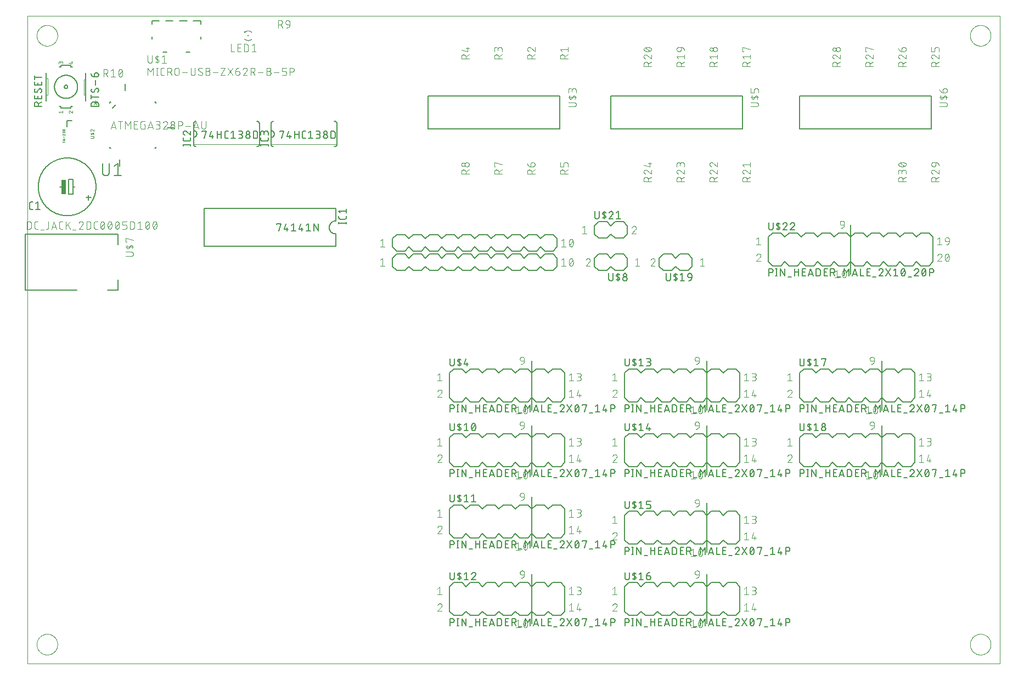
<source format=gto>
G75*
%MOIN*%
%OFA0B0*%
%FSLAX25Y25*%
%IPPOS*%
%LPD*%
%AMOC8*
5,1,8,0,0,1.08239X$1,22.5*
%
%ADD10C,0.00000*%
%ADD11C,0.00600*%
%ADD12C,0.00300*%
%ADD13C,0.00800*%
%ADD14C,0.00500*%
%ADD15C,0.00400*%
%ADD16C,0.00787*%
%ADD17C,0.00200*%
%ADD18R,0.02500X0.09000*%
%ADD19R,0.00787X0.00787*%
%ADD20R,0.00591X0.00984*%
D10*
X0003630Y0001000D02*
X0003630Y0394701D01*
X0594181Y0394701D01*
X0594181Y0001000D01*
X0003630Y0001000D01*
X0009142Y0012811D02*
X0009144Y0012969D01*
X0009150Y0013127D01*
X0009160Y0013285D01*
X0009174Y0013443D01*
X0009192Y0013600D01*
X0009213Y0013757D01*
X0009239Y0013913D01*
X0009269Y0014069D01*
X0009302Y0014224D01*
X0009340Y0014377D01*
X0009381Y0014530D01*
X0009426Y0014682D01*
X0009475Y0014833D01*
X0009528Y0014982D01*
X0009584Y0015130D01*
X0009644Y0015276D01*
X0009708Y0015421D01*
X0009776Y0015564D01*
X0009847Y0015706D01*
X0009921Y0015846D01*
X0009999Y0015983D01*
X0010081Y0016119D01*
X0010165Y0016253D01*
X0010254Y0016384D01*
X0010345Y0016513D01*
X0010440Y0016640D01*
X0010537Y0016765D01*
X0010638Y0016887D01*
X0010742Y0017006D01*
X0010849Y0017123D01*
X0010959Y0017237D01*
X0011072Y0017348D01*
X0011187Y0017457D01*
X0011305Y0017562D01*
X0011426Y0017664D01*
X0011549Y0017764D01*
X0011675Y0017860D01*
X0011803Y0017953D01*
X0011933Y0018043D01*
X0012066Y0018129D01*
X0012201Y0018213D01*
X0012337Y0018292D01*
X0012476Y0018369D01*
X0012617Y0018441D01*
X0012759Y0018511D01*
X0012903Y0018576D01*
X0013049Y0018638D01*
X0013196Y0018696D01*
X0013345Y0018751D01*
X0013495Y0018802D01*
X0013646Y0018849D01*
X0013798Y0018892D01*
X0013951Y0018931D01*
X0014106Y0018967D01*
X0014261Y0018998D01*
X0014417Y0019026D01*
X0014573Y0019050D01*
X0014730Y0019070D01*
X0014888Y0019086D01*
X0015045Y0019098D01*
X0015204Y0019106D01*
X0015362Y0019110D01*
X0015520Y0019110D01*
X0015678Y0019106D01*
X0015837Y0019098D01*
X0015994Y0019086D01*
X0016152Y0019070D01*
X0016309Y0019050D01*
X0016465Y0019026D01*
X0016621Y0018998D01*
X0016776Y0018967D01*
X0016931Y0018931D01*
X0017084Y0018892D01*
X0017236Y0018849D01*
X0017387Y0018802D01*
X0017537Y0018751D01*
X0017686Y0018696D01*
X0017833Y0018638D01*
X0017979Y0018576D01*
X0018123Y0018511D01*
X0018265Y0018441D01*
X0018406Y0018369D01*
X0018545Y0018292D01*
X0018681Y0018213D01*
X0018816Y0018129D01*
X0018949Y0018043D01*
X0019079Y0017953D01*
X0019207Y0017860D01*
X0019333Y0017764D01*
X0019456Y0017664D01*
X0019577Y0017562D01*
X0019695Y0017457D01*
X0019810Y0017348D01*
X0019923Y0017237D01*
X0020033Y0017123D01*
X0020140Y0017006D01*
X0020244Y0016887D01*
X0020345Y0016765D01*
X0020442Y0016640D01*
X0020537Y0016513D01*
X0020628Y0016384D01*
X0020717Y0016253D01*
X0020801Y0016119D01*
X0020883Y0015983D01*
X0020961Y0015846D01*
X0021035Y0015706D01*
X0021106Y0015564D01*
X0021174Y0015421D01*
X0021238Y0015276D01*
X0021298Y0015130D01*
X0021354Y0014982D01*
X0021407Y0014833D01*
X0021456Y0014682D01*
X0021501Y0014530D01*
X0021542Y0014377D01*
X0021580Y0014224D01*
X0021613Y0014069D01*
X0021643Y0013913D01*
X0021669Y0013757D01*
X0021690Y0013600D01*
X0021708Y0013443D01*
X0021722Y0013285D01*
X0021732Y0013127D01*
X0021738Y0012969D01*
X0021740Y0012811D01*
X0021738Y0012653D01*
X0021732Y0012495D01*
X0021722Y0012337D01*
X0021708Y0012179D01*
X0021690Y0012022D01*
X0021669Y0011865D01*
X0021643Y0011709D01*
X0021613Y0011553D01*
X0021580Y0011398D01*
X0021542Y0011245D01*
X0021501Y0011092D01*
X0021456Y0010940D01*
X0021407Y0010789D01*
X0021354Y0010640D01*
X0021298Y0010492D01*
X0021238Y0010346D01*
X0021174Y0010201D01*
X0021106Y0010058D01*
X0021035Y0009916D01*
X0020961Y0009776D01*
X0020883Y0009639D01*
X0020801Y0009503D01*
X0020717Y0009369D01*
X0020628Y0009238D01*
X0020537Y0009109D01*
X0020442Y0008982D01*
X0020345Y0008857D01*
X0020244Y0008735D01*
X0020140Y0008616D01*
X0020033Y0008499D01*
X0019923Y0008385D01*
X0019810Y0008274D01*
X0019695Y0008165D01*
X0019577Y0008060D01*
X0019456Y0007958D01*
X0019333Y0007858D01*
X0019207Y0007762D01*
X0019079Y0007669D01*
X0018949Y0007579D01*
X0018816Y0007493D01*
X0018681Y0007409D01*
X0018545Y0007330D01*
X0018406Y0007253D01*
X0018265Y0007181D01*
X0018123Y0007111D01*
X0017979Y0007046D01*
X0017833Y0006984D01*
X0017686Y0006926D01*
X0017537Y0006871D01*
X0017387Y0006820D01*
X0017236Y0006773D01*
X0017084Y0006730D01*
X0016931Y0006691D01*
X0016776Y0006655D01*
X0016621Y0006624D01*
X0016465Y0006596D01*
X0016309Y0006572D01*
X0016152Y0006552D01*
X0015994Y0006536D01*
X0015837Y0006524D01*
X0015678Y0006516D01*
X0015520Y0006512D01*
X0015362Y0006512D01*
X0015204Y0006516D01*
X0015045Y0006524D01*
X0014888Y0006536D01*
X0014730Y0006552D01*
X0014573Y0006572D01*
X0014417Y0006596D01*
X0014261Y0006624D01*
X0014106Y0006655D01*
X0013951Y0006691D01*
X0013798Y0006730D01*
X0013646Y0006773D01*
X0013495Y0006820D01*
X0013345Y0006871D01*
X0013196Y0006926D01*
X0013049Y0006984D01*
X0012903Y0007046D01*
X0012759Y0007111D01*
X0012617Y0007181D01*
X0012476Y0007253D01*
X0012337Y0007330D01*
X0012201Y0007409D01*
X0012066Y0007493D01*
X0011933Y0007579D01*
X0011803Y0007669D01*
X0011675Y0007762D01*
X0011549Y0007858D01*
X0011426Y0007958D01*
X0011305Y0008060D01*
X0011187Y0008165D01*
X0011072Y0008274D01*
X0010959Y0008385D01*
X0010849Y0008499D01*
X0010742Y0008616D01*
X0010638Y0008735D01*
X0010537Y0008857D01*
X0010440Y0008982D01*
X0010345Y0009109D01*
X0010254Y0009238D01*
X0010165Y0009369D01*
X0010081Y0009503D01*
X0009999Y0009639D01*
X0009921Y0009776D01*
X0009847Y0009916D01*
X0009776Y0010058D01*
X0009708Y0010201D01*
X0009644Y0010346D01*
X0009584Y0010492D01*
X0009528Y0010640D01*
X0009475Y0010789D01*
X0009426Y0010940D01*
X0009381Y0011092D01*
X0009340Y0011245D01*
X0009302Y0011398D01*
X0009269Y0011553D01*
X0009239Y0011709D01*
X0009213Y0011865D01*
X0009192Y0012022D01*
X0009174Y0012179D01*
X0009160Y0012337D01*
X0009150Y0012495D01*
X0009144Y0012653D01*
X0009142Y0012811D01*
X0009142Y0382890D02*
X0009144Y0383048D01*
X0009150Y0383206D01*
X0009160Y0383364D01*
X0009174Y0383522D01*
X0009192Y0383679D01*
X0009213Y0383836D01*
X0009239Y0383992D01*
X0009269Y0384148D01*
X0009302Y0384303D01*
X0009340Y0384456D01*
X0009381Y0384609D01*
X0009426Y0384761D01*
X0009475Y0384912D01*
X0009528Y0385061D01*
X0009584Y0385209D01*
X0009644Y0385355D01*
X0009708Y0385500D01*
X0009776Y0385643D01*
X0009847Y0385785D01*
X0009921Y0385925D01*
X0009999Y0386062D01*
X0010081Y0386198D01*
X0010165Y0386332D01*
X0010254Y0386463D01*
X0010345Y0386592D01*
X0010440Y0386719D01*
X0010537Y0386844D01*
X0010638Y0386966D01*
X0010742Y0387085D01*
X0010849Y0387202D01*
X0010959Y0387316D01*
X0011072Y0387427D01*
X0011187Y0387536D01*
X0011305Y0387641D01*
X0011426Y0387743D01*
X0011549Y0387843D01*
X0011675Y0387939D01*
X0011803Y0388032D01*
X0011933Y0388122D01*
X0012066Y0388208D01*
X0012201Y0388292D01*
X0012337Y0388371D01*
X0012476Y0388448D01*
X0012617Y0388520D01*
X0012759Y0388590D01*
X0012903Y0388655D01*
X0013049Y0388717D01*
X0013196Y0388775D01*
X0013345Y0388830D01*
X0013495Y0388881D01*
X0013646Y0388928D01*
X0013798Y0388971D01*
X0013951Y0389010D01*
X0014106Y0389046D01*
X0014261Y0389077D01*
X0014417Y0389105D01*
X0014573Y0389129D01*
X0014730Y0389149D01*
X0014888Y0389165D01*
X0015045Y0389177D01*
X0015204Y0389185D01*
X0015362Y0389189D01*
X0015520Y0389189D01*
X0015678Y0389185D01*
X0015837Y0389177D01*
X0015994Y0389165D01*
X0016152Y0389149D01*
X0016309Y0389129D01*
X0016465Y0389105D01*
X0016621Y0389077D01*
X0016776Y0389046D01*
X0016931Y0389010D01*
X0017084Y0388971D01*
X0017236Y0388928D01*
X0017387Y0388881D01*
X0017537Y0388830D01*
X0017686Y0388775D01*
X0017833Y0388717D01*
X0017979Y0388655D01*
X0018123Y0388590D01*
X0018265Y0388520D01*
X0018406Y0388448D01*
X0018545Y0388371D01*
X0018681Y0388292D01*
X0018816Y0388208D01*
X0018949Y0388122D01*
X0019079Y0388032D01*
X0019207Y0387939D01*
X0019333Y0387843D01*
X0019456Y0387743D01*
X0019577Y0387641D01*
X0019695Y0387536D01*
X0019810Y0387427D01*
X0019923Y0387316D01*
X0020033Y0387202D01*
X0020140Y0387085D01*
X0020244Y0386966D01*
X0020345Y0386844D01*
X0020442Y0386719D01*
X0020537Y0386592D01*
X0020628Y0386463D01*
X0020717Y0386332D01*
X0020801Y0386198D01*
X0020883Y0386062D01*
X0020961Y0385925D01*
X0021035Y0385785D01*
X0021106Y0385643D01*
X0021174Y0385500D01*
X0021238Y0385355D01*
X0021298Y0385209D01*
X0021354Y0385061D01*
X0021407Y0384912D01*
X0021456Y0384761D01*
X0021501Y0384609D01*
X0021542Y0384456D01*
X0021580Y0384303D01*
X0021613Y0384148D01*
X0021643Y0383992D01*
X0021669Y0383836D01*
X0021690Y0383679D01*
X0021708Y0383522D01*
X0021722Y0383364D01*
X0021732Y0383206D01*
X0021738Y0383048D01*
X0021740Y0382890D01*
X0021738Y0382732D01*
X0021732Y0382574D01*
X0021722Y0382416D01*
X0021708Y0382258D01*
X0021690Y0382101D01*
X0021669Y0381944D01*
X0021643Y0381788D01*
X0021613Y0381632D01*
X0021580Y0381477D01*
X0021542Y0381324D01*
X0021501Y0381171D01*
X0021456Y0381019D01*
X0021407Y0380868D01*
X0021354Y0380719D01*
X0021298Y0380571D01*
X0021238Y0380425D01*
X0021174Y0380280D01*
X0021106Y0380137D01*
X0021035Y0379995D01*
X0020961Y0379855D01*
X0020883Y0379718D01*
X0020801Y0379582D01*
X0020717Y0379448D01*
X0020628Y0379317D01*
X0020537Y0379188D01*
X0020442Y0379061D01*
X0020345Y0378936D01*
X0020244Y0378814D01*
X0020140Y0378695D01*
X0020033Y0378578D01*
X0019923Y0378464D01*
X0019810Y0378353D01*
X0019695Y0378244D01*
X0019577Y0378139D01*
X0019456Y0378037D01*
X0019333Y0377937D01*
X0019207Y0377841D01*
X0019079Y0377748D01*
X0018949Y0377658D01*
X0018816Y0377572D01*
X0018681Y0377488D01*
X0018545Y0377409D01*
X0018406Y0377332D01*
X0018265Y0377260D01*
X0018123Y0377190D01*
X0017979Y0377125D01*
X0017833Y0377063D01*
X0017686Y0377005D01*
X0017537Y0376950D01*
X0017387Y0376899D01*
X0017236Y0376852D01*
X0017084Y0376809D01*
X0016931Y0376770D01*
X0016776Y0376734D01*
X0016621Y0376703D01*
X0016465Y0376675D01*
X0016309Y0376651D01*
X0016152Y0376631D01*
X0015994Y0376615D01*
X0015837Y0376603D01*
X0015678Y0376595D01*
X0015520Y0376591D01*
X0015362Y0376591D01*
X0015204Y0376595D01*
X0015045Y0376603D01*
X0014888Y0376615D01*
X0014730Y0376631D01*
X0014573Y0376651D01*
X0014417Y0376675D01*
X0014261Y0376703D01*
X0014106Y0376734D01*
X0013951Y0376770D01*
X0013798Y0376809D01*
X0013646Y0376852D01*
X0013495Y0376899D01*
X0013345Y0376950D01*
X0013196Y0377005D01*
X0013049Y0377063D01*
X0012903Y0377125D01*
X0012759Y0377190D01*
X0012617Y0377260D01*
X0012476Y0377332D01*
X0012337Y0377409D01*
X0012201Y0377488D01*
X0012066Y0377572D01*
X0011933Y0377658D01*
X0011803Y0377748D01*
X0011675Y0377841D01*
X0011549Y0377937D01*
X0011426Y0378037D01*
X0011305Y0378139D01*
X0011187Y0378244D01*
X0011072Y0378353D01*
X0010959Y0378464D01*
X0010849Y0378578D01*
X0010742Y0378695D01*
X0010638Y0378814D01*
X0010537Y0378936D01*
X0010440Y0379061D01*
X0010345Y0379188D01*
X0010254Y0379317D01*
X0010165Y0379448D01*
X0010081Y0379582D01*
X0009999Y0379718D01*
X0009921Y0379855D01*
X0009847Y0379995D01*
X0009776Y0380137D01*
X0009708Y0380280D01*
X0009644Y0380425D01*
X0009584Y0380571D01*
X0009528Y0380719D01*
X0009475Y0380868D01*
X0009426Y0381019D01*
X0009381Y0381171D01*
X0009340Y0381324D01*
X0009302Y0381477D01*
X0009269Y0381632D01*
X0009239Y0381788D01*
X0009213Y0381944D01*
X0009192Y0382101D01*
X0009174Y0382258D01*
X0009160Y0382416D01*
X0009150Y0382574D01*
X0009144Y0382732D01*
X0009142Y0382890D01*
X0576071Y0382890D02*
X0576073Y0383048D01*
X0576079Y0383206D01*
X0576089Y0383364D01*
X0576103Y0383522D01*
X0576121Y0383679D01*
X0576142Y0383836D01*
X0576168Y0383992D01*
X0576198Y0384148D01*
X0576231Y0384303D01*
X0576269Y0384456D01*
X0576310Y0384609D01*
X0576355Y0384761D01*
X0576404Y0384912D01*
X0576457Y0385061D01*
X0576513Y0385209D01*
X0576573Y0385355D01*
X0576637Y0385500D01*
X0576705Y0385643D01*
X0576776Y0385785D01*
X0576850Y0385925D01*
X0576928Y0386062D01*
X0577010Y0386198D01*
X0577094Y0386332D01*
X0577183Y0386463D01*
X0577274Y0386592D01*
X0577369Y0386719D01*
X0577466Y0386844D01*
X0577567Y0386966D01*
X0577671Y0387085D01*
X0577778Y0387202D01*
X0577888Y0387316D01*
X0578001Y0387427D01*
X0578116Y0387536D01*
X0578234Y0387641D01*
X0578355Y0387743D01*
X0578478Y0387843D01*
X0578604Y0387939D01*
X0578732Y0388032D01*
X0578862Y0388122D01*
X0578995Y0388208D01*
X0579130Y0388292D01*
X0579266Y0388371D01*
X0579405Y0388448D01*
X0579546Y0388520D01*
X0579688Y0388590D01*
X0579832Y0388655D01*
X0579978Y0388717D01*
X0580125Y0388775D01*
X0580274Y0388830D01*
X0580424Y0388881D01*
X0580575Y0388928D01*
X0580727Y0388971D01*
X0580880Y0389010D01*
X0581035Y0389046D01*
X0581190Y0389077D01*
X0581346Y0389105D01*
X0581502Y0389129D01*
X0581659Y0389149D01*
X0581817Y0389165D01*
X0581974Y0389177D01*
X0582133Y0389185D01*
X0582291Y0389189D01*
X0582449Y0389189D01*
X0582607Y0389185D01*
X0582766Y0389177D01*
X0582923Y0389165D01*
X0583081Y0389149D01*
X0583238Y0389129D01*
X0583394Y0389105D01*
X0583550Y0389077D01*
X0583705Y0389046D01*
X0583860Y0389010D01*
X0584013Y0388971D01*
X0584165Y0388928D01*
X0584316Y0388881D01*
X0584466Y0388830D01*
X0584615Y0388775D01*
X0584762Y0388717D01*
X0584908Y0388655D01*
X0585052Y0388590D01*
X0585194Y0388520D01*
X0585335Y0388448D01*
X0585474Y0388371D01*
X0585610Y0388292D01*
X0585745Y0388208D01*
X0585878Y0388122D01*
X0586008Y0388032D01*
X0586136Y0387939D01*
X0586262Y0387843D01*
X0586385Y0387743D01*
X0586506Y0387641D01*
X0586624Y0387536D01*
X0586739Y0387427D01*
X0586852Y0387316D01*
X0586962Y0387202D01*
X0587069Y0387085D01*
X0587173Y0386966D01*
X0587274Y0386844D01*
X0587371Y0386719D01*
X0587466Y0386592D01*
X0587557Y0386463D01*
X0587646Y0386332D01*
X0587730Y0386198D01*
X0587812Y0386062D01*
X0587890Y0385925D01*
X0587964Y0385785D01*
X0588035Y0385643D01*
X0588103Y0385500D01*
X0588167Y0385355D01*
X0588227Y0385209D01*
X0588283Y0385061D01*
X0588336Y0384912D01*
X0588385Y0384761D01*
X0588430Y0384609D01*
X0588471Y0384456D01*
X0588509Y0384303D01*
X0588542Y0384148D01*
X0588572Y0383992D01*
X0588598Y0383836D01*
X0588619Y0383679D01*
X0588637Y0383522D01*
X0588651Y0383364D01*
X0588661Y0383206D01*
X0588667Y0383048D01*
X0588669Y0382890D01*
X0588667Y0382732D01*
X0588661Y0382574D01*
X0588651Y0382416D01*
X0588637Y0382258D01*
X0588619Y0382101D01*
X0588598Y0381944D01*
X0588572Y0381788D01*
X0588542Y0381632D01*
X0588509Y0381477D01*
X0588471Y0381324D01*
X0588430Y0381171D01*
X0588385Y0381019D01*
X0588336Y0380868D01*
X0588283Y0380719D01*
X0588227Y0380571D01*
X0588167Y0380425D01*
X0588103Y0380280D01*
X0588035Y0380137D01*
X0587964Y0379995D01*
X0587890Y0379855D01*
X0587812Y0379718D01*
X0587730Y0379582D01*
X0587646Y0379448D01*
X0587557Y0379317D01*
X0587466Y0379188D01*
X0587371Y0379061D01*
X0587274Y0378936D01*
X0587173Y0378814D01*
X0587069Y0378695D01*
X0586962Y0378578D01*
X0586852Y0378464D01*
X0586739Y0378353D01*
X0586624Y0378244D01*
X0586506Y0378139D01*
X0586385Y0378037D01*
X0586262Y0377937D01*
X0586136Y0377841D01*
X0586008Y0377748D01*
X0585878Y0377658D01*
X0585745Y0377572D01*
X0585610Y0377488D01*
X0585474Y0377409D01*
X0585335Y0377332D01*
X0585194Y0377260D01*
X0585052Y0377190D01*
X0584908Y0377125D01*
X0584762Y0377063D01*
X0584615Y0377005D01*
X0584466Y0376950D01*
X0584316Y0376899D01*
X0584165Y0376852D01*
X0584013Y0376809D01*
X0583860Y0376770D01*
X0583705Y0376734D01*
X0583550Y0376703D01*
X0583394Y0376675D01*
X0583238Y0376651D01*
X0583081Y0376631D01*
X0582923Y0376615D01*
X0582766Y0376603D01*
X0582607Y0376595D01*
X0582449Y0376591D01*
X0582291Y0376591D01*
X0582133Y0376595D01*
X0581974Y0376603D01*
X0581817Y0376615D01*
X0581659Y0376631D01*
X0581502Y0376651D01*
X0581346Y0376675D01*
X0581190Y0376703D01*
X0581035Y0376734D01*
X0580880Y0376770D01*
X0580727Y0376809D01*
X0580575Y0376852D01*
X0580424Y0376899D01*
X0580274Y0376950D01*
X0580125Y0377005D01*
X0579978Y0377063D01*
X0579832Y0377125D01*
X0579688Y0377190D01*
X0579546Y0377260D01*
X0579405Y0377332D01*
X0579266Y0377409D01*
X0579130Y0377488D01*
X0578995Y0377572D01*
X0578862Y0377658D01*
X0578732Y0377748D01*
X0578604Y0377841D01*
X0578478Y0377937D01*
X0578355Y0378037D01*
X0578234Y0378139D01*
X0578116Y0378244D01*
X0578001Y0378353D01*
X0577888Y0378464D01*
X0577778Y0378578D01*
X0577671Y0378695D01*
X0577567Y0378814D01*
X0577466Y0378936D01*
X0577369Y0379061D01*
X0577274Y0379188D01*
X0577183Y0379317D01*
X0577094Y0379448D01*
X0577010Y0379582D01*
X0576928Y0379718D01*
X0576850Y0379855D01*
X0576776Y0379995D01*
X0576705Y0380137D01*
X0576637Y0380280D01*
X0576573Y0380425D01*
X0576513Y0380571D01*
X0576457Y0380719D01*
X0576404Y0380868D01*
X0576355Y0381019D01*
X0576310Y0381171D01*
X0576269Y0381324D01*
X0576231Y0381477D01*
X0576198Y0381632D01*
X0576168Y0381788D01*
X0576142Y0381944D01*
X0576121Y0382101D01*
X0576103Y0382258D01*
X0576089Y0382416D01*
X0576079Y0382574D01*
X0576073Y0382732D01*
X0576071Y0382890D01*
X0576071Y0012811D02*
X0576073Y0012969D01*
X0576079Y0013127D01*
X0576089Y0013285D01*
X0576103Y0013443D01*
X0576121Y0013600D01*
X0576142Y0013757D01*
X0576168Y0013913D01*
X0576198Y0014069D01*
X0576231Y0014224D01*
X0576269Y0014377D01*
X0576310Y0014530D01*
X0576355Y0014682D01*
X0576404Y0014833D01*
X0576457Y0014982D01*
X0576513Y0015130D01*
X0576573Y0015276D01*
X0576637Y0015421D01*
X0576705Y0015564D01*
X0576776Y0015706D01*
X0576850Y0015846D01*
X0576928Y0015983D01*
X0577010Y0016119D01*
X0577094Y0016253D01*
X0577183Y0016384D01*
X0577274Y0016513D01*
X0577369Y0016640D01*
X0577466Y0016765D01*
X0577567Y0016887D01*
X0577671Y0017006D01*
X0577778Y0017123D01*
X0577888Y0017237D01*
X0578001Y0017348D01*
X0578116Y0017457D01*
X0578234Y0017562D01*
X0578355Y0017664D01*
X0578478Y0017764D01*
X0578604Y0017860D01*
X0578732Y0017953D01*
X0578862Y0018043D01*
X0578995Y0018129D01*
X0579130Y0018213D01*
X0579266Y0018292D01*
X0579405Y0018369D01*
X0579546Y0018441D01*
X0579688Y0018511D01*
X0579832Y0018576D01*
X0579978Y0018638D01*
X0580125Y0018696D01*
X0580274Y0018751D01*
X0580424Y0018802D01*
X0580575Y0018849D01*
X0580727Y0018892D01*
X0580880Y0018931D01*
X0581035Y0018967D01*
X0581190Y0018998D01*
X0581346Y0019026D01*
X0581502Y0019050D01*
X0581659Y0019070D01*
X0581817Y0019086D01*
X0581974Y0019098D01*
X0582133Y0019106D01*
X0582291Y0019110D01*
X0582449Y0019110D01*
X0582607Y0019106D01*
X0582766Y0019098D01*
X0582923Y0019086D01*
X0583081Y0019070D01*
X0583238Y0019050D01*
X0583394Y0019026D01*
X0583550Y0018998D01*
X0583705Y0018967D01*
X0583860Y0018931D01*
X0584013Y0018892D01*
X0584165Y0018849D01*
X0584316Y0018802D01*
X0584466Y0018751D01*
X0584615Y0018696D01*
X0584762Y0018638D01*
X0584908Y0018576D01*
X0585052Y0018511D01*
X0585194Y0018441D01*
X0585335Y0018369D01*
X0585474Y0018292D01*
X0585610Y0018213D01*
X0585745Y0018129D01*
X0585878Y0018043D01*
X0586008Y0017953D01*
X0586136Y0017860D01*
X0586262Y0017764D01*
X0586385Y0017664D01*
X0586506Y0017562D01*
X0586624Y0017457D01*
X0586739Y0017348D01*
X0586852Y0017237D01*
X0586962Y0017123D01*
X0587069Y0017006D01*
X0587173Y0016887D01*
X0587274Y0016765D01*
X0587371Y0016640D01*
X0587466Y0016513D01*
X0587557Y0016384D01*
X0587646Y0016253D01*
X0587730Y0016119D01*
X0587812Y0015983D01*
X0587890Y0015846D01*
X0587964Y0015706D01*
X0588035Y0015564D01*
X0588103Y0015421D01*
X0588167Y0015276D01*
X0588227Y0015130D01*
X0588283Y0014982D01*
X0588336Y0014833D01*
X0588385Y0014682D01*
X0588430Y0014530D01*
X0588471Y0014377D01*
X0588509Y0014224D01*
X0588542Y0014069D01*
X0588572Y0013913D01*
X0588598Y0013757D01*
X0588619Y0013600D01*
X0588637Y0013443D01*
X0588651Y0013285D01*
X0588661Y0013127D01*
X0588667Y0012969D01*
X0588669Y0012811D01*
X0588667Y0012653D01*
X0588661Y0012495D01*
X0588651Y0012337D01*
X0588637Y0012179D01*
X0588619Y0012022D01*
X0588598Y0011865D01*
X0588572Y0011709D01*
X0588542Y0011553D01*
X0588509Y0011398D01*
X0588471Y0011245D01*
X0588430Y0011092D01*
X0588385Y0010940D01*
X0588336Y0010789D01*
X0588283Y0010640D01*
X0588227Y0010492D01*
X0588167Y0010346D01*
X0588103Y0010201D01*
X0588035Y0010058D01*
X0587964Y0009916D01*
X0587890Y0009776D01*
X0587812Y0009639D01*
X0587730Y0009503D01*
X0587646Y0009369D01*
X0587557Y0009238D01*
X0587466Y0009109D01*
X0587371Y0008982D01*
X0587274Y0008857D01*
X0587173Y0008735D01*
X0587069Y0008616D01*
X0586962Y0008499D01*
X0586852Y0008385D01*
X0586739Y0008274D01*
X0586624Y0008165D01*
X0586506Y0008060D01*
X0586385Y0007958D01*
X0586262Y0007858D01*
X0586136Y0007762D01*
X0586008Y0007669D01*
X0585878Y0007579D01*
X0585745Y0007493D01*
X0585610Y0007409D01*
X0585474Y0007330D01*
X0585335Y0007253D01*
X0585194Y0007181D01*
X0585052Y0007111D01*
X0584908Y0007046D01*
X0584762Y0006984D01*
X0584615Y0006926D01*
X0584466Y0006871D01*
X0584316Y0006820D01*
X0584165Y0006773D01*
X0584013Y0006730D01*
X0583860Y0006691D01*
X0583705Y0006655D01*
X0583550Y0006624D01*
X0583394Y0006596D01*
X0583238Y0006572D01*
X0583081Y0006552D01*
X0582923Y0006536D01*
X0582766Y0006524D01*
X0582607Y0006516D01*
X0582449Y0006512D01*
X0582291Y0006512D01*
X0582133Y0006516D01*
X0581974Y0006524D01*
X0581817Y0006536D01*
X0581659Y0006552D01*
X0581502Y0006572D01*
X0581346Y0006596D01*
X0581190Y0006624D01*
X0581035Y0006655D01*
X0580880Y0006691D01*
X0580727Y0006730D01*
X0580575Y0006773D01*
X0580424Y0006820D01*
X0580274Y0006871D01*
X0580125Y0006926D01*
X0579978Y0006984D01*
X0579832Y0007046D01*
X0579688Y0007111D01*
X0579546Y0007181D01*
X0579405Y0007253D01*
X0579266Y0007330D01*
X0579130Y0007409D01*
X0578995Y0007493D01*
X0578862Y0007579D01*
X0578732Y0007669D01*
X0578604Y0007762D01*
X0578478Y0007858D01*
X0578355Y0007958D01*
X0578234Y0008060D01*
X0578116Y0008165D01*
X0578001Y0008274D01*
X0577888Y0008385D01*
X0577778Y0008499D01*
X0577671Y0008616D01*
X0577567Y0008735D01*
X0577466Y0008857D01*
X0577369Y0008982D01*
X0577274Y0009109D01*
X0577183Y0009238D01*
X0577094Y0009369D01*
X0577010Y0009503D01*
X0576928Y0009639D01*
X0576850Y0009776D01*
X0576776Y0009916D01*
X0576705Y0010058D01*
X0576637Y0010201D01*
X0576573Y0010346D01*
X0576513Y0010492D01*
X0576457Y0010640D01*
X0576404Y0010789D01*
X0576355Y0010940D01*
X0576310Y0011092D01*
X0576269Y0011245D01*
X0576231Y0011398D01*
X0576198Y0011553D01*
X0576168Y0011709D01*
X0576142Y0011865D01*
X0576121Y0012022D01*
X0576103Y0012179D01*
X0576089Y0012337D01*
X0576079Y0012495D01*
X0576073Y0012653D01*
X0576071Y0012811D01*
D11*
X0436268Y0032870D02*
X0436268Y0047870D01*
X0433768Y0050370D01*
X0428768Y0050370D01*
X0426268Y0047870D01*
X0423768Y0050370D01*
X0418768Y0050370D01*
X0416268Y0047870D01*
X0413768Y0050370D01*
X0408768Y0050370D01*
X0406268Y0047870D01*
X0403768Y0050370D01*
X0398768Y0050370D01*
X0396268Y0047870D01*
X0393768Y0050370D01*
X0388768Y0050370D01*
X0386268Y0047870D01*
X0383768Y0050370D01*
X0378768Y0050370D01*
X0376268Y0047870D01*
X0373768Y0050370D01*
X0368768Y0050370D01*
X0366268Y0047870D01*
X0366268Y0032870D01*
X0368768Y0030370D01*
X0373768Y0030370D01*
X0376268Y0032870D01*
X0378768Y0030370D01*
X0383768Y0030370D01*
X0386268Y0032870D01*
X0388768Y0030370D01*
X0393768Y0030370D01*
X0396268Y0032870D01*
X0398768Y0030370D01*
X0403768Y0030370D01*
X0406268Y0032870D01*
X0408768Y0030370D01*
X0413768Y0030370D01*
X0416268Y0032870D01*
X0418768Y0030370D01*
X0423768Y0030370D01*
X0426268Y0032870D01*
X0428768Y0030370D01*
X0433768Y0030370D01*
X0436268Y0032870D01*
X0433768Y0073677D02*
X0436268Y0076177D01*
X0436268Y0091177D01*
X0433768Y0093677D01*
X0428768Y0093677D01*
X0426268Y0091177D01*
X0423768Y0093677D01*
X0418768Y0093677D01*
X0416268Y0091177D01*
X0413768Y0093677D01*
X0408768Y0093677D01*
X0406268Y0091177D01*
X0403768Y0093677D01*
X0398768Y0093677D01*
X0396268Y0091177D01*
X0393768Y0093677D01*
X0388768Y0093677D01*
X0386268Y0091177D01*
X0383768Y0093677D01*
X0378768Y0093677D01*
X0376268Y0091177D01*
X0373768Y0093677D01*
X0368768Y0093677D01*
X0366268Y0091177D01*
X0366268Y0076177D01*
X0368768Y0073677D01*
X0373768Y0073677D01*
X0376268Y0076177D01*
X0378768Y0073677D01*
X0383768Y0073677D01*
X0386268Y0076177D01*
X0388768Y0073677D01*
X0393768Y0073677D01*
X0396268Y0076177D01*
X0398768Y0073677D01*
X0403768Y0073677D01*
X0406268Y0076177D01*
X0408768Y0073677D01*
X0413768Y0073677D01*
X0416268Y0076177D01*
X0418768Y0073677D01*
X0423768Y0073677D01*
X0426268Y0076177D01*
X0428768Y0073677D01*
X0433768Y0073677D01*
X0433768Y0120921D02*
X0436268Y0123421D01*
X0436268Y0138421D01*
X0433768Y0140921D01*
X0428768Y0140921D01*
X0426268Y0138421D01*
X0423768Y0140921D01*
X0418768Y0140921D01*
X0416268Y0138421D01*
X0413768Y0140921D01*
X0408768Y0140921D01*
X0406268Y0138421D01*
X0403768Y0140921D01*
X0398768Y0140921D01*
X0396268Y0138421D01*
X0393768Y0140921D01*
X0388768Y0140921D01*
X0386268Y0138421D01*
X0383768Y0140921D01*
X0378768Y0140921D01*
X0376268Y0138421D01*
X0373768Y0140921D01*
X0368768Y0140921D01*
X0366268Y0138421D01*
X0366268Y0123421D01*
X0368768Y0120921D01*
X0373768Y0120921D01*
X0376268Y0123421D01*
X0378768Y0120921D01*
X0383768Y0120921D01*
X0386268Y0123421D01*
X0388768Y0120921D01*
X0393768Y0120921D01*
X0396268Y0123421D01*
X0398768Y0120921D01*
X0403768Y0120921D01*
X0406268Y0123421D01*
X0408768Y0120921D01*
X0413768Y0120921D01*
X0416268Y0123421D01*
X0418768Y0120921D01*
X0423768Y0120921D01*
X0426268Y0123421D01*
X0428768Y0120921D01*
X0433768Y0120921D01*
X0472567Y0123421D02*
X0475067Y0120921D01*
X0480067Y0120921D01*
X0482567Y0123421D01*
X0485067Y0120921D01*
X0490067Y0120921D01*
X0492567Y0123421D01*
X0495067Y0120921D01*
X0500067Y0120921D01*
X0502567Y0123421D01*
X0505067Y0120921D01*
X0510067Y0120921D01*
X0512567Y0123421D01*
X0515067Y0120921D01*
X0520067Y0120921D01*
X0522567Y0123421D01*
X0525067Y0120921D01*
X0530067Y0120921D01*
X0532567Y0123421D01*
X0535067Y0120921D01*
X0540067Y0120921D01*
X0542567Y0123421D01*
X0542567Y0138421D01*
X0540067Y0140921D01*
X0535067Y0140921D01*
X0532567Y0138421D01*
X0530067Y0140921D01*
X0525067Y0140921D01*
X0522567Y0138421D01*
X0520067Y0140921D01*
X0515067Y0140921D01*
X0512567Y0138421D01*
X0510067Y0140921D01*
X0505067Y0140921D01*
X0502567Y0138421D01*
X0500067Y0140921D01*
X0495067Y0140921D01*
X0492567Y0138421D01*
X0490067Y0140921D01*
X0485067Y0140921D01*
X0482567Y0138421D01*
X0480067Y0140921D01*
X0475067Y0140921D01*
X0472567Y0138421D01*
X0472567Y0123421D01*
X0475067Y0160291D02*
X0480067Y0160291D01*
X0482567Y0162791D01*
X0485067Y0160291D01*
X0490067Y0160291D01*
X0492567Y0162791D01*
X0495067Y0160291D01*
X0500067Y0160291D01*
X0502567Y0162791D01*
X0505067Y0160291D01*
X0510067Y0160291D01*
X0512567Y0162791D01*
X0515067Y0160291D01*
X0520067Y0160291D01*
X0522567Y0162791D01*
X0525067Y0160291D01*
X0530067Y0160291D01*
X0532567Y0162791D01*
X0535067Y0160291D01*
X0540067Y0160291D01*
X0542567Y0162791D01*
X0542567Y0177791D01*
X0540067Y0180291D01*
X0535067Y0180291D01*
X0532567Y0177791D01*
X0530067Y0180291D01*
X0525067Y0180291D01*
X0522567Y0177791D01*
X0520067Y0180291D01*
X0515067Y0180291D01*
X0512567Y0177791D01*
X0510067Y0180291D01*
X0505067Y0180291D01*
X0502567Y0177791D01*
X0500067Y0180291D01*
X0495067Y0180291D01*
X0492567Y0177791D01*
X0490067Y0180291D01*
X0485067Y0180291D01*
X0482567Y0177791D01*
X0480067Y0180291D01*
X0475067Y0180291D01*
X0472567Y0177791D01*
X0472567Y0162791D01*
X0475067Y0160291D01*
X0436268Y0162791D02*
X0436268Y0177791D01*
X0433768Y0180291D01*
X0428768Y0180291D01*
X0426268Y0177791D01*
X0423768Y0180291D01*
X0418768Y0180291D01*
X0416268Y0177791D01*
X0413768Y0180291D01*
X0408768Y0180291D01*
X0406268Y0177791D01*
X0403768Y0180291D01*
X0398768Y0180291D01*
X0396268Y0177791D01*
X0393768Y0180291D01*
X0388768Y0180291D01*
X0386268Y0177791D01*
X0383768Y0180291D01*
X0378768Y0180291D01*
X0376268Y0177791D01*
X0373768Y0180291D01*
X0368768Y0180291D01*
X0366268Y0177791D01*
X0366268Y0162791D01*
X0368768Y0160291D01*
X0373768Y0160291D01*
X0376268Y0162791D01*
X0378768Y0160291D01*
X0383768Y0160291D01*
X0386268Y0162791D01*
X0388768Y0160291D01*
X0393768Y0160291D01*
X0396268Y0162791D01*
X0398768Y0160291D01*
X0403768Y0160291D01*
X0406268Y0162791D01*
X0408768Y0160291D01*
X0413768Y0160291D01*
X0416268Y0162791D01*
X0418768Y0160291D01*
X0423768Y0160291D01*
X0426268Y0162791D01*
X0428768Y0160291D01*
X0433768Y0160291D01*
X0436268Y0162791D01*
X0329969Y0162791D02*
X0329969Y0177791D01*
X0327469Y0180291D01*
X0322469Y0180291D01*
X0319969Y0177791D01*
X0317469Y0180291D01*
X0312469Y0180291D01*
X0309969Y0177791D01*
X0307469Y0180291D01*
X0302469Y0180291D01*
X0299969Y0177791D01*
X0297469Y0180291D01*
X0292469Y0180291D01*
X0289969Y0177791D01*
X0287469Y0180291D01*
X0282469Y0180291D01*
X0279969Y0177791D01*
X0277469Y0180291D01*
X0272469Y0180291D01*
X0269969Y0177791D01*
X0267469Y0180291D01*
X0262469Y0180291D01*
X0259969Y0177791D01*
X0259969Y0162791D01*
X0262469Y0160291D01*
X0267469Y0160291D01*
X0269969Y0162791D01*
X0272469Y0160291D01*
X0277469Y0160291D01*
X0279969Y0162791D01*
X0282469Y0160291D01*
X0287469Y0160291D01*
X0289969Y0162791D01*
X0292469Y0160291D01*
X0297469Y0160291D01*
X0299969Y0162791D01*
X0302469Y0160291D01*
X0307469Y0160291D01*
X0309969Y0162791D01*
X0312469Y0160291D01*
X0317469Y0160291D01*
X0319969Y0162791D01*
X0322469Y0160291D01*
X0327469Y0160291D01*
X0329969Y0162791D01*
X0327469Y0140921D02*
X0322469Y0140921D01*
X0319969Y0138421D01*
X0317469Y0140921D01*
X0312469Y0140921D01*
X0309969Y0138421D01*
X0307469Y0140921D01*
X0302469Y0140921D01*
X0299969Y0138421D01*
X0297469Y0140921D01*
X0292469Y0140921D01*
X0289969Y0138421D01*
X0287469Y0140921D01*
X0282469Y0140921D01*
X0279969Y0138421D01*
X0277469Y0140921D01*
X0272469Y0140921D01*
X0269969Y0138421D01*
X0267469Y0140921D01*
X0262469Y0140921D01*
X0259969Y0138421D01*
X0259969Y0123421D01*
X0262469Y0120921D01*
X0267469Y0120921D01*
X0269969Y0123421D01*
X0272469Y0120921D01*
X0277469Y0120921D01*
X0279969Y0123421D01*
X0282469Y0120921D01*
X0287469Y0120921D01*
X0289969Y0123421D01*
X0292469Y0120921D01*
X0297469Y0120921D01*
X0299969Y0123421D01*
X0302469Y0120921D01*
X0307469Y0120921D01*
X0309969Y0123421D01*
X0312469Y0120921D01*
X0317469Y0120921D01*
X0319969Y0123421D01*
X0322469Y0120921D01*
X0327469Y0120921D01*
X0329969Y0123421D01*
X0329969Y0138421D01*
X0327469Y0140921D01*
X0327469Y0097614D02*
X0322469Y0097614D01*
X0319969Y0095114D01*
X0317469Y0097614D01*
X0312469Y0097614D01*
X0309969Y0095114D01*
X0307469Y0097614D01*
X0302469Y0097614D01*
X0299969Y0095114D01*
X0297469Y0097614D01*
X0292469Y0097614D01*
X0289969Y0095114D01*
X0287469Y0097614D01*
X0282469Y0097614D01*
X0279969Y0095114D01*
X0277469Y0097614D01*
X0272469Y0097614D01*
X0269969Y0095114D01*
X0267469Y0097614D01*
X0262469Y0097614D01*
X0259969Y0095114D01*
X0259969Y0080114D01*
X0262469Y0077614D01*
X0267469Y0077614D01*
X0269969Y0080114D01*
X0272469Y0077614D01*
X0277469Y0077614D01*
X0279969Y0080114D01*
X0282469Y0077614D01*
X0287469Y0077614D01*
X0289969Y0080114D01*
X0292469Y0077614D01*
X0297469Y0077614D01*
X0299969Y0080114D01*
X0302469Y0077614D01*
X0307469Y0077614D01*
X0309969Y0080114D01*
X0312469Y0077614D01*
X0317469Y0077614D01*
X0319969Y0080114D01*
X0322469Y0077614D01*
X0327469Y0077614D01*
X0329969Y0080114D01*
X0329969Y0095114D01*
X0327469Y0097614D01*
X0327469Y0050370D02*
X0322469Y0050370D01*
X0319969Y0047870D01*
X0317469Y0050370D01*
X0312469Y0050370D01*
X0309969Y0047870D01*
X0307469Y0050370D01*
X0302469Y0050370D01*
X0299969Y0047870D01*
X0297469Y0050370D01*
X0292469Y0050370D01*
X0289969Y0047870D01*
X0287469Y0050370D01*
X0282469Y0050370D01*
X0279969Y0047870D01*
X0277469Y0050370D01*
X0272469Y0050370D01*
X0269969Y0047870D01*
X0267469Y0050370D01*
X0262469Y0050370D01*
X0259969Y0047870D01*
X0259969Y0032870D01*
X0262469Y0030370D01*
X0267469Y0030370D01*
X0269969Y0032870D01*
X0272469Y0030370D01*
X0277469Y0030370D01*
X0279969Y0032870D01*
X0282469Y0030370D01*
X0287469Y0030370D01*
X0289969Y0032870D01*
X0292469Y0030370D01*
X0297469Y0030370D01*
X0299969Y0032870D01*
X0302469Y0030370D01*
X0307469Y0030370D01*
X0309969Y0032870D01*
X0312469Y0030370D01*
X0317469Y0030370D01*
X0319969Y0032870D01*
X0322469Y0030370D01*
X0327469Y0030370D01*
X0329969Y0032870D01*
X0329969Y0047870D01*
X0327469Y0050370D01*
X0322783Y0240094D02*
X0317783Y0240094D01*
X0315283Y0242594D01*
X0312783Y0240094D01*
X0307783Y0240094D01*
X0305283Y0242594D01*
X0302783Y0240094D01*
X0297783Y0240094D01*
X0295283Y0242594D01*
X0292783Y0240094D01*
X0287783Y0240094D01*
X0285283Y0242594D01*
X0282783Y0240094D01*
X0277783Y0240094D01*
X0275283Y0242594D01*
X0272783Y0240094D01*
X0267783Y0240094D01*
X0265283Y0242594D01*
X0262783Y0240094D01*
X0257783Y0240094D01*
X0255283Y0242594D01*
X0252783Y0240094D01*
X0247783Y0240094D01*
X0245283Y0242594D01*
X0242783Y0240094D01*
X0237783Y0240094D01*
X0235283Y0242594D01*
X0232783Y0240094D01*
X0227783Y0240094D01*
X0225283Y0242594D01*
X0225283Y0247594D01*
X0227783Y0250094D01*
X0232783Y0250094D01*
X0235283Y0247594D01*
X0237783Y0250094D01*
X0242783Y0250094D01*
X0245283Y0247594D01*
X0247783Y0250094D01*
X0252783Y0250094D01*
X0255283Y0247594D01*
X0257783Y0250094D01*
X0262783Y0250094D01*
X0265283Y0247594D01*
X0267783Y0250094D01*
X0272783Y0250094D01*
X0275283Y0247594D01*
X0277783Y0250094D01*
X0282783Y0250094D01*
X0285283Y0247594D01*
X0287783Y0250094D01*
X0292783Y0250094D01*
X0295283Y0247594D01*
X0297783Y0250094D01*
X0302783Y0250094D01*
X0305283Y0247594D01*
X0307783Y0250094D01*
X0312783Y0250094D01*
X0315283Y0247594D01*
X0317783Y0250094D01*
X0322783Y0250094D01*
X0325283Y0247594D01*
X0325283Y0242594D01*
X0322783Y0240094D01*
X0322783Y0251906D02*
X0317783Y0251906D01*
X0315283Y0254406D01*
X0312783Y0251906D01*
X0307783Y0251906D01*
X0305283Y0254406D01*
X0302783Y0251906D01*
X0297783Y0251906D01*
X0295283Y0254406D01*
X0292783Y0251906D01*
X0287783Y0251906D01*
X0285283Y0254406D01*
X0282783Y0251906D01*
X0277783Y0251906D01*
X0275283Y0254406D01*
X0272783Y0251906D01*
X0267783Y0251906D01*
X0265283Y0254406D01*
X0262783Y0251906D01*
X0257783Y0251906D01*
X0255283Y0254406D01*
X0252783Y0251906D01*
X0247783Y0251906D01*
X0245283Y0254406D01*
X0242783Y0251906D01*
X0237783Y0251906D01*
X0235283Y0254406D01*
X0232783Y0251906D01*
X0227783Y0251906D01*
X0225283Y0254406D01*
X0225283Y0259406D01*
X0227783Y0261906D01*
X0232783Y0261906D01*
X0235283Y0259406D01*
X0237783Y0261906D01*
X0242783Y0261906D01*
X0245283Y0259406D01*
X0247783Y0261906D01*
X0252783Y0261906D01*
X0255283Y0259406D01*
X0257783Y0261906D01*
X0262783Y0261906D01*
X0265283Y0259406D01*
X0267783Y0261906D01*
X0272783Y0261906D01*
X0275283Y0259406D01*
X0277783Y0261906D01*
X0282783Y0261906D01*
X0285283Y0259406D01*
X0287783Y0261906D01*
X0292783Y0261906D01*
X0295283Y0259406D01*
X0297783Y0261906D01*
X0302783Y0261906D01*
X0305283Y0259406D01*
X0307783Y0261906D01*
X0312783Y0261906D01*
X0315283Y0259406D01*
X0317783Y0261906D01*
X0322783Y0261906D01*
X0325283Y0259406D01*
X0325283Y0254406D01*
X0322783Y0251906D01*
X0347961Y0247594D02*
X0347961Y0242594D01*
X0350461Y0240094D01*
X0355461Y0240094D01*
X0357961Y0242594D01*
X0360461Y0240094D01*
X0365461Y0240094D01*
X0367961Y0242594D01*
X0367961Y0247594D01*
X0365461Y0250094D01*
X0360461Y0250094D01*
X0357961Y0247594D01*
X0355461Y0250094D01*
X0350461Y0250094D01*
X0347961Y0247594D01*
X0350461Y0259780D02*
X0355461Y0259780D01*
X0357961Y0262280D01*
X0360461Y0259780D01*
X0365461Y0259780D01*
X0367961Y0262280D01*
X0367961Y0267280D01*
X0365461Y0269780D01*
X0360461Y0269780D01*
X0357961Y0267280D01*
X0355461Y0269780D01*
X0350461Y0269780D01*
X0347961Y0267280D01*
X0347961Y0262280D01*
X0350461Y0259780D01*
X0387331Y0247594D02*
X0387331Y0242594D01*
X0389831Y0240094D01*
X0394831Y0240094D01*
X0397331Y0242594D01*
X0399831Y0240094D01*
X0404831Y0240094D01*
X0407331Y0242594D01*
X0407331Y0247594D01*
X0404831Y0250094D01*
X0399831Y0250094D01*
X0397331Y0247594D01*
X0394831Y0250094D01*
X0389831Y0250094D01*
X0387331Y0247594D01*
X0453630Y0245469D02*
X0456130Y0242969D01*
X0461130Y0242969D01*
X0463630Y0245469D01*
X0466130Y0242969D01*
X0471130Y0242969D01*
X0473630Y0245469D01*
X0476130Y0242969D01*
X0481130Y0242969D01*
X0483630Y0245469D01*
X0486130Y0242969D01*
X0491130Y0242969D01*
X0493630Y0245469D01*
X0496130Y0242969D01*
X0501130Y0242969D01*
X0503630Y0245469D01*
X0506130Y0242969D01*
X0511130Y0242969D01*
X0513630Y0245469D01*
X0516130Y0242969D01*
X0521130Y0242969D01*
X0523630Y0245469D01*
X0526130Y0242969D01*
X0531130Y0242969D01*
X0533630Y0245469D01*
X0536130Y0242969D01*
X0541130Y0242969D01*
X0543630Y0245469D01*
X0546130Y0242969D01*
X0551130Y0242969D01*
X0553630Y0245469D01*
X0553630Y0260469D01*
X0551130Y0262969D01*
X0546130Y0262969D01*
X0543630Y0260469D01*
X0541130Y0262969D01*
X0536130Y0262969D01*
X0533630Y0260469D01*
X0531130Y0262969D01*
X0526130Y0262969D01*
X0523630Y0260469D01*
X0521130Y0262969D01*
X0516130Y0262969D01*
X0513630Y0260469D01*
X0511130Y0262969D01*
X0506130Y0262969D01*
X0503630Y0260469D01*
X0501130Y0262969D01*
X0496130Y0262969D01*
X0493630Y0260469D01*
X0491130Y0262969D01*
X0486130Y0262969D01*
X0483630Y0260469D01*
X0481130Y0262969D01*
X0476130Y0262969D01*
X0473630Y0260469D01*
X0471130Y0262969D01*
X0466130Y0262969D01*
X0463630Y0260469D01*
X0461130Y0262969D01*
X0456130Y0262969D01*
X0453630Y0260469D01*
X0453630Y0245469D01*
X0190874Y0254815D02*
X0190874Y0262315D01*
X0190748Y0262317D01*
X0190623Y0262323D01*
X0190498Y0262333D01*
X0190373Y0262347D01*
X0190248Y0262364D01*
X0190124Y0262386D01*
X0190001Y0262411D01*
X0189879Y0262441D01*
X0189758Y0262474D01*
X0189638Y0262511D01*
X0189519Y0262551D01*
X0189402Y0262596D01*
X0189285Y0262644D01*
X0189171Y0262696D01*
X0189058Y0262751D01*
X0188947Y0262810D01*
X0188838Y0262872D01*
X0188731Y0262938D01*
X0188626Y0263007D01*
X0188523Y0263079D01*
X0188422Y0263154D01*
X0188324Y0263233D01*
X0188229Y0263315D01*
X0188136Y0263399D01*
X0188046Y0263487D01*
X0187958Y0263577D01*
X0187874Y0263670D01*
X0187792Y0263765D01*
X0187713Y0263863D01*
X0187638Y0263964D01*
X0187566Y0264067D01*
X0187497Y0264172D01*
X0187431Y0264279D01*
X0187369Y0264388D01*
X0187310Y0264499D01*
X0187255Y0264612D01*
X0187203Y0264726D01*
X0187155Y0264843D01*
X0187110Y0264960D01*
X0187070Y0265079D01*
X0187033Y0265199D01*
X0187000Y0265320D01*
X0186970Y0265442D01*
X0186945Y0265565D01*
X0186923Y0265689D01*
X0186906Y0265814D01*
X0186892Y0265939D01*
X0186882Y0266064D01*
X0186876Y0266189D01*
X0186874Y0266315D01*
X0186876Y0266441D01*
X0186882Y0266566D01*
X0186892Y0266691D01*
X0186906Y0266816D01*
X0186923Y0266941D01*
X0186945Y0267065D01*
X0186970Y0267188D01*
X0187000Y0267310D01*
X0187033Y0267431D01*
X0187070Y0267551D01*
X0187110Y0267670D01*
X0187155Y0267787D01*
X0187203Y0267904D01*
X0187255Y0268018D01*
X0187310Y0268131D01*
X0187369Y0268242D01*
X0187431Y0268351D01*
X0187497Y0268458D01*
X0187566Y0268563D01*
X0187638Y0268666D01*
X0187713Y0268767D01*
X0187792Y0268865D01*
X0187874Y0268960D01*
X0187958Y0269053D01*
X0188046Y0269143D01*
X0188136Y0269231D01*
X0188229Y0269315D01*
X0188324Y0269397D01*
X0188422Y0269476D01*
X0188523Y0269551D01*
X0188626Y0269623D01*
X0188731Y0269692D01*
X0188838Y0269758D01*
X0188947Y0269820D01*
X0189058Y0269879D01*
X0189171Y0269934D01*
X0189285Y0269986D01*
X0189402Y0270034D01*
X0189519Y0270079D01*
X0189638Y0270119D01*
X0189758Y0270156D01*
X0189879Y0270189D01*
X0190001Y0270219D01*
X0190124Y0270244D01*
X0190248Y0270266D01*
X0190373Y0270283D01*
X0190498Y0270297D01*
X0190623Y0270307D01*
X0190748Y0270313D01*
X0190874Y0270315D01*
X0190874Y0277815D01*
X0110874Y0277815D01*
X0110874Y0254815D01*
X0190874Y0254815D01*
X0191504Y0316926D02*
X0191504Y0329326D01*
X0191502Y0329402D01*
X0191496Y0329478D01*
X0191487Y0329553D01*
X0191473Y0329628D01*
X0191456Y0329702D01*
X0191435Y0329775D01*
X0191411Y0329847D01*
X0191382Y0329918D01*
X0191351Y0329987D01*
X0191316Y0330054D01*
X0191277Y0330119D01*
X0191235Y0330183D01*
X0191190Y0330244D01*
X0191142Y0330303D01*
X0191091Y0330359D01*
X0191037Y0330413D01*
X0190981Y0330464D01*
X0190922Y0330512D01*
X0190861Y0330557D01*
X0190797Y0330599D01*
X0190732Y0330638D01*
X0190665Y0330673D01*
X0190596Y0330704D01*
X0190525Y0330733D01*
X0190453Y0330757D01*
X0190380Y0330778D01*
X0190306Y0330795D01*
X0190231Y0330809D01*
X0190156Y0330818D01*
X0190080Y0330824D01*
X0190004Y0330826D01*
X0191504Y0316926D02*
X0191502Y0316850D01*
X0191496Y0316774D01*
X0191487Y0316699D01*
X0191473Y0316624D01*
X0191456Y0316550D01*
X0191435Y0316477D01*
X0191411Y0316405D01*
X0191382Y0316334D01*
X0191351Y0316265D01*
X0191316Y0316198D01*
X0191277Y0316133D01*
X0191235Y0316069D01*
X0191190Y0316008D01*
X0191142Y0315949D01*
X0191091Y0315893D01*
X0191037Y0315839D01*
X0190981Y0315788D01*
X0190922Y0315740D01*
X0190861Y0315695D01*
X0190797Y0315653D01*
X0190732Y0315614D01*
X0190665Y0315579D01*
X0190596Y0315548D01*
X0190525Y0315519D01*
X0190453Y0315495D01*
X0190380Y0315474D01*
X0190306Y0315457D01*
X0190231Y0315443D01*
X0190156Y0315434D01*
X0190080Y0315428D01*
X0190004Y0315426D01*
X0153004Y0315426D02*
X0152928Y0315428D01*
X0152852Y0315434D01*
X0152777Y0315443D01*
X0152702Y0315457D01*
X0152628Y0315474D01*
X0152555Y0315495D01*
X0152483Y0315519D01*
X0152412Y0315548D01*
X0152343Y0315579D01*
X0152276Y0315614D01*
X0152211Y0315653D01*
X0152147Y0315695D01*
X0152086Y0315740D01*
X0152027Y0315788D01*
X0151971Y0315839D01*
X0151917Y0315893D01*
X0151866Y0315949D01*
X0151818Y0316008D01*
X0151773Y0316069D01*
X0151731Y0316133D01*
X0151692Y0316198D01*
X0151657Y0316265D01*
X0151626Y0316334D01*
X0151597Y0316405D01*
X0151573Y0316477D01*
X0151552Y0316550D01*
X0151535Y0316624D01*
X0151521Y0316699D01*
X0151512Y0316774D01*
X0151506Y0316850D01*
X0151504Y0316926D01*
X0151504Y0321126D01*
X0151504Y0325126D01*
X0151504Y0329326D01*
X0151506Y0329402D01*
X0151512Y0329478D01*
X0151521Y0329553D01*
X0151535Y0329628D01*
X0151552Y0329702D01*
X0151573Y0329775D01*
X0151597Y0329847D01*
X0151626Y0329918D01*
X0151657Y0329987D01*
X0151692Y0330054D01*
X0151731Y0330119D01*
X0151773Y0330183D01*
X0151818Y0330244D01*
X0151866Y0330303D01*
X0151917Y0330359D01*
X0151971Y0330413D01*
X0152027Y0330464D01*
X0152086Y0330512D01*
X0152147Y0330557D01*
X0152211Y0330599D01*
X0152276Y0330638D01*
X0152343Y0330673D01*
X0152412Y0330704D01*
X0152483Y0330733D01*
X0152555Y0330757D01*
X0152628Y0330778D01*
X0152702Y0330795D01*
X0152777Y0330809D01*
X0152852Y0330818D01*
X0152928Y0330824D01*
X0153004Y0330826D01*
X0144378Y0329326D02*
X0144378Y0316926D01*
X0144376Y0316850D01*
X0144370Y0316774D01*
X0144361Y0316699D01*
X0144347Y0316624D01*
X0144330Y0316550D01*
X0144309Y0316477D01*
X0144285Y0316405D01*
X0144256Y0316334D01*
X0144225Y0316265D01*
X0144190Y0316198D01*
X0144151Y0316133D01*
X0144109Y0316069D01*
X0144064Y0316008D01*
X0144016Y0315949D01*
X0143965Y0315893D01*
X0143911Y0315839D01*
X0143855Y0315788D01*
X0143796Y0315740D01*
X0143735Y0315695D01*
X0143671Y0315653D01*
X0143606Y0315614D01*
X0143539Y0315579D01*
X0143470Y0315548D01*
X0143399Y0315519D01*
X0143327Y0315495D01*
X0143254Y0315474D01*
X0143180Y0315457D01*
X0143105Y0315443D01*
X0143030Y0315434D01*
X0142954Y0315428D01*
X0142878Y0315426D01*
X0151504Y0321126D02*
X0151592Y0321128D01*
X0151681Y0321134D01*
X0151769Y0321144D01*
X0151856Y0321157D01*
X0151943Y0321175D01*
X0152029Y0321196D01*
X0152114Y0321221D01*
X0152197Y0321250D01*
X0152280Y0321283D01*
X0152360Y0321319D01*
X0152439Y0321358D01*
X0152517Y0321401D01*
X0152592Y0321448D01*
X0152665Y0321498D01*
X0152736Y0321551D01*
X0152805Y0321607D01*
X0152871Y0321666D01*
X0152934Y0321728D01*
X0152994Y0321792D01*
X0153052Y0321859D01*
X0153106Y0321929D01*
X0153158Y0322001D01*
X0153206Y0322075D01*
X0153251Y0322152D01*
X0153292Y0322230D01*
X0153330Y0322310D01*
X0153364Y0322391D01*
X0153395Y0322474D01*
X0153422Y0322559D01*
X0153445Y0322644D01*
X0153464Y0322730D01*
X0153480Y0322818D01*
X0153492Y0322905D01*
X0153500Y0322993D01*
X0153504Y0323082D01*
X0153504Y0323170D01*
X0153500Y0323259D01*
X0153492Y0323347D01*
X0153480Y0323434D01*
X0153464Y0323522D01*
X0153445Y0323608D01*
X0153422Y0323693D01*
X0153395Y0323778D01*
X0153364Y0323861D01*
X0153330Y0323942D01*
X0153292Y0324022D01*
X0153251Y0324100D01*
X0153206Y0324177D01*
X0153158Y0324251D01*
X0153106Y0324323D01*
X0153052Y0324393D01*
X0152994Y0324460D01*
X0152934Y0324524D01*
X0152871Y0324586D01*
X0152805Y0324645D01*
X0152736Y0324701D01*
X0152665Y0324754D01*
X0152592Y0324804D01*
X0152517Y0324851D01*
X0152439Y0324894D01*
X0152360Y0324933D01*
X0152280Y0324969D01*
X0152197Y0325002D01*
X0152114Y0325031D01*
X0152029Y0325056D01*
X0151943Y0325077D01*
X0151856Y0325095D01*
X0151769Y0325108D01*
X0151681Y0325118D01*
X0151592Y0325124D01*
X0151504Y0325126D01*
X0144378Y0329326D02*
X0144376Y0329402D01*
X0144370Y0329478D01*
X0144361Y0329553D01*
X0144347Y0329628D01*
X0144330Y0329702D01*
X0144309Y0329775D01*
X0144285Y0329847D01*
X0144256Y0329918D01*
X0144225Y0329987D01*
X0144190Y0330054D01*
X0144151Y0330119D01*
X0144109Y0330183D01*
X0144064Y0330244D01*
X0144016Y0330303D01*
X0143965Y0330359D01*
X0143911Y0330413D01*
X0143855Y0330464D01*
X0143796Y0330512D01*
X0143735Y0330557D01*
X0143671Y0330599D01*
X0143606Y0330638D01*
X0143539Y0330673D01*
X0143470Y0330704D01*
X0143399Y0330733D01*
X0143327Y0330757D01*
X0143254Y0330778D01*
X0143180Y0330795D01*
X0143105Y0330809D01*
X0143030Y0330818D01*
X0142954Y0330824D01*
X0142878Y0330826D01*
X0105878Y0330826D02*
X0105802Y0330824D01*
X0105726Y0330818D01*
X0105651Y0330809D01*
X0105576Y0330795D01*
X0105502Y0330778D01*
X0105429Y0330757D01*
X0105357Y0330733D01*
X0105286Y0330704D01*
X0105217Y0330673D01*
X0105150Y0330638D01*
X0105085Y0330599D01*
X0105021Y0330557D01*
X0104960Y0330512D01*
X0104901Y0330464D01*
X0104845Y0330413D01*
X0104791Y0330359D01*
X0104740Y0330303D01*
X0104692Y0330244D01*
X0104647Y0330183D01*
X0104605Y0330119D01*
X0104566Y0330054D01*
X0104531Y0329987D01*
X0104500Y0329918D01*
X0104471Y0329847D01*
X0104447Y0329775D01*
X0104426Y0329702D01*
X0104409Y0329628D01*
X0104395Y0329553D01*
X0104386Y0329478D01*
X0104380Y0329402D01*
X0104378Y0329326D01*
X0104378Y0325126D01*
X0104378Y0321126D01*
X0104378Y0316926D01*
X0104380Y0316850D01*
X0104386Y0316774D01*
X0104395Y0316699D01*
X0104409Y0316624D01*
X0104426Y0316550D01*
X0104447Y0316477D01*
X0104471Y0316405D01*
X0104500Y0316334D01*
X0104531Y0316265D01*
X0104566Y0316198D01*
X0104605Y0316133D01*
X0104647Y0316069D01*
X0104692Y0316008D01*
X0104740Y0315949D01*
X0104791Y0315893D01*
X0104845Y0315839D01*
X0104901Y0315788D01*
X0104960Y0315740D01*
X0105021Y0315695D01*
X0105085Y0315653D01*
X0105150Y0315614D01*
X0105217Y0315579D01*
X0105286Y0315548D01*
X0105357Y0315519D01*
X0105429Y0315495D01*
X0105502Y0315474D01*
X0105576Y0315457D01*
X0105651Y0315443D01*
X0105726Y0315434D01*
X0105802Y0315428D01*
X0105878Y0315426D01*
X0104378Y0321126D02*
X0104466Y0321128D01*
X0104555Y0321134D01*
X0104643Y0321144D01*
X0104730Y0321157D01*
X0104817Y0321175D01*
X0104903Y0321196D01*
X0104988Y0321221D01*
X0105071Y0321250D01*
X0105154Y0321283D01*
X0105234Y0321319D01*
X0105313Y0321358D01*
X0105391Y0321401D01*
X0105466Y0321448D01*
X0105539Y0321498D01*
X0105610Y0321551D01*
X0105679Y0321607D01*
X0105745Y0321666D01*
X0105808Y0321728D01*
X0105868Y0321792D01*
X0105926Y0321859D01*
X0105980Y0321929D01*
X0106032Y0322001D01*
X0106080Y0322075D01*
X0106125Y0322152D01*
X0106166Y0322230D01*
X0106204Y0322310D01*
X0106238Y0322391D01*
X0106269Y0322474D01*
X0106296Y0322559D01*
X0106319Y0322644D01*
X0106338Y0322730D01*
X0106354Y0322818D01*
X0106366Y0322905D01*
X0106374Y0322993D01*
X0106378Y0323082D01*
X0106378Y0323170D01*
X0106374Y0323259D01*
X0106366Y0323347D01*
X0106354Y0323434D01*
X0106338Y0323522D01*
X0106319Y0323608D01*
X0106296Y0323693D01*
X0106269Y0323778D01*
X0106238Y0323861D01*
X0106204Y0323942D01*
X0106166Y0324022D01*
X0106125Y0324100D01*
X0106080Y0324177D01*
X0106032Y0324251D01*
X0105980Y0324323D01*
X0105926Y0324393D01*
X0105868Y0324460D01*
X0105808Y0324524D01*
X0105745Y0324586D01*
X0105679Y0324645D01*
X0105610Y0324701D01*
X0105539Y0324754D01*
X0105466Y0324804D01*
X0105391Y0324851D01*
X0105313Y0324894D01*
X0105234Y0324933D01*
X0105154Y0324969D01*
X0105071Y0325002D01*
X0104988Y0325031D01*
X0104903Y0325056D01*
X0104817Y0325077D01*
X0104730Y0325095D01*
X0104643Y0325108D01*
X0104555Y0325118D01*
X0104466Y0325124D01*
X0104378Y0325126D01*
X0092567Y0326941D02*
X0088567Y0326941D01*
X0092567Y0326941D01*
X0088567Y0326941D01*
X0092567Y0326941D01*
X0081567Y0315141D02*
X0081567Y0314441D01*
X0080867Y0314441D01*
X0059567Y0307541D02*
X0059567Y0303541D01*
X0059567Y0307541D01*
X0059567Y0303541D01*
X0054267Y0314441D02*
X0053567Y0314441D01*
X0053567Y0315141D01*
X0031106Y0295461D02*
X0028606Y0295461D01*
X0028606Y0286461D01*
X0031106Y0286461D01*
X0031106Y0290961D01*
X0031106Y0295461D01*
X0031106Y0290961D02*
X0032106Y0290961D01*
X0010106Y0290961D02*
X0010111Y0291390D01*
X0010127Y0291820D01*
X0010153Y0292248D01*
X0010190Y0292676D01*
X0010238Y0293103D01*
X0010295Y0293529D01*
X0010364Y0293953D01*
X0010442Y0294375D01*
X0010531Y0294795D01*
X0010630Y0295213D01*
X0010740Y0295628D01*
X0010860Y0296041D01*
X0010989Y0296450D01*
X0011129Y0296857D01*
X0011279Y0297259D01*
X0011438Y0297658D01*
X0011607Y0298053D01*
X0011786Y0298443D01*
X0011975Y0298829D01*
X0012172Y0299210D01*
X0012379Y0299587D01*
X0012596Y0299958D01*
X0012821Y0300323D01*
X0013055Y0300683D01*
X0013298Y0301038D01*
X0013550Y0301386D01*
X0013810Y0301728D01*
X0014078Y0302063D01*
X0014355Y0302392D01*
X0014639Y0302713D01*
X0014932Y0303028D01*
X0015232Y0303335D01*
X0015539Y0303635D01*
X0015854Y0303928D01*
X0016175Y0304212D01*
X0016504Y0304489D01*
X0016839Y0304757D01*
X0017181Y0305017D01*
X0017529Y0305269D01*
X0017884Y0305512D01*
X0018244Y0305746D01*
X0018609Y0305971D01*
X0018980Y0306188D01*
X0019357Y0306395D01*
X0019738Y0306592D01*
X0020124Y0306781D01*
X0020514Y0306960D01*
X0020909Y0307129D01*
X0021308Y0307288D01*
X0021710Y0307438D01*
X0022117Y0307578D01*
X0022526Y0307707D01*
X0022939Y0307827D01*
X0023354Y0307937D01*
X0023772Y0308036D01*
X0024192Y0308125D01*
X0024614Y0308203D01*
X0025038Y0308272D01*
X0025464Y0308329D01*
X0025891Y0308377D01*
X0026319Y0308414D01*
X0026747Y0308440D01*
X0027177Y0308456D01*
X0027606Y0308461D01*
X0028035Y0308456D01*
X0028465Y0308440D01*
X0028893Y0308414D01*
X0029321Y0308377D01*
X0029748Y0308329D01*
X0030174Y0308272D01*
X0030598Y0308203D01*
X0031020Y0308125D01*
X0031440Y0308036D01*
X0031858Y0307937D01*
X0032273Y0307827D01*
X0032686Y0307707D01*
X0033095Y0307578D01*
X0033502Y0307438D01*
X0033904Y0307288D01*
X0034303Y0307129D01*
X0034698Y0306960D01*
X0035088Y0306781D01*
X0035474Y0306592D01*
X0035855Y0306395D01*
X0036232Y0306188D01*
X0036603Y0305971D01*
X0036968Y0305746D01*
X0037328Y0305512D01*
X0037683Y0305269D01*
X0038031Y0305017D01*
X0038373Y0304757D01*
X0038708Y0304489D01*
X0039037Y0304212D01*
X0039358Y0303928D01*
X0039673Y0303635D01*
X0039980Y0303335D01*
X0040280Y0303028D01*
X0040573Y0302713D01*
X0040857Y0302392D01*
X0041134Y0302063D01*
X0041402Y0301728D01*
X0041662Y0301386D01*
X0041914Y0301038D01*
X0042157Y0300683D01*
X0042391Y0300323D01*
X0042616Y0299958D01*
X0042833Y0299587D01*
X0043040Y0299210D01*
X0043237Y0298829D01*
X0043426Y0298443D01*
X0043605Y0298053D01*
X0043774Y0297658D01*
X0043933Y0297259D01*
X0044083Y0296857D01*
X0044223Y0296450D01*
X0044352Y0296041D01*
X0044472Y0295628D01*
X0044582Y0295213D01*
X0044681Y0294795D01*
X0044770Y0294375D01*
X0044848Y0293953D01*
X0044917Y0293529D01*
X0044974Y0293103D01*
X0045022Y0292676D01*
X0045059Y0292248D01*
X0045085Y0291820D01*
X0045101Y0291390D01*
X0045106Y0290961D01*
X0045101Y0290532D01*
X0045085Y0290102D01*
X0045059Y0289674D01*
X0045022Y0289246D01*
X0044974Y0288819D01*
X0044917Y0288393D01*
X0044848Y0287969D01*
X0044770Y0287547D01*
X0044681Y0287127D01*
X0044582Y0286709D01*
X0044472Y0286294D01*
X0044352Y0285881D01*
X0044223Y0285472D01*
X0044083Y0285065D01*
X0043933Y0284663D01*
X0043774Y0284264D01*
X0043605Y0283869D01*
X0043426Y0283479D01*
X0043237Y0283093D01*
X0043040Y0282712D01*
X0042833Y0282335D01*
X0042616Y0281964D01*
X0042391Y0281599D01*
X0042157Y0281239D01*
X0041914Y0280884D01*
X0041662Y0280536D01*
X0041402Y0280194D01*
X0041134Y0279859D01*
X0040857Y0279530D01*
X0040573Y0279209D01*
X0040280Y0278894D01*
X0039980Y0278587D01*
X0039673Y0278287D01*
X0039358Y0277994D01*
X0039037Y0277710D01*
X0038708Y0277433D01*
X0038373Y0277165D01*
X0038031Y0276905D01*
X0037683Y0276653D01*
X0037328Y0276410D01*
X0036968Y0276176D01*
X0036603Y0275951D01*
X0036232Y0275734D01*
X0035855Y0275527D01*
X0035474Y0275330D01*
X0035088Y0275141D01*
X0034698Y0274962D01*
X0034303Y0274793D01*
X0033904Y0274634D01*
X0033502Y0274484D01*
X0033095Y0274344D01*
X0032686Y0274215D01*
X0032273Y0274095D01*
X0031858Y0273985D01*
X0031440Y0273886D01*
X0031020Y0273797D01*
X0030598Y0273719D01*
X0030174Y0273650D01*
X0029748Y0273593D01*
X0029321Y0273545D01*
X0028893Y0273508D01*
X0028465Y0273482D01*
X0028035Y0273466D01*
X0027606Y0273461D01*
X0027177Y0273466D01*
X0026747Y0273482D01*
X0026319Y0273508D01*
X0025891Y0273545D01*
X0025464Y0273593D01*
X0025038Y0273650D01*
X0024614Y0273719D01*
X0024192Y0273797D01*
X0023772Y0273886D01*
X0023354Y0273985D01*
X0022939Y0274095D01*
X0022526Y0274215D01*
X0022117Y0274344D01*
X0021710Y0274484D01*
X0021308Y0274634D01*
X0020909Y0274793D01*
X0020514Y0274962D01*
X0020124Y0275141D01*
X0019738Y0275330D01*
X0019357Y0275527D01*
X0018980Y0275734D01*
X0018609Y0275951D01*
X0018244Y0276176D01*
X0017884Y0276410D01*
X0017529Y0276653D01*
X0017181Y0276905D01*
X0016839Y0277165D01*
X0016504Y0277433D01*
X0016175Y0277710D01*
X0015854Y0277994D01*
X0015539Y0278287D01*
X0015232Y0278587D01*
X0014932Y0278894D01*
X0014639Y0279209D01*
X0014355Y0279530D01*
X0014078Y0279859D01*
X0013810Y0280194D01*
X0013550Y0280536D01*
X0013298Y0280884D01*
X0013055Y0281239D01*
X0012821Y0281599D01*
X0012596Y0281964D01*
X0012379Y0282335D01*
X0012172Y0282712D01*
X0011975Y0283093D01*
X0011786Y0283479D01*
X0011607Y0283869D01*
X0011438Y0284264D01*
X0011279Y0284663D01*
X0011129Y0285065D01*
X0010989Y0285472D01*
X0010860Y0285881D01*
X0010740Y0286294D01*
X0010630Y0286709D01*
X0010531Y0287127D01*
X0010442Y0287547D01*
X0010364Y0287969D01*
X0010295Y0288393D01*
X0010238Y0288819D01*
X0010190Y0289246D01*
X0010153Y0289674D01*
X0010127Y0290102D01*
X0010111Y0290532D01*
X0010106Y0290961D01*
X0023106Y0290961D02*
X0025106Y0290961D01*
X0039106Y0284461D02*
X0042106Y0284461D01*
X0040606Y0282961D02*
X0040606Y0285961D01*
X0029952Y0338731D02*
X0023952Y0338731D01*
X0023952Y0339731D01*
X0022952Y0339731D01*
X0014952Y0343231D02*
X0014952Y0346731D01*
X0014952Y0356731D01*
X0014952Y0360231D01*
X0022952Y0363731D02*
X0023952Y0363731D01*
X0023952Y0364731D01*
X0029952Y0364731D01*
X0029952Y0363731D01*
X0030952Y0363731D01*
X0038952Y0360231D02*
X0038952Y0356231D01*
X0038952Y0346731D01*
X0038952Y0343231D01*
X0030952Y0339731D02*
X0029952Y0339731D01*
X0029952Y0338731D01*
X0025952Y0351731D02*
X0025954Y0351794D01*
X0025960Y0351856D01*
X0025970Y0351918D01*
X0025983Y0351980D01*
X0026001Y0352040D01*
X0026022Y0352099D01*
X0026047Y0352157D01*
X0026076Y0352213D01*
X0026108Y0352267D01*
X0026143Y0352319D01*
X0026181Y0352368D01*
X0026223Y0352416D01*
X0026267Y0352460D01*
X0026315Y0352502D01*
X0026364Y0352540D01*
X0026416Y0352575D01*
X0026470Y0352607D01*
X0026526Y0352636D01*
X0026584Y0352661D01*
X0026643Y0352682D01*
X0026703Y0352700D01*
X0026765Y0352713D01*
X0026827Y0352723D01*
X0026889Y0352729D01*
X0026952Y0352731D01*
X0027015Y0352729D01*
X0027077Y0352723D01*
X0027139Y0352713D01*
X0027201Y0352700D01*
X0027261Y0352682D01*
X0027320Y0352661D01*
X0027378Y0352636D01*
X0027434Y0352607D01*
X0027488Y0352575D01*
X0027540Y0352540D01*
X0027589Y0352502D01*
X0027637Y0352460D01*
X0027681Y0352416D01*
X0027723Y0352368D01*
X0027761Y0352319D01*
X0027796Y0352267D01*
X0027828Y0352213D01*
X0027857Y0352157D01*
X0027882Y0352099D01*
X0027903Y0352040D01*
X0027921Y0351980D01*
X0027934Y0351918D01*
X0027944Y0351856D01*
X0027950Y0351794D01*
X0027952Y0351731D01*
X0027950Y0351668D01*
X0027944Y0351606D01*
X0027934Y0351544D01*
X0027921Y0351482D01*
X0027903Y0351422D01*
X0027882Y0351363D01*
X0027857Y0351305D01*
X0027828Y0351249D01*
X0027796Y0351195D01*
X0027761Y0351143D01*
X0027723Y0351094D01*
X0027681Y0351046D01*
X0027637Y0351002D01*
X0027589Y0350960D01*
X0027540Y0350922D01*
X0027488Y0350887D01*
X0027434Y0350855D01*
X0027378Y0350826D01*
X0027320Y0350801D01*
X0027261Y0350780D01*
X0027201Y0350762D01*
X0027139Y0350749D01*
X0027077Y0350739D01*
X0027015Y0350733D01*
X0026952Y0350731D01*
X0026889Y0350733D01*
X0026827Y0350739D01*
X0026765Y0350749D01*
X0026703Y0350762D01*
X0026643Y0350780D01*
X0026584Y0350801D01*
X0026526Y0350826D01*
X0026470Y0350855D01*
X0026416Y0350887D01*
X0026364Y0350922D01*
X0026315Y0350960D01*
X0026267Y0351002D01*
X0026223Y0351046D01*
X0026181Y0351094D01*
X0026143Y0351143D01*
X0026108Y0351195D01*
X0026076Y0351249D01*
X0026047Y0351305D01*
X0026022Y0351363D01*
X0026001Y0351422D01*
X0025983Y0351482D01*
X0025970Y0351544D01*
X0025960Y0351606D01*
X0025954Y0351668D01*
X0025952Y0351731D01*
X0019952Y0351731D02*
X0019954Y0351903D01*
X0019960Y0352074D01*
X0019971Y0352246D01*
X0019986Y0352417D01*
X0020005Y0352588D01*
X0020028Y0352758D01*
X0020055Y0352928D01*
X0020087Y0353097D01*
X0020122Y0353265D01*
X0020162Y0353432D01*
X0020206Y0353598D01*
X0020253Y0353763D01*
X0020305Y0353927D01*
X0020361Y0354089D01*
X0020421Y0354250D01*
X0020485Y0354410D01*
X0020553Y0354568D01*
X0020624Y0354724D01*
X0020699Y0354878D01*
X0020779Y0355031D01*
X0020861Y0355181D01*
X0020948Y0355330D01*
X0021038Y0355476D01*
X0021132Y0355620D01*
X0021229Y0355762D01*
X0021330Y0355901D01*
X0021434Y0356038D01*
X0021541Y0356172D01*
X0021652Y0356303D01*
X0021765Y0356432D01*
X0021882Y0356558D01*
X0022002Y0356681D01*
X0022125Y0356801D01*
X0022251Y0356918D01*
X0022380Y0357031D01*
X0022511Y0357142D01*
X0022645Y0357249D01*
X0022782Y0357353D01*
X0022921Y0357454D01*
X0023063Y0357551D01*
X0023207Y0357645D01*
X0023353Y0357735D01*
X0023502Y0357822D01*
X0023652Y0357904D01*
X0023805Y0357984D01*
X0023959Y0358059D01*
X0024115Y0358130D01*
X0024273Y0358198D01*
X0024433Y0358262D01*
X0024594Y0358322D01*
X0024756Y0358378D01*
X0024920Y0358430D01*
X0025085Y0358477D01*
X0025251Y0358521D01*
X0025418Y0358561D01*
X0025586Y0358596D01*
X0025755Y0358628D01*
X0025925Y0358655D01*
X0026095Y0358678D01*
X0026266Y0358697D01*
X0026437Y0358712D01*
X0026609Y0358723D01*
X0026780Y0358729D01*
X0026952Y0358731D01*
X0027124Y0358729D01*
X0027295Y0358723D01*
X0027467Y0358712D01*
X0027638Y0358697D01*
X0027809Y0358678D01*
X0027979Y0358655D01*
X0028149Y0358628D01*
X0028318Y0358596D01*
X0028486Y0358561D01*
X0028653Y0358521D01*
X0028819Y0358477D01*
X0028984Y0358430D01*
X0029148Y0358378D01*
X0029310Y0358322D01*
X0029471Y0358262D01*
X0029631Y0358198D01*
X0029789Y0358130D01*
X0029945Y0358059D01*
X0030099Y0357984D01*
X0030252Y0357904D01*
X0030402Y0357822D01*
X0030551Y0357735D01*
X0030697Y0357645D01*
X0030841Y0357551D01*
X0030983Y0357454D01*
X0031122Y0357353D01*
X0031259Y0357249D01*
X0031393Y0357142D01*
X0031524Y0357031D01*
X0031653Y0356918D01*
X0031779Y0356801D01*
X0031902Y0356681D01*
X0032022Y0356558D01*
X0032139Y0356432D01*
X0032252Y0356303D01*
X0032363Y0356172D01*
X0032470Y0356038D01*
X0032574Y0355901D01*
X0032675Y0355762D01*
X0032772Y0355620D01*
X0032866Y0355476D01*
X0032956Y0355330D01*
X0033043Y0355181D01*
X0033125Y0355031D01*
X0033205Y0354878D01*
X0033280Y0354724D01*
X0033351Y0354568D01*
X0033419Y0354410D01*
X0033483Y0354250D01*
X0033543Y0354089D01*
X0033599Y0353927D01*
X0033651Y0353763D01*
X0033698Y0353598D01*
X0033742Y0353432D01*
X0033782Y0353265D01*
X0033817Y0353097D01*
X0033849Y0352928D01*
X0033876Y0352758D01*
X0033899Y0352588D01*
X0033918Y0352417D01*
X0033933Y0352246D01*
X0033944Y0352074D01*
X0033950Y0351903D01*
X0033952Y0351731D01*
X0033950Y0351559D01*
X0033944Y0351388D01*
X0033933Y0351216D01*
X0033918Y0351045D01*
X0033899Y0350874D01*
X0033876Y0350704D01*
X0033849Y0350534D01*
X0033817Y0350365D01*
X0033782Y0350197D01*
X0033742Y0350030D01*
X0033698Y0349864D01*
X0033651Y0349699D01*
X0033599Y0349535D01*
X0033543Y0349373D01*
X0033483Y0349212D01*
X0033419Y0349052D01*
X0033351Y0348894D01*
X0033280Y0348738D01*
X0033205Y0348584D01*
X0033125Y0348431D01*
X0033043Y0348281D01*
X0032956Y0348132D01*
X0032866Y0347986D01*
X0032772Y0347842D01*
X0032675Y0347700D01*
X0032574Y0347561D01*
X0032470Y0347424D01*
X0032363Y0347290D01*
X0032252Y0347159D01*
X0032139Y0347030D01*
X0032022Y0346904D01*
X0031902Y0346781D01*
X0031779Y0346661D01*
X0031653Y0346544D01*
X0031524Y0346431D01*
X0031393Y0346320D01*
X0031259Y0346213D01*
X0031122Y0346109D01*
X0030983Y0346008D01*
X0030841Y0345911D01*
X0030697Y0345817D01*
X0030551Y0345727D01*
X0030402Y0345640D01*
X0030252Y0345558D01*
X0030099Y0345478D01*
X0029945Y0345403D01*
X0029789Y0345332D01*
X0029631Y0345264D01*
X0029471Y0345200D01*
X0029310Y0345140D01*
X0029148Y0345084D01*
X0028984Y0345032D01*
X0028819Y0344985D01*
X0028653Y0344941D01*
X0028486Y0344901D01*
X0028318Y0344866D01*
X0028149Y0344834D01*
X0027979Y0344807D01*
X0027809Y0344784D01*
X0027638Y0344765D01*
X0027467Y0344750D01*
X0027295Y0344739D01*
X0027124Y0344733D01*
X0026952Y0344731D01*
X0026780Y0344733D01*
X0026609Y0344739D01*
X0026437Y0344750D01*
X0026266Y0344765D01*
X0026095Y0344784D01*
X0025925Y0344807D01*
X0025755Y0344834D01*
X0025586Y0344866D01*
X0025418Y0344901D01*
X0025251Y0344941D01*
X0025085Y0344985D01*
X0024920Y0345032D01*
X0024756Y0345084D01*
X0024594Y0345140D01*
X0024433Y0345200D01*
X0024273Y0345264D01*
X0024115Y0345332D01*
X0023959Y0345403D01*
X0023805Y0345478D01*
X0023652Y0345558D01*
X0023502Y0345640D01*
X0023353Y0345727D01*
X0023207Y0345817D01*
X0023063Y0345911D01*
X0022921Y0346008D01*
X0022782Y0346109D01*
X0022645Y0346213D01*
X0022511Y0346320D01*
X0022380Y0346431D01*
X0022251Y0346544D01*
X0022125Y0346661D01*
X0022002Y0346781D01*
X0021882Y0346904D01*
X0021765Y0347030D01*
X0021652Y0347159D01*
X0021541Y0347290D01*
X0021434Y0347424D01*
X0021330Y0347561D01*
X0021229Y0347700D01*
X0021132Y0347842D01*
X0021038Y0347986D01*
X0020948Y0348132D01*
X0020861Y0348281D01*
X0020779Y0348431D01*
X0020699Y0348584D01*
X0020624Y0348738D01*
X0020553Y0348894D01*
X0020485Y0349052D01*
X0020421Y0349212D01*
X0020361Y0349373D01*
X0020305Y0349535D01*
X0020253Y0349699D01*
X0020206Y0349864D01*
X0020162Y0350030D01*
X0020122Y0350197D01*
X0020087Y0350365D01*
X0020055Y0350534D01*
X0020028Y0350704D01*
X0020005Y0350874D01*
X0019986Y0351045D01*
X0019971Y0351216D01*
X0019960Y0351388D01*
X0019954Y0351559D01*
X0019952Y0351731D01*
X0053567Y0342441D02*
X0053567Y0341741D01*
X0053567Y0342441D02*
X0054267Y0342441D01*
X0057167Y0340941D02*
X0055067Y0338841D01*
X0062867Y0349341D02*
X0062867Y0353341D01*
X0080867Y0342441D02*
X0081567Y0342441D01*
X0081567Y0341741D01*
D12*
X0081378Y0330791D02*
X0082945Y0330791D01*
X0082945Y0330790D02*
X0083008Y0330788D01*
X0083071Y0330782D01*
X0083133Y0330773D01*
X0083195Y0330760D01*
X0083256Y0330743D01*
X0083315Y0330722D01*
X0083373Y0330698D01*
X0083430Y0330670D01*
X0083485Y0330639D01*
X0083538Y0330605D01*
X0083589Y0330568D01*
X0083637Y0330527D01*
X0083683Y0330484D01*
X0083726Y0330438D01*
X0083767Y0330390D01*
X0083804Y0330339D01*
X0083838Y0330286D01*
X0083869Y0330231D01*
X0083897Y0330174D01*
X0083921Y0330116D01*
X0083942Y0330057D01*
X0083959Y0329996D01*
X0083972Y0329934D01*
X0083981Y0329872D01*
X0083987Y0329809D01*
X0083989Y0329746D01*
X0083987Y0329683D01*
X0083981Y0329620D01*
X0083972Y0329558D01*
X0083959Y0329496D01*
X0083942Y0329435D01*
X0083921Y0329376D01*
X0083897Y0329318D01*
X0083869Y0329261D01*
X0083838Y0329206D01*
X0083804Y0329153D01*
X0083767Y0329102D01*
X0083726Y0329054D01*
X0083683Y0329008D01*
X0083637Y0328965D01*
X0083589Y0328924D01*
X0083538Y0328887D01*
X0083485Y0328853D01*
X0083430Y0328822D01*
X0083373Y0328794D01*
X0083315Y0328770D01*
X0083256Y0328749D01*
X0083195Y0328732D01*
X0083133Y0328719D01*
X0083071Y0328710D01*
X0083008Y0328704D01*
X0082945Y0328702D01*
X0081900Y0328702D01*
X0082684Y0328702D02*
X0082755Y0328700D01*
X0082825Y0328694D01*
X0082895Y0328685D01*
X0082965Y0328671D01*
X0083033Y0328654D01*
X0083101Y0328634D01*
X0083167Y0328609D01*
X0083232Y0328581D01*
X0083296Y0328550D01*
X0083357Y0328515D01*
X0083417Y0328477D01*
X0083474Y0328436D01*
X0083529Y0328391D01*
X0083582Y0328344D01*
X0083632Y0328294D01*
X0083679Y0328241D01*
X0083724Y0328186D01*
X0083765Y0328129D01*
X0083803Y0328069D01*
X0083838Y0328008D01*
X0083869Y0327944D01*
X0083897Y0327879D01*
X0083922Y0327813D01*
X0083942Y0327745D01*
X0083959Y0327677D01*
X0083973Y0327607D01*
X0083982Y0327537D01*
X0083988Y0327467D01*
X0083990Y0327396D01*
X0083988Y0327325D01*
X0083982Y0327255D01*
X0083973Y0327185D01*
X0083959Y0327115D01*
X0083942Y0327047D01*
X0083922Y0326979D01*
X0083897Y0326913D01*
X0083869Y0326848D01*
X0083838Y0326784D01*
X0083803Y0326723D01*
X0083765Y0326663D01*
X0083724Y0326606D01*
X0083679Y0326551D01*
X0083632Y0326498D01*
X0083582Y0326448D01*
X0083529Y0326401D01*
X0083474Y0326356D01*
X0083417Y0326315D01*
X0083357Y0326277D01*
X0083296Y0326242D01*
X0083232Y0326211D01*
X0083167Y0326183D01*
X0083101Y0326158D01*
X0083033Y0326138D01*
X0082965Y0326121D01*
X0082895Y0326107D01*
X0082825Y0326098D01*
X0082755Y0326092D01*
X0082684Y0326090D01*
X0082684Y0326091D02*
X0081378Y0326091D01*
X0079750Y0326091D02*
X0078184Y0330791D01*
X0076617Y0326091D01*
X0077009Y0327266D02*
X0079359Y0327266D01*
X0074839Y0326091D02*
X0073272Y0326091D01*
X0073209Y0326093D01*
X0073146Y0326099D01*
X0073084Y0326108D01*
X0073022Y0326121D01*
X0072961Y0326138D01*
X0072902Y0326159D01*
X0072844Y0326183D01*
X0072787Y0326211D01*
X0072732Y0326242D01*
X0072679Y0326276D01*
X0072628Y0326313D01*
X0072580Y0326354D01*
X0072534Y0326397D01*
X0072491Y0326443D01*
X0072450Y0326491D01*
X0072413Y0326542D01*
X0072379Y0326595D01*
X0072348Y0326650D01*
X0072320Y0326707D01*
X0072296Y0326765D01*
X0072275Y0326824D01*
X0072258Y0326885D01*
X0072245Y0326947D01*
X0072236Y0327009D01*
X0072230Y0327072D01*
X0072228Y0327135D01*
X0072228Y0329746D01*
X0072230Y0329809D01*
X0072236Y0329872D01*
X0072245Y0329934D01*
X0072258Y0329996D01*
X0072275Y0330057D01*
X0072296Y0330116D01*
X0072320Y0330174D01*
X0072348Y0330231D01*
X0072379Y0330286D01*
X0072413Y0330339D01*
X0072450Y0330390D01*
X0072491Y0330438D01*
X0072534Y0330484D01*
X0072580Y0330527D01*
X0072628Y0330568D01*
X0072679Y0330605D01*
X0072732Y0330639D01*
X0072787Y0330670D01*
X0072844Y0330698D01*
X0072902Y0330722D01*
X0072961Y0330743D01*
X0073022Y0330760D01*
X0073084Y0330773D01*
X0073146Y0330782D01*
X0073209Y0330788D01*
X0073272Y0330790D01*
X0073272Y0330791D02*
X0074839Y0330791D01*
X0074839Y0328702D02*
X0074839Y0326091D01*
X0074839Y0328702D02*
X0074056Y0328702D01*
X0069902Y0328702D02*
X0068336Y0328702D01*
X0068336Y0330791D02*
X0068336Y0326091D01*
X0070425Y0326091D01*
X0066100Y0326091D02*
X0066100Y0330791D01*
X0064534Y0328180D01*
X0062967Y0330791D01*
X0062967Y0326091D01*
X0059884Y0326091D02*
X0059884Y0330791D01*
X0061189Y0330791D02*
X0058578Y0330791D01*
X0055684Y0330791D02*
X0057250Y0326091D01*
X0056859Y0327266D02*
X0054509Y0327266D01*
X0054117Y0326091D02*
X0055684Y0330791D01*
X0068336Y0330791D02*
X0070425Y0330791D01*
X0085878Y0326091D02*
X0088489Y0326091D01*
X0085878Y0326091D02*
X0088097Y0328702D01*
X0087314Y0330791D02*
X0087238Y0330789D01*
X0087162Y0330783D01*
X0087087Y0330774D01*
X0087012Y0330761D01*
X0086938Y0330743D01*
X0086865Y0330723D01*
X0086793Y0330698D01*
X0086723Y0330670D01*
X0086653Y0330639D01*
X0086586Y0330604D01*
X0086520Y0330566D01*
X0086457Y0330524D01*
X0086395Y0330479D01*
X0086336Y0330432D01*
X0086280Y0330381D01*
X0086226Y0330328D01*
X0086174Y0330272D01*
X0086126Y0330213D01*
X0086081Y0330152D01*
X0086038Y0330089D01*
X0085999Y0330024D01*
X0085964Y0329957D01*
X0085931Y0329888D01*
X0085903Y0329818D01*
X0085877Y0329746D01*
X0088097Y0328702D02*
X0088145Y0328750D01*
X0088191Y0328801D01*
X0088233Y0328854D01*
X0088273Y0328910D01*
X0088310Y0328967D01*
X0088343Y0329027D01*
X0088373Y0329088D01*
X0088400Y0329150D01*
X0088423Y0329214D01*
X0088443Y0329279D01*
X0088460Y0329346D01*
X0088472Y0329413D01*
X0088482Y0329480D01*
X0088487Y0329548D01*
X0088489Y0329616D01*
X0088487Y0329682D01*
X0088482Y0329748D01*
X0088472Y0329813D01*
X0088460Y0329877D01*
X0088443Y0329941D01*
X0088423Y0330004D01*
X0088400Y0330066D01*
X0088373Y0330126D01*
X0088342Y0330184D01*
X0088309Y0330241D01*
X0088272Y0330296D01*
X0088233Y0330349D01*
X0088190Y0330399D01*
X0088145Y0330447D01*
X0088097Y0330492D01*
X0088047Y0330535D01*
X0087994Y0330574D01*
X0087939Y0330611D01*
X0087882Y0330644D01*
X0087824Y0330675D01*
X0087764Y0330702D01*
X0087702Y0330725D01*
X0087639Y0330745D01*
X0087575Y0330762D01*
X0087511Y0330774D01*
X0087446Y0330784D01*
X0087380Y0330789D01*
X0087314Y0330791D01*
X0090639Y0329746D02*
X0090641Y0329683D01*
X0090647Y0329620D01*
X0090656Y0329558D01*
X0090669Y0329496D01*
X0090686Y0329435D01*
X0090707Y0329376D01*
X0090731Y0329318D01*
X0090759Y0329261D01*
X0090790Y0329206D01*
X0090824Y0329153D01*
X0090861Y0329102D01*
X0090902Y0329054D01*
X0090945Y0329008D01*
X0090991Y0328965D01*
X0091039Y0328924D01*
X0091090Y0328887D01*
X0091143Y0328853D01*
X0091198Y0328822D01*
X0091255Y0328794D01*
X0091313Y0328770D01*
X0091372Y0328749D01*
X0091433Y0328732D01*
X0091495Y0328719D01*
X0091557Y0328710D01*
X0091620Y0328704D01*
X0091683Y0328702D01*
X0091746Y0328704D01*
X0091809Y0328710D01*
X0091871Y0328719D01*
X0091933Y0328732D01*
X0091994Y0328749D01*
X0092053Y0328770D01*
X0092111Y0328794D01*
X0092168Y0328822D01*
X0092223Y0328853D01*
X0092276Y0328887D01*
X0092327Y0328924D01*
X0092375Y0328965D01*
X0092421Y0329008D01*
X0092464Y0329054D01*
X0092505Y0329102D01*
X0092542Y0329153D01*
X0092576Y0329206D01*
X0092607Y0329261D01*
X0092635Y0329318D01*
X0092659Y0329376D01*
X0092680Y0329435D01*
X0092697Y0329496D01*
X0092710Y0329558D01*
X0092719Y0329620D01*
X0092725Y0329683D01*
X0092727Y0329746D01*
X0092725Y0329809D01*
X0092719Y0329872D01*
X0092710Y0329934D01*
X0092697Y0329996D01*
X0092680Y0330057D01*
X0092659Y0330116D01*
X0092635Y0330174D01*
X0092607Y0330231D01*
X0092576Y0330286D01*
X0092542Y0330339D01*
X0092505Y0330390D01*
X0092464Y0330438D01*
X0092421Y0330484D01*
X0092375Y0330527D01*
X0092327Y0330568D01*
X0092276Y0330605D01*
X0092223Y0330639D01*
X0092168Y0330670D01*
X0092111Y0330698D01*
X0092053Y0330722D01*
X0091994Y0330743D01*
X0091933Y0330760D01*
X0091871Y0330773D01*
X0091809Y0330782D01*
X0091746Y0330788D01*
X0091683Y0330790D01*
X0091620Y0330788D01*
X0091557Y0330782D01*
X0091495Y0330773D01*
X0091433Y0330760D01*
X0091372Y0330743D01*
X0091313Y0330722D01*
X0091255Y0330698D01*
X0091198Y0330670D01*
X0091143Y0330639D01*
X0091090Y0330605D01*
X0091039Y0330568D01*
X0090991Y0330527D01*
X0090945Y0330484D01*
X0090902Y0330438D01*
X0090861Y0330390D01*
X0090824Y0330339D01*
X0090790Y0330286D01*
X0090759Y0330231D01*
X0090731Y0330174D01*
X0090707Y0330116D01*
X0090686Y0330057D01*
X0090669Y0329996D01*
X0090656Y0329934D01*
X0090647Y0329872D01*
X0090641Y0329809D01*
X0090639Y0329746D01*
X0090377Y0327396D02*
X0090379Y0327325D01*
X0090385Y0327255D01*
X0090394Y0327185D01*
X0090408Y0327115D01*
X0090425Y0327047D01*
X0090445Y0326979D01*
X0090470Y0326913D01*
X0090498Y0326848D01*
X0090529Y0326784D01*
X0090564Y0326723D01*
X0090602Y0326663D01*
X0090643Y0326606D01*
X0090688Y0326551D01*
X0090735Y0326498D01*
X0090785Y0326448D01*
X0090838Y0326401D01*
X0090893Y0326356D01*
X0090950Y0326315D01*
X0091010Y0326277D01*
X0091071Y0326242D01*
X0091135Y0326211D01*
X0091200Y0326183D01*
X0091266Y0326158D01*
X0091334Y0326138D01*
X0091402Y0326121D01*
X0091472Y0326107D01*
X0091542Y0326098D01*
X0091612Y0326092D01*
X0091683Y0326090D01*
X0091754Y0326092D01*
X0091824Y0326098D01*
X0091894Y0326107D01*
X0091964Y0326121D01*
X0092032Y0326138D01*
X0092100Y0326158D01*
X0092166Y0326183D01*
X0092231Y0326211D01*
X0092295Y0326242D01*
X0092356Y0326277D01*
X0092416Y0326315D01*
X0092473Y0326356D01*
X0092528Y0326401D01*
X0092581Y0326448D01*
X0092631Y0326498D01*
X0092678Y0326551D01*
X0092723Y0326606D01*
X0092764Y0326663D01*
X0092802Y0326723D01*
X0092837Y0326784D01*
X0092868Y0326848D01*
X0092896Y0326913D01*
X0092921Y0326979D01*
X0092941Y0327047D01*
X0092958Y0327115D01*
X0092972Y0327185D01*
X0092981Y0327255D01*
X0092987Y0327325D01*
X0092989Y0327396D01*
X0092987Y0327467D01*
X0092981Y0327537D01*
X0092972Y0327607D01*
X0092958Y0327677D01*
X0092941Y0327745D01*
X0092921Y0327813D01*
X0092896Y0327879D01*
X0092868Y0327944D01*
X0092837Y0328008D01*
X0092802Y0328069D01*
X0092764Y0328129D01*
X0092723Y0328186D01*
X0092678Y0328241D01*
X0092631Y0328294D01*
X0092581Y0328344D01*
X0092528Y0328391D01*
X0092473Y0328436D01*
X0092416Y0328477D01*
X0092356Y0328515D01*
X0092295Y0328550D01*
X0092231Y0328581D01*
X0092166Y0328609D01*
X0092100Y0328634D01*
X0092032Y0328654D01*
X0091964Y0328671D01*
X0091894Y0328685D01*
X0091824Y0328694D01*
X0091754Y0328700D01*
X0091683Y0328702D01*
X0091612Y0328700D01*
X0091542Y0328694D01*
X0091472Y0328685D01*
X0091402Y0328671D01*
X0091334Y0328654D01*
X0091266Y0328634D01*
X0091200Y0328609D01*
X0091135Y0328581D01*
X0091071Y0328550D01*
X0091010Y0328515D01*
X0090950Y0328477D01*
X0090893Y0328436D01*
X0090838Y0328391D01*
X0090785Y0328344D01*
X0090735Y0328294D01*
X0090688Y0328241D01*
X0090643Y0328186D01*
X0090602Y0328129D01*
X0090564Y0328069D01*
X0090529Y0328008D01*
X0090498Y0327944D01*
X0090470Y0327879D01*
X0090445Y0327813D01*
X0090425Y0327745D01*
X0090408Y0327677D01*
X0090394Y0327607D01*
X0090385Y0327537D01*
X0090379Y0327467D01*
X0090377Y0327396D01*
X0095086Y0328180D02*
X0096392Y0328180D01*
X0096392Y0328179D02*
X0096463Y0328181D01*
X0096533Y0328187D01*
X0096603Y0328196D01*
X0096673Y0328210D01*
X0096741Y0328227D01*
X0096809Y0328247D01*
X0096875Y0328272D01*
X0096940Y0328300D01*
X0097004Y0328331D01*
X0097065Y0328366D01*
X0097125Y0328404D01*
X0097182Y0328445D01*
X0097237Y0328490D01*
X0097290Y0328537D01*
X0097340Y0328587D01*
X0097387Y0328640D01*
X0097432Y0328695D01*
X0097473Y0328752D01*
X0097511Y0328812D01*
X0097546Y0328873D01*
X0097577Y0328937D01*
X0097605Y0329002D01*
X0097630Y0329068D01*
X0097650Y0329136D01*
X0097667Y0329204D01*
X0097681Y0329274D01*
X0097690Y0329344D01*
X0097696Y0329414D01*
X0097698Y0329485D01*
X0097696Y0329556D01*
X0097690Y0329626D01*
X0097681Y0329696D01*
X0097667Y0329766D01*
X0097650Y0329834D01*
X0097630Y0329902D01*
X0097605Y0329968D01*
X0097577Y0330033D01*
X0097546Y0330097D01*
X0097511Y0330158D01*
X0097473Y0330218D01*
X0097432Y0330275D01*
X0097387Y0330330D01*
X0097340Y0330383D01*
X0097290Y0330433D01*
X0097237Y0330480D01*
X0097182Y0330525D01*
X0097125Y0330566D01*
X0097065Y0330604D01*
X0097004Y0330639D01*
X0096940Y0330670D01*
X0096875Y0330698D01*
X0096809Y0330723D01*
X0096741Y0330743D01*
X0096673Y0330760D01*
X0096603Y0330774D01*
X0096533Y0330783D01*
X0096463Y0330789D01*
X0096392Y0330791D01*
X0095086Y0330791D01*
X0095086Y0326091D01*
X0099417Y0327919D02*
X0102550Y0327919D01*
X0104608Y0327266D02*
X0106958Y0327266D01*
X0107350Y0326091D02*
X0105783Y0330791D01*
X0104217Y0326091D01*
X0109128Y0327396D02*
X0109128Y0330791D01*
X0111739Y0330791D02*
X0111739Y0327396D01*
X0111737Y0327325D01*
X0111731Y0327255D01*
X0111722Y0327185D01*
X0111708Y0327115D01*
X0111691Y0327047D01*
X0111671Y0326979D01*
X0111646Y0326913D01*
X0111618Y0326848D01*
X0111587Y0326784D01*
X0111552Y0326723D01*
X0111514Y0326663D01*
X0111473Y0326606D01*
X0111428Y0326551D01*
X0111381Y0326498D01*
X0111331Y0326448D01*
X0111278Y0326401D01*
X0111223Y0326356D01*
X0111166Y0326315D01*
X0111106Y0326277D01*
X0111045Y0326242D01*
X0110981Y0326211D01*
X0110916Y0326183D01*
X0110850Y0326158D01*
X0110782Y0326138D01*
X0110714Y0326121D01*
X0110644Y0326107D01*
X0110574Y0326098D01*
X0110504Y0326092D01*
X0110433Y0326090D01*
X0110362Y0326092D01*
X0110292Y0326098D01*
X0110222Y0326107D01*
X0110152Y0326121D01*
X0110084Y0326138D01*
X0110016Y0326158D01*
X0109950Y0326183D01*
X0109885Y0326211D01*
X0109821Y0326242D01*
X0109760Y0326277D01*
X0109700Y0326315D01*
X0109643Y0326356D01*
X0109588Y0326401D01*
X0109535Y0326448D01*
X0109485Y0326498D01*
X0109438Y0326551D01*
X0109393Y0326606D01*
X0109352Y0326663D01*
X0109314Y0326723D01*
X0109279Y0326784D01*
X0109248Y0326848D01*
X0109220Y0326913D01*
X0109195Y0326979D01*
X0109175Y0327047D01*
X0109158Y0327115D01*
X0109144Y0327185D01*
X0109135Y0327255D01*
X0109129Y0327325D01*
X0109127Y0327396D01*
X0046189Y0342541D02*
X0044753Y0342019D01*
X0043317Y0342541D01*
X0044753Y0342019D02*
X0044753Y0343585D01*
X0044753Y0342019D02*
X0043839Y0340844D01*
X0044753Y0342019D02*
X0045667Y0340844D01*
X0025782Y0325870D02*
X0025820Y0325868D01*
X0025857Y0325862D01*
X0025894Y0325852D01*
X0025929Y0325839D01*
X0025963Y0325822D01*
X0025994Y0325801D01*
X0026024Y0325777D01*
X0026050Y0325751D01*
X0026074Y0325721D01*
X0026095Y0325690D01*
X0026112Y0325656D01*
X0026125Y0325621D01*
X0026135Y0325584D01*
X0026141Y0325547D01*
X0026143Y0325509D01*
X0026141Y0325471D01*
X0026135Y0325434D01*
X0026125Y0325397D01*
X0026112Y0325362D01*
X0026095Y0325329D01*
X0026074Y0325297D01*
X0026050Y0325267D01*
X0026024Y0325241D01*
X0025994Y0325217D01*
X0025963Y0325196D01*
X0025929Y0325179D01*
X0025894Y0325166D01*
X0025857Y0325156D01*
X0025820Y0325150D01*
X0025782Y0325148D01*
X0025744Y0325150D01*
X0025707Y0325156D01*
X0025670Y0325166D01*
X0025635Y0325179D01*
X0025602Y0325196D01*
X0025570Y0325217D01*
X0025540Y0325241D01*
X0025514Y0325267D01*
X0025490Y0325297D01*
X0025469Y0325329D01*
X0025452Y0325362D01*
X0025439Y0325397D01*
X0025429Y0325434D01*
X0025423Y0325471D01*
X0025421Y0325509D01*
X0025423Y0325547D01*
X0025429Y0325584D01*
X0025439Y0325621D01*
X0025452Y0325656D01*
X0025469Y0325690D01*
X0025490Y0325721D01*
X0025514Y0325751D01*
X0025540Y0325777D01*
X0025570Y0325801D01*
X0025602Y0325822D01*
X0025635Y0325839D01*
X0025670Y0325852D01*
X0025707Y0325862D01*
X0025744Y0325868D01*
X0025782Y0325870D01*
X0025132Y0325798D02*
X0025164Y0325796D01*
X0025196Y0325791D01*
X0025227Y0325782D01*
X0025257Y0325769D01*
X0025286Y0325754D01*
X0025312Y0325735D01*
X0025336Y0325713D01*
X0025358Y0325689D01*
X0025377Y0325663D01*
X0025392Y0325634D01*
X0025405Y0325604D01*
X0025414Y0325573D01*
X0025419Y0325541D01*
X0025421Y0325509D01*
X0025419Y0325477D01*
X0025414Y0325445D01*
X0025405Y0325414D01*
X0025392Y0325384D01*
X0025377Y0325355D01*
X0025358Y0325329D01*
X0025336Y0325305D01*
X0025312Y0325283D01*
X0025286Y0325264D01*
X0025257Y0325249D01*
X0025227Y0325236D01*
X0025196Y0325227D01*
X0025164Y0325222D01*
X0025132Y0325220D01*
X0025100Y0325222D01*
X0025068Y0325227D01*
X0025037Y0325236D01*
X0025007Y0325249D01*
X0024978Y0325264D01*
X0024952Y0325283D01*
X0024928Y0325305D01*
X0024906Y0325329D01*
X0024887Y0325355D01*
X0024872Y0325384D01*
X0024859Y0325414D01*
X0024850Y0325445D01*
X0024845Y0325477D01*
X0024843Y0325509D01*
X0024845Y0325541D01*
X0024850Y0325573D01*
X0024859Y0325604D01*
X0024872Y0325634D01*
X0024887Y0325663D01*
X0024906Y0325689D01*
X0024928Y0325713D01*
X0024952Y0325735D01*
X0024978Y0325754D01*
X0025007Y0325769D01*
X0025037Y0325782D01*
X0025068Y0325791D01*
X0025100Y0325796D01*
X0025132Y0325798D01*
X0025421Y0324141D02*
X0025419Y0324173D01*
X0025414Y0324205D01*
X0025405Y0324236D01*
X0025392Y0324266D01*
X0025377Y0324295D01*
X0025358Y0324321D01*
X0025336Y0324345D01*
X0025312Y0324367D01*
X0025286Y0324386D01*
X0025257Y0324401D01*
X0025227Y0324414D01*
X0025196Y0324423D01*
X0025164Y0324428D01*
X0025132Y0324430D01*
X0025100Y0324428D01*
X0025068Y0324423D01*
X0025037Y0324414D01*
X0025007Y0324401D01*
X0024978Y0324386D01*
X0024952Y0324367D01*
X0024928Y0324345D01*
X0024906Y0324321D01*
X0024887Y0324295D01*
X0024872Y0324266D01*
X0024859Y0324236D01*
X0024850Y0324205D01*
X0024845Y0324173D01*
X0024843Y0324141D01*
X0024843Y0323707D01*
X0025421Y0323852D02*
X0025421Y0324141D01*
X0025421Y0324069D02*
X0025423Y0324107D01*
X0025429Y0324144D01*
X0025439Y0324181D01*
X0025452Y0324216D01*
X0025469Y0324250D01*
X0025490Y0324281D01*
X0025514Y0324311D01*
X0025540Y0324337D01*
X0025570Y0324361D01*
X0025602Y0324382D01*
X0025635Y0324399D01*
X0025670Y0324412D01*
X0025707Y0324422D01*
X0025744Y0324428D01*
X0025782Y0324430D01*
X0025820Y0324428D01*
X0025857Y0324422D01*
X0025894Y0324412D01*
X0025929Y0324399D01*
X0025963Y0324382D01*
X0025994Y0324361D01*
X0026024Y0324337D01*
X0026050Y0324311D01*
X0026074Y0324281D01*
X0026095Y0324250D01*
X0026112Y0324216D01*
X0026125Y0324181D01*
X0026135Y0324144D01*
X0026141Y0324107D01*
X0026143Y0324069D01*
X0026143Y0323707D01*
X0026143Y0322990D02*
X0026143Y0322267D01*
X0025421Y0322881D01*
X0024842Y0322665D02*
X0024844Y0322628D01*
X0024849Y0322590D01*
X0024857Y0322554D01*
X0024869Y0322518D01*
X0024883Y0322484D01*
X0024901Y0322450D01*
X0024922Y0322419D01*
X0024945Y0322390D01*
X0024971Y0322363D01*
X0025000Y0322338D01*
X0025030Y0322316D01*
X0025062Y0322297D01*
X0025096Y0322280D01*
X0025131Y0322267D01*
X0025421Y0322882D02*
X0025395Y0322906D01*
X0025367Y0322928D01*
X0025337Y0322946D01*
X0025305Y0322962D01*
X0025272Y0322974D01*
X0025238Y0322983D01*
X0025203Y0322988D01*
X0025168Y0322990D01*
X0025134Y0322988D01*
X0025100Y0322983D01*
X0025068Y0322974D01*
X0025036Y0322962D01*
X0025006Y0322946D01*
X0024977Y0322928D01*
X0024951Y0322907D01*
X0024926Y0322882D01*
X0024905Y0322856D01*
X0024887Y0322828D01*
X0024871Y0322797D01*
X0024859Y0322765D01*
X0024850Y0322733D01*
X0024845Y0322699D01*
X0024843Y0322665D01*
X0025637Y0321526D02*
X0025637Y0320659D01*
X0025818Y0319882D02*
X0025818Y0319232D01*
X0026143Y0319123D02*
X0024843Y0319557D01*
X0026143Y0319990D01*
X0025421Y0318578D02*
X0025421Y0318000D01*
X0024843Y0318000D02*
X0024843Y0318578D01*
X0024843Y0318000D02*
X0026143Y0318000D01*
D13*
X0049067Y0305141D02*
X0049067Y0299796D01*
X0049066Y0299796D02*
X0049068Y0299706D01*
X0049074Y0299617D01*
X0049084Y0299528D01*
X0049097Y0299439D01*
X0049115Y0299351D01*
X0049136Y0299264D01*
X0049161Y0299178D01*
X0049190Y0299093D01*
X0049223Y0299009D01*
X0049259Y0298927D01*
X0049298Y0298847D01*
X0049341Y0298768D01*
X0049388Y0298691D01*
X0049438Y0298617D01*
X0049491Y0298544D01*
X0049547Y0298474D01*
X0049606Y0298407D01*
X0049668Y0298342D01*
X0049733Y0298280D01*
X0049800Y0298221D01*
X0049870Y0298165D01*
X0049943Y0298112D01*
X0050017Y0298062D01*
X0050094Y0298015D01*
X0050173Y0297972D01*
X0050253Y0297933D01*
X0050335Y0297897D01*
X0050419Y0297864D01*
X0050504Y0297835D01*
X0050590Y0297810D01*
X0050677Y0297789D01*
X0050765Y0297771D01*
X0050854Y0297758D01*
X0050943Y0297748D01*
X0051032Y0297742D01*
X0051122Y0297740D01*
X0051212Y0297742D01*
X0051301Y0297748D01*
X0051390Y0297758D01*
X0051479Y0297771D01*
X0051567Y0297789D01*
X0051654Y0297810D01*
X0051740Y0297835D01*
X0051825Y0297864D01*
X0051909Y0297897D01*
X0051991Y0297933D01*
X0052071Y0297972D01*
X0052150Y0298015D01*
X0052227Y0298062D01*
X0052301Y0298112D01*
X0052374Y0298165D01*
X0052444Y0298221D01*
X0052511Y0298280D01*
X0052576Y0298342D01*
X0052638Y0298407D01*
X0052697Y0298474D01*
X0052753Y0298544D01*
X0052806Y0298617D01*
X0052856Y0298691D01*
X0052903Y0298768D01*
X0052946Y0298847D01*
X0052985Y0298927D01*
X0053021Y0299009D01*
X0053054Y0299093D01*
X0053083Y0299178D01*
X0053108Y0299264D01*
X0053129Y0299351D01*
X0053147Y0299439D01*
X0053160Y0299528D01*
X0053170Y0299617D01*
X0053176Y0299706D01*
X0053178Y0299796D01*
X0053178Y0305141D01*
X0056323Y0303496D02*
X0058378Y0305141D01*
X0058378Y0297741D01*
X0056323Y0297741D02*
X0060434Y0297741D01*
X0058354Y0262024D02*
X0058354Y0255724D01*
X0058354Y0262024D02*
X0002055Y0262024D01*
X0002055Y0228165D01*
X0033354Y0228165D01*
X0052055Y0228165D02*
X0058354Y0228165D01*
X0058354Y0234465D01*
D14*
X0011056Y0277211D02*
X0008556Y0277211D01*
X0009806Y0277211D02*
X0009806Y0281711D01*
X0008556Y0280711D01*
X0006792Y0281711D02*
X0005792Y0281711D01*
X0005732Y0281709D01*
X0005671Y0281704D01*
X0005612Y0281695D01*
X0005553Y0281682D01*
X0005494Y0281666D01*
X0005437Y0281646D01*
X0005382Y0281623D01*
X0005327Y0281596D01*
X0005275Y0281567D01*
X0005224Y0281534D01*
X0005175Y0281498D01*
X0005129Y0281460D01*
X0005085Y0281418D01*
X0005043Y0281374D01*
X0005005Y0281328D01*
X0004969Y0281279D01*
X0004936Y0281228D01*
X0004907Y0281176D01*
X0004880Y0281121D01*
X0004857Y0281066D01*
X0004837Y0281009D01*
X0004821Y0280950D01*
X0004808Y0280891D01*
X0004799Y0280832D01*
X0004794Y0280771D01*
X0004792Y0280711D01*
X0004792Y0278211D01*
X0004794Y0278151D01*
X0004799Y0278090D01*
X0004808Y0278031D01*
X0004821Y0277972D01*
X0004837Y0277913D01*
X0004857Y0277856D01*
X0004880Y0277801D01*
X0004907Y0277746D01*
X0004936Y0277694D01*
X0004969Y0277643D01*
X0005005Y0277594D01*
X0005043Y0277548D01*
X0005085Y0277504D01*
X0005129Y0277462D01*
X0005175Y0277424D01*
X0005224Y0277388D01*
X0005275Y0277355D01*
X0005327Y0277326D01*
X0005382Y0277299D01*
X0005437Y0277276D01*
X0005494Y0277256D01*
X0005553Y0277240D01*
X0005612Y0277227D01*
X0005671Y0277218D01*
X0005732Y0277213D01*
X0005792Y0277211D01*
X0006792Y0277211D01*
X0098128Y0315876D02*
X0098128Y0316876D01*
X0098128Y0316376D02*
X0102628Y0316376D01*
X0102628Y0315876D02*
X0102628Y0316876D01*
X0101628Y0318711D02*
X0099128Y0318711D01*
X0099068Y0318713D01*
X0099007Y0318718D01*
X0098948Y0318727D01*
X0098889Y0318740D01*
X0098830Y0318756D01*
X0098773Y0318776D01*
X0098718Y0318799D01*
X0098663Y0318826D01*
X0098611Y0318855D01*
X0098560Y0318888D01*
X0098511Y0318924D01*
X0098465Y0318962D01*
X0098421Y0319004D01*
X0098379Y0319048D01*
X0098341Y0319094D01*
X0098305Y0319143D01*
X0098272Y0319194D01*
X0098243Y0319246D01*
X0098216Y0319301D01*
X0098193Y0319356D01*
X0098173Y0319413D01*
X0098157Y0319472D01*
X0098144Y0319531D01*
X0098135Y0319590D01*
X0098130Y0319651D01*
X0098128Y0319711D01*
X0098128Y0320711D01*
X0100128Y0324601D02*
X0100082Y0324647D01*
X0100033Y0324691D01*
X0099982Y0324731D01*
X0099929Y0324769D01*
X0099874Y0324804D01*
X0099817Y0324836D01*
X0099759Y0324865D01*
X0099699Y0324891D01*
X0099637Y0324913D01*
X0099575Y0324932D01*
X0099512Y0324948D01*
X0099448Y0324960D01*
X0099383Y0324969D01*
X0099318Y0324974D01*
X0099253Y0324976D01*
X0100128Y0324601D02*
X0102628Y0322476D01*
X0102628Y0324976D01*
X0099128Y0322476D02*
X0099059Y0322500D01*
X0098992Y0322528D01*
X0098926Y0322559D01*
X0098862Y0322593D01*
X0098800Y0322630D01*
X0098739Y0322671D01*
X0098681Y0322714D01*
X0098625Y0322760D01*
X0098571Y0322810D01*
X0098520Y0322861D01*
X0098472Y0322915D01*
X0098426Y0322972D01*
X0098383Y0323031D01*
X0098344Y0323092D01*
X0098307Y0323154D01*
X0098274Y0323219D01*
X0098243Y0323285D01*
X0098217Y0323353D01*
X0098193Y0323421D01*
X0098173Y0323491D01*
X0098157Y0323562D01*
X0098144Y0323634D01*
X0098135Y0323706D01*
X0098130Y0323778D01*
X0098128Y0323851D01*
X0098130Y0323916D01*
X0098136Y0323982D01*
X0098145Y0324046D01*
X0098158Y0324110D01*
X0098175Y0324174D01*
X0098196Y0324236D01*
X0098220Y0324297D01*
X0098248Y0324356D01*
X0098279Y0324414D01*
X0098313Y0324469D01*
X0098351Y0324523D01*
X0098391Y0324574D01*
X0098435Y0324623D01*
X0098481Y0324669D01*
X0098530Y0324713D01*
X0098581Y0324753D01*
X0098635Y0324791D01*
X0098691Y0324825D01*
X0098748Y0324856D01*
X0098807Y0324884D01*
X0098868Y0324908D01*
X0098930Y0324929D01*
X0098994Y0324946D01*
X0099058Y0324959D01*
X0099122Y0324968D01*
X0099188Y0324974D01*
X0099253Y0324976D01*
X0102628Y0320711D02*
X0102628Y0319711D01*
X0102626Y0319651D01*
X0102621Y0319590D01*
X0102612Y0319531D01*
X0102599Y0319472D01*
X0102583Y0319413D01*
X0102563Y0319356D01*
X0102540Y0319301D01*
X0102513Y0319246D01*
X0102484Y0319194D01*
X0102451Y0319143D01*
X0102415Y0319094D01*
X0102377Y0319048D01*
X0102335Y0319004D01*
X0102291Y0318962D01*
X0102245Y0318924D01*
X0102196Y0318888D01*
X0102145Y0318855D01*
X0102093Y0318826D01*
X0102038Y0318799D01*
X0101983Y0318776D01*
X0101926Y0318756D01*
X0101867Y0318740D01*
X0101808Y0318727D01*
X0101749Y0318718D01*
X0101688Y0318713D01*
X0101628Y0318711D01*
X0110878Y0320376D02*
X0112128Y0324876D01*
X0109628Y0324876D01*
X0109628Y0324376D01*
X0114128Y0321376D02*
X0116628Y0321376D01*
X0115878Y0322376D02*
X0115878Y0320376D01*
X0114128Y0321376D02*
X0115128Y0324876D01*
X0118778Y0324876D02*
X0118778Y0320376D01*
X0121278Y0320376D02*
X0121278Y0324876D01*
X0121278Y0322876D02*
X0118778Y0322876D01*
X0123413Y0323876D02*
X0123413Y0321376D01*
X0123415Y0321316D01*
X0123420Y0321255D01*
X0123429Y0321196D01*
X0123442Y0321137D01*
X0123458Y0321078D01*
X0123478Y0321021D01*
X0123501Y0320966D01*
X0123528Y0320911D01*
X0123557Y0320859D01*
X0123590Y0320808D01*
X0123626Y0320759D01*
X0123664Y0320713D01*
X0123706Y0320669D01*
X0123750Y0320627D01*
X0123796Y0320589D01*
X0123845Y0320553D01*
X0123896Y0320520D01*
X0123948Y0320491D01*
X0124003Y0320464D01*
X0124058Y0320441D01*
X0124115Y0320421D01*
X0124174Y0320405D01*
X0124233Y0320392D01*
X0124292Y0320383D01*
X0124353Y0320378D01*
X0124413Y0320376D01*
X0125413Y0320376D01*
X0127178Y0320376D02*
X0129678Y0320376D01*
X0128428Y0320376D02*
X0128428Y0324876D01*
X0127178Y0323876D01*
X0125413Y0324876D02*
X0124413Y0324876D01*
X0124353Y0324874D01*
X0124292Y0324869D01*
X0124233Y0324860D01*
X0124174Y0324847D01*
X0124115Y0324831D01*
X0124058Y0324811D01*
X0124003Y0324788D01*
X0123948Y0324761D01*
X0123896Y0324732D01*
X0123845Y0324699D01*
X0123796Y0324663D01*
X0123750Y0324625D01*
X0123706Y0324583D01*
X0123664Y0324539D01*
X0123626Y0324493D01*
X0123590Y0324444D01*
X0123557Y0324393D01*
X0123528Y0324341D01*
X0123501Y0324286D01*
X0123478Y0324231D01*
X0123458Y0324174D01*
X0123442Y0324115D01*
X0123429Y0324056D01*
X0123420Y0323997D01*
X0123415Y0323936D01*
X0123413Y0323876D01*
X0131678Y0324876D02*
X0133178Y0324876D01*
X0133240Y0324874D01*
X0133301Y0324868D01*
X0133362Y0324859D01*
X0133422Y0324846D01*
X0133481Y0324829D01*
X0133539Y0324808D01*
X0133596Y0324784D01*
X0133651Y0324757D01*
X0133704Y0324726D01*
X0133756Y0324692D01*
X0133805Y0324655D01*
X0133852Y0324615D01*
X0133896Y0324572D01*
X0133937Y0324527D01*
X0133976Y0324479D01*
X0134012Y0324428D01*
X0134044Y0324376D01*
X0134073Y0324322D01*
X0134099Y0324266D01*
X0134121Y0324208D01*
X0134140Y0324150D01*
X0134155Y0324090D01*
X0134166Y0324029D01*
X0134174Y0323968D01*
X0134178Y0323907D01*
X0134178Y0323845D01*
X0134174Y0323784D01*
X0134166Y0323723D01*
X0134155Y0323662D01*
X0134140Y0323602D01*
X0134121Y0323544D01*
X0134099Y0323486D01*
X0134073Y0323430D01*
X0134044Y0323376D01*
X0134012Y0323324D01*
X0133976Y0323273D01*
X0133937Y0323225D01*
X0133896Y0323180D01*
X0133852Y0323137D01*
X0133805Y0323097D01*
X0133756Y0323060D01*
X0133704Y0323026D01*
X0133651Y0322995D01*
X0133596Y0322968D01*
X0133539Y0322944D01*
X0133481Y0322923D01*
X0133422Y0322906D01*
X0133362Y0322893D01*
X0133301Y0322884D01*
X0133240Y0322878D01*
X0133178Y0322876D01*
X0132178Y0322876D01*
X0132928Y0322876D02*
X0132997Y0322874D01*
X0133066Y0322868D01*
X0133134Y0322859D01*
X0133201Y0322846D01*
X0133268Y0322829D01*
X0133334Y0322808D01*
X0133398Y0322784D01*
X0133461Y0322756D01*
X0133523Y0322725D01*
X0133583Y0322691D01*
X0133640Y0322653D01*
X0133696Y0322612D01*
X0133749Y0322569D01*
X0133800Y0322522D01*
X0133848Y0322473D01*
X0133893Y0322421D01*
X0133935Y0322366D01*
X0133974Y0322310D01*
X0134011Y0322251D01*
X0134043Y0322190D01*
X0134073Y0322128D01*
X0134099Y0322064D01*
X0134121Y0321999D01*
X0134140Y0321933D01*
X0134155Y0321866D01*
X0134166Y0321798D01*
X0134174Y0321729D01*
X0134178Y0321660D01*
X0134178Y0321592D01*
X0134174Y0321523D01*
X0134166Y0321454D01*
X0134155Y0321386D01*
X0134140Y0321319D01*
X0134121Y0321253D01*
X0134099Y0321188D01*
X0134073Y0321124D01*
X0134043Y0321062D01*
X0134011Y0321001D01*
X0133974Y0320942D01*
X0133935Y0320886D01*
X0133893Y0320831D01*
X0133848Y0320779D01*
X0133800Y0320730D01*
X0133749Y0320683D01*
X0133696Y0320640D01*
X0133640Y0320599D01*
X0133583Y0320561D01*
X0133523Y0320527D01*
X0133461Y0320496D01*
X0133398Y0320468D01*
X0133334Y0320444D01*
X0133268Y0320423D01*
X0133201Y0320406D01*
X0133134Y0320393D01*
X0133066Y0320384D01*
X0132997Y0320378D01*
X0132928Y0320376D01*
X0131678Y0320376D01*
X0136178Y0321626D02*
X0136180Y0321557D01*
X0136186Y0321488D01*
X0136195Y0321420D01*
X0136208Y0321353D01*
X0136225Y0321286D01*
X0136246Y0321220D01*
X0136270Y0321156D01*
X0136298Y0321093D01*
X0136329Y0321031D01*
X0136363Y0320971D01*
X0136401Y0320914D01*
X0136442Y0320858D01*
X0136485Y0320805D01*
X0136532Y0320754D01*
X0136581Y0320706D01*
X0136633Y0320661D01*
X0136688Y0320619D01*
X0136744Y0320580D01*
X0136803Y0320543D01*
X0136864Y0320511D01*
X0136926Y0320481D01*
X0136990Y0320455D01*
X0137055Y0320433D01*
X0137121Y0320414D01*
X0137188Y0320399D01*
X0137256Y0320388D01*
X0137325Y0320380D01*
X0137394Y0320376D01*
X0137462Y0320376D01*
X0137531Y0320380D01*
X0137600Y0320388D01*
X0137668Y0320399D01*
X0137735Y0320414D01*
X0137801Y0320433D01*
X0137866Y0320455D01*
X0137930Y0320481D01*
X0137992Y0320511D01*
X0138053Y0320543D01*
X0138112Y0320580D01*
X0138168Y0320619D01*
X0138223Y0320661D01*
X0138275Y0320706D01*
X0138324Y0320754D01*
X0138371Y0320805D01*
X0138414Y0320858D01*
X0138455Y0320914D01*
X0138493Y0320971D01*
X0138527Y0321031D01*
X0138558Y0321093D01*
X0138586Y0321156D01*
X0138610Y0321220D01*
X0138631Y0321286D01*
X0138648Y0321353D01*
X0138661Y0321420D01*
X0138670Y0321488D01*
X0138676Y0321557D01*
X0138678Y0321626D01*
X0138676Y0321695D01*
X0138670Y0321764D01*
X0138661Y0321832D01*
X0138648Y0321899D01*
X0138631Y0321966D01*
X0138610Y0322032D01*
X0138586Y0322096D01*
X0138558Y0322159D01*
X0138527Y0322221D01*
X0138493Y0322281D01*
X0138455Y0322338D01*
X0138414Y0322394D01*
X0138371Y0322447D01*
X0138324Y0322498D01*
X0138275Y0322546D01*
X0138223Y0322591D01*
X0138168Y0322633D01*
X0138112Y0322672D01*
X0138053Y0322709D01*
X0137992Y0322741D01*
X0137930Y0322771D01*
X0137866Y0322797D01*
X0137801Y0322819D01*
X0137735Y0322838D01*
X0137668Y0322853D01*
X0137600Y0322864D01*
X0137531Y0322872D01*
X0137462Y0322876D01*
X0137394Y0322876D01*
X0137325Y0322872D01*
X0137256Y0322864D01*
X0137188Y0322853D01*
X0137121Y0322838D01*
X0137055Y0322819D01*
X0136990Y0322797D01*
X0136926Y0322771D01*
X0136864Y0322741D01*
X0136803Y0322709D01*
X0136744Y0322672D01*
X0136688Y0322633D01*
X0136633Y0322591D01*
X0136581Y0322546D01*
X0136532Y0322498D01*
X0136485Y0322447D01*
X0136442Y0322394D01*
X0136401Y0322338D01*
X0136363Y0322281D01*
X0136329Y0322221D01*
X0136298Y0322159D01*
X0136270Y0322096D01*
X0136246Y0322032D01*
X0136225Y0321966D01*
X0136208Y0321899D01*
X0136195Y0321832D01*
X0136186Y0321764D01*
X0136180Y0321695D01*
X0136178Y0321626D01*
X0136428Y0323876D02*
X0136430Y0323814D01*
X0136436Y0323753D01*
X0136445Y0323692D01*
X0136458Y0323632D01*
X0136475Y0323573D01*
X0136496Y0323515D01*
X0136520Y0323458D01*
X0136547Y0323403D01*
X0136578Y0323350D01*
X0136612Y0323298D01*
X0136649Y0323249D01*
X0136689Y0323202D01*
X0136732Y0323158D01*
X0136777Y0323117D01*
X0136825Y0323078D01*
X0136876Y0323042D01*
X0136928Y0323010D01*
X0136982Y0322981D01*
X0137038Y0322955D01*
X0137096Y0322933D01*
X0137154Y0322914D01*
X0137214Y0322899D01*
X0137275Y0322888D01*
X0137336Y0322880D01*
X0137397Y0322876D01*
X0137459Y0322876D01*
X0137520Y0322880D01*
X0137581Y0322888D01*
X0137642Y0322899D01*
X0137702Y0322914D01*
X0137760Y0322933D01*
X0137818Y0322955D01*
X0137874Y0322981D01*
X0137928Y0323010D01*
X0137980Y0323042D01*
X0138031Y0323078D01*
X0138079Y0323117D01*
X0138124Y0323158D01*
X0138167Y0323202D01*
X0138207Y0323249D01*
X0138244Y0323298D01*
X0138278Y0323350D01*
X0138309Y0323403D01*
X0138336Y0323458D01*
X0138360Y0323515D01*
X0138381Y0323573D01*
X0138398Y0323632D01*
X0138411Y0323692D01*
X0138420Y0323753D01*
X0138426Y0323814D01*
X0138428Y0323876D01*
X0138426Y0323938D01*
X0138420Y0323999D01*
X0138411Y0324060D01*
X0138398Y0324120D01*
X0138381Y0324179D01*
X0138360Y0324237D01*
X0138336Y0324294D01*
X0138309Y0324349D01*
X0138278Y0324402D01*
X0138244Y0324454D01*
X0138207Y0324503D01*
X0138167Y0324550D01*
X0138124Y0324594D01*
X0138079Y0324635D01*
X0138031Y0324674D01*
X0137980Y0324710D01*
X0137928Y0324742D01*
X0137874Y0324771D01*
X0137818Y0324797D01*
X0137760Y0324819D01*
X0137702Y0324838D01*
X0137642Y0324853D01*
X0137581Y0324864D01*
X0137520Y0324872D01*
X0137459Y0324876D01*
X0137397Y0324876D01*
X0137336Y0324872D01*
X0137275Y0324864D01*
X0137214Y0324853D01*
X0137154Y0324838D01*
X0137096Y0324819D01*
X0137038Y0324797D01*
X0136982Y0324771D01*
X0136928Y0324742D01*
X0136876Y0324710D01*
X0136825Y0324674D01*
X0136777Y0324635D01*
X0136732Y0324594D01*
X0136689Y0324550D01*
X0136649Y0324503D01*
X0136612Y0324454D01*
X0136578Y0324402D01*
X0136547Y0324349D01*
X0136520Y0324294D01*
X0136496Y0324237D01*
X0136475Y0324179D01*
X0136458Y0324120D01*
X0136445Y0324060D01*
X0136436Y0323999D01*
X0136430Y0323938D01*
X0136428Y0323876D01*
X0140828Y0324876D02*
X0140828Y0320376D01*
X0142078Y0320376D01*
X0142146Y0320378D01*
X0142213Y0320383D01*
X0142280Y0320392D01*
X0142347Y0320405D01*
X0142412Y0320422D01*
X0142477Y0320441D01*
X0142541Y0320465D01*
X0142603Y0320492D01*
X0142664Y0320522D01*
X0142722Y0320555D01*
X0142779Y0320591D01*
X0142834Y0320631D01*
X0142887Y0320673D01*
X0142938Y0320719D01*
X0142985Y0320766D01*
X0143031Y0320817D01*
X0143073Y0320870D01*
X0143113Y0320925D01*
X0143149Y0320982D01*
X0143182Y0321040D01*
X0143212Y0321101D01*
X0143239Y0321163D01*
X0143263Y0321227D01*
X0143282Y0321292D01*
X0143299Y0321357D01*
X0143312Y0321424D01*
X0143321Y0321491D01*
X0143326Y0321558D01*
X0143328Y0321626D01*
X0143328Y0323626D01*
X0143326Y0323694D01*
X0143321Y0323761D01*
X0143312Y0323828D01*
X0143299Y0323895D01*
X0143282Y0323960D01*
X0143263Y0324025D01*
X0143239Y0324089D01*
X0143212Y0324151D01*
X0143182Y0324212D01*
X0143149Y0324270D01*
X0143113Y0324327D01*
X0143073Y0324382D01*
X0143031Y0324435D01*
X0142985Y0324486D01*
X0142938Y0324533D01*
X0142887Y0324579D01*
X0142834Y0324621D01*
X0142779Y0324661D01*
X0142722Y0324697D01*
X0142664Y0324730D01*
X0142603Y0324760D01*
X0142541Y0324787D01*
X0142477Y0324811D01*
X0142412Y0324830D01*
X0142347Y0324847D01*
X0142280Y0324860D01*
X0142213Y0324869D01*
X0142146Y0324874D01*
X0142078Y0324876D01*
X0140828Y0324876D01*
X0145254Y0323976D02*
X0145254Y0322476D01*
X0145254Y0320711D02*
X0145254Y0319711D01*
X0145256Y0319651D01*
X0145261Y0319590D01*
X0145270Y0319531D01*
X0145283Y0319472D01*
X0145299Y0319413D01*
X0145319Y0319356D01*
X0145342Y0319301D01*
X0145369Y0319246D01*
X0145398Y0319194D01*
X0145431Y0319143D01*
X0145467Y0319094D01*
X0145505Y0319048D01*
X0145547Y0319004D01*
X0145591Y0318962D01*
X0145637Y0318924D01*
X0145686Y0318888D01*
X0145737Y0318855D01*
X0145789Y0318826D01*
X0145844Y0318799D01*
X0145899Y0318776D01*
X0145956Y0318756D01*
X0146015Y0318740D01*
X0146074Y0318727D01*
X0146133Y0318718D01*
X0146194Y0318713D01*
X0146254Y0318711D01*
X0148754Y0318711D01*
X0148814Y0318713D01*
X0148875Y0318718D01*
X0148934Y0318727D01*
X0148993Y0318740D01*
X0149052Y0318756D01*
X0149109Y0318776D01*
X0149164Y0318799D01*
X0149219Y0318826D01*
X0149271Y0318855D01*
X0149322Y0318888D01*
X0149371Y0318924D01*
X0149417Y0318962D01*
X0149461Y0319004D01*
X0149503Y0319048D01*
X0149541Y0319094D01*
X0149577Y0319143D01*
X0149610Y0319194D01*
X0149639Y0319246D01*
X0149666Y0319301D01*
X0149689Y0319356D01*
X0149709Y0319413D01*
X0149725Y0319472D01*
X0149738Y0319531D01*
X0149747Y0319590D01*
X0149752Y0319651D01*
X0149754Y0319711D01*
X0149754Y0320711D01*
X0149754Y0322476D02*
X0149754Y0323726D01*
X0149752Y0323795D01*
X0149746Y0323864D01*
X0149737Y0323932D01*
X0149724Y0323999D01*
X0149707Y0324066D01*
X0149686Y0324132D01*
X0149662Y0324196D01*
X0149634Y0324259D01*
X0149603Y0324321D01*
X0149569Y0324381D01*
X0149531Y0324438D01*
X0149490Y0324494D01*
X0149447Y0324547D01*
X0149400Y0324598D01*
X0149351Y0324646D01*
X0149299Y0324691D01*
X0149244Y0324733D01*
X0149188Y0324772D01*
X0149129Y0324809D01*
X0149068Y0324841D01*
X0149006Y0324871D01*
X0148942Y0324897D01*
X0148877Y0324919D01*
X0148811Y0324938D01*
X0148744Y0324953D01*
X0148676Y0324964D01*
X0148607Y0324972D01*
X0148538Y0324976D01*
X0148470Y0324976D01*
X0148401Y0324972D01*
X0148332Y0324964D01*
X0148264Y0324953D01*
X0148197Y0324938D01*
X0148131Y0324919D01*
X0148066Y0324897D01*
X0148002Y0324871D01*
X0147940Y0324841D01*
X0147879Y0324809D01*
X0147820Y0324772D01*
X0147764Y0324733D01*
X0147709Y0324691D01*
X0147657Y0324646D01*
X0147608Y0324598D01*
X0147561Y0324547D01*
X0147518Y0324494D01*
X0147477Y0324438D01*
X0147439Y0324381D01*
X0147405Y0324321D01*
X0147374Y0324259D01*
X0147346Y0324196D01*
X0147322Y0324132D01*
X0147301Y0324066D01*
X0147284Y0323999D01*
X0147271Y0323932D01*
X0147262Y0323864D01*
X0147256Y0323795D01*
X0147254Y0323726D01*
X0147254Y0323976D02*
X0147254Y0322976D01*
X0147254Y0323976D02*
X0147252Y0324038D01*
X0147246Y0324099D01*
X0147237Y0324160D01*
X0147224Y0324220D01*
X0147207Y0324279D01*
X0147186Y0324337D01*
X0147162Y0324394D01*
X0147135Y0324449D01*
X0147104Y0324502D01*
X0147070Y0324554D01*
X0147033Y0324603D01*
X0146993Y0324650D01*
X0146950Y0324694D01*
X0146905Y0324735D01*
X0146857Y0324774D01*
X0146806Y0324810D01*
X0146754Y0324842D01*
X0146700Y0324871D01*
X0146644Y0324897D01*
X0146586Y0324919D01*
X0146528Y0324938D01*
X0146468Y0324953D01*
X0146407Y0324964D01*
X0146346Y0324972D01*
X0146285Y0324976D01*
X0146223Y0324976D01*
X0146162Y0324972D01*
X0146101Y0324964D01*
X0146040Y0324953D01*
X0145980Y0324938D01*
X0145922Y0324919D01*
X0145864Y0324897D01*
X0145808Y0324871D01*
X0145754Y0324842D01*
X0145702Y0324810D01*
X0145651Y0324774D01*
X0145603Y0324735D01*
X0145558Y0324694D01*
X0145515Y0324650D01*
X0145475Y0324603D01*
X0145438Y0324554D01*
X0145404Y0324502D01*
X0145373Y0324449D01*
X0145346Y0324394D01*
X0145322Y0324337D01*
X0145301Y0324279D01*
X0145284Y0324220D01*
X0145271Y0324160D01*
X0145262Y0324099D01*
X0145256Y0324038D01*
X0145254Y0323976D01*
X0145254Y0316876D02*
X0145254Y0315876D01*
X0145254Y0316376D02*
X0149754Y0316376D01*
X0149754Y0315876D02*
X0149754Y0316876D01*
X0158004Y0320376D02*
X0159254Y0324876D01*
X0156754Y0324876D01*
X0156754Y0324376D01*
X0161254Y0321376D02*
X0163754Y0321376D01*
X0163004Y0322376D02*
X0163004Y0320376D01*
X0161254Y0321376D02*
X0162254Y0324876D01*
X0165904Y0324876D02*
X0165904Y0320376D01*
X0168404Y0320376D02*
X0168404Y0324876D01*
X0168404Y0322876D02*
X0165904Y0322876D01*
X0170539Y0323876D02*
X0170539Y0321376D01*
X0170541Y0321316D01*
X0170546Y0321255D01*
X0170555Y0321196D01*
X0170568Y0321137D01*
X0170584Y0321078D01*
X0170604Y0321021D01*
X0170627Y0320966D01*
X0170654Y0320911D01*
X0170683Y0320859D01*
X0170716Y0320808D01*
X0170752Y0320759D01*
X0170790Y0320713D01*
X0170832Y0320669D01*
X0170876Y0320627D01*
X0170922Y0320589D01*
X0170971Y0320553D01*
X0171022Y0320520D01*
X0171074Y0320491D01*
X0171129Y0320464D01*
X0171184Y0320441D01*
X0171241Y0320421D01*
X0171300Y0320405D01*
X0171359Y0320392D01*
X0171418Y0320383D01*
X0171479Y0320378D01*
X0171539Y0320376D01*
X0172539Y0320376D01*
X0174304Y0320376D02*
X0176804Y0320376D01*
X0175554Y0320376D02*
X0175554Y0324876D01*
X0174304Y0323876D01*
X0172539Y0324876D02*
X0171539Y0324876D01*
X0171479Y0324874D01*
X0171418Y0324869D01*
X0171359Y0324860D01*
X0171300Y0324847D01*
X0171241Y0324831D01*
X0171184Y0324811D01*
X0171129Y0324788D01*
X0171074Y0324761D01*
X0171022Y0324732D01*
X0170971Y0324699D01*
X0170922Y0324663D01*
X0170876Y0324625D01*
X0170832Y0324583D01*
X0170790Y0324539D01*
X0170752Y0324493D01*
X0170716Y0324444D01*
X0170683Y0324393D01*
X0170654Y0324341D01*
X0170627Y0324286D01*
X0170604Y0324231D01*
X0170584Y0324174D01*
X0170568Y0324115D01*
X0170555Y0324056D01*
X0170546Y0323997D01*
X0170541Y0323936D01*
X0170539Y0323876D01*
X0178804Y0324876D02*
X0180304Y0324876D01*
X0180366Y0324874D01*
X0180427Y0324868D01*
X0180488Y0324859D01*
X0180548Y0324846D01*
X0180607Y0324829D01*
X0180665Y0324808D01*
X0180722Y0324784D01*
X0180777Y0324757D01*
X0180830Y0324726D01*
X0180882Y0324692D01*
X0180931Y0324655D01*
X0180978Y0324615D01*
X0181022Y0324572D01*
X0181063Y0324527D01*
X0181102Y0324479D01*
X0181138Y0324428D01*
X0181170Y0324376D01*
X0181199Y0324322D01*
X0181225Y0324266D01*
X0181247Y0324208D01*
X0181266Y0324150D01*
X0181281Y0324090D01*
X0181292Y0324029D01*
X0181300Y0323968D01*
X0181304Y0323907D01*
X0181304Y0323845D01*
X0181300Y0323784D01*
X0181292Y0323723D01*
X0181281Y0323662D01*
X0181266Y0323602D01*
X0181247Y0323544D01*
X0181225Y0323486D01*
X0181199Y0323430D01*
X0181170Y0323376D01*
X0181138Y0323324D01*
X0181102Y0323273D01*
X0181063Y0323225D01*
X0181022Y0323180D01*
X0180978Y0323137D01*
X0180931Y0323097D01*
X0180882Y0323060D01*
X0180830Y0323026D01*
X0180777Y0322995D01*
X0180722Y0322968D01*
X0180665Y0322944D01*
X0180607Y0322923D01*
X0180548Y0322906D01*
X0180488Y0322893D01*
X0180427Y0322884D01*
X0180366Y0322878D01*
X0180304Y0322876D01*
X0179304Y0322876D01*
X0180054Y0322876D02*
X0180123Y0322874D01*
X0180192Y0322868D01*
X0180260Y0322859D01*
X0180327Y0322846D01*
X0180394Y0322829D01*
X0180460Y0322808D01*
X0180524Y0322784D01*
X0180587Y0322756D01*
X0180649Y0322725D01*
X0180709Y0322691D01*
X0180766Y0322653D01*
X0180822Y0322612D01*
X0180875Y0322569D01*
X0180926Y0322522D01*
X0180974Y0322473D01*
X0181019Y0322421D01*
X0181061Y0322366D01*
X0181100Y0322310D01*
X0181137Y0322251D01*
X0181169Y0322190D01*
X0181199Y0322128D01*
X0181225Y0322064D01*
X0181247Y0321999D01*
X0181266Y0321933D01*
X0181281Y0321866D01*
X0181292Y0321798D01*
X0181300Y0321729D01*
X0181304Y0321660D01*
X0181304Y0321592D01*
X0181300Y0321523D01*
X0181292Y0321454D01*
X0181281Y0321386D01*
X0181266Y0321319D01*
X0181247Y0321253D01*
X0181225Y0321188D01*
X0181199Y0321124D01*
X0181169Y0321062D01*
X0181137Y0321001D01*
X0181100Y0320942D01*
X0181061Y0320886D01*
X0181019Y0320831D01*
X0180974Y0320779D01*
X0180926Y0320730D01*
X0180875Y0320683D01*
X0180822Y0320640D01*
X0180766Y0320599D01*
X0180709Y0320561D01*
X0180649Y0320527D01*
X0180587Y0320496D01*
X0180524Y0320468D01*
X0180460Y0320444D01*
X0180394Y0320423D01*
X0180327Y0320406D01*
X0180260Y0320393D01*
X0180192Y0320384D01*
X0180123Y0320378D01*
X0180054Y0320376D01*
X0178804Y0320376D01*
X0183304Y0321626D02*
X0183306Y0321557D01*
X0183312Y0321488D01*
X0183321Y0321420D01*
X0183334Y0321353D01*
X0183351Y0321286D01*
X0183372Y0321220D01*
X0183396Y0321156D01*
X0183424Y0321093D01*
X0183455Y0321031D01*
X0183489Y0320971D01*
X0183527Y0320914D01*
X0183568Y0320858D01*
X0183611Y0320805D01*
X0183658Y0320754D01*
X0183707Y0320706D01*
X0183759Y0320661D01*
X0183814Y0320619D01*
X0183870Y0320580D01*
X0183929Y0320543D01*
X0183990Y0320511D01*
X0184052Y0320481D01*
X0184116Y0320455D01*
X0184181Y0320433D01*
X0184247Y0320414D01*
X0184314Y0320399D01*
X0184382Y0320388D01*
X0184451Y0320380D01*
X0184520Y0320376D01*
X0184588Y0320376D01*
X0184657Y0320380D01*
X0184726Y0320388D01*
X0184794Y0320399D01*
X0184861Y0320414D01*
X0184927Y0320433D01*
X0184992Y0320455D01*
X0185056Y0320481D01*
X0185118Y0320511D01*
X0185179Y0320543D01*
X0185238Y0320580D01*
X0185294Y0320619D01*
X0185349Y0320661D01*
X0185401Y0320706D01*
X0185450Y0320754D01*
X0185497Y0320805D01*
X0185540Y0320858D01*
X0185581Y0320914D01*
X0185619Y0320971D01*
X0185653Y0321031D01*
X0185684Y0321093D01*
X0185712Y0321156D01*
X0185736Y0321220D01*
X0185757Y0321286D01*
X0185774Y0321353D01*
X0185787Y0321420D01*
X0185796Y0321488D01*
X0185802Y0321557D01*
X0185804Y0321626D01*
X0185802Y0321695D01*
X0185796Y0321764D01*
X0185787Y0321832D01*
X0185774Y0321899D01*
X0185757Y0321966D01*
X0185736Y0322032D01*
X0185712Y0322096D01*
X0185684Y0322159D01*
X0185653Y0322221D01*
X0185619Y0322281D01*
X0185581Y0322338D01*
X0185540Y0322394D01*
X0185497Y0322447D01*
X0185450Y0322498D01*
X0185401Y0322546D01*
X0185349Y0322591D01*
X0185294Y0322633D01*
X0185238Y0322672D01*
X0185179Y0322709D01*
X0185118Y0322741D01*
X0185056Y0322771D01*
X0184992Y0322797D01*
X0184927Y0322819D01*
X0184861Y0322838D01*
X0184794Y0322853D01*
X0184726Y0322864D01*
X0184657Y0322872D01*
X0184588Y0322876D01*
X0184520Y0322876D01*
X0184451Y0322872D01*
X0184382Y0322864D01*
X0184314Y0322853D01*
X0184247Y0322838D01*
X0184181Y0322819D01*
X0184116Y0322797D01*
X0184052Y0322771D01*
X0183990Y0322741D01*
X0183929Y0322709D01*
X0183870Y0322672D01*
X0183814Y0322633D01*
X0183759Y0322591D01*
X0183707Y0322546D01*
X0183658Y0322498D01*
X0183611Y0322447D01*
X0183568Y0322394D01*
X0183527Y0322338D01*
X0183489Y0322281D01*
X0183455Y0322221D01*
X0183424Y0322159D01*
X0183396Y0322096D01*
X0183372Y0322032D01*
X0183351Y0321966D01*
X0183334Y0321899D01*
X0183321Y0321832D01*
X0183312Y0321764D01*
X0183306Y0321695D01*
X0183304Y0321626D01*
X0183554Y0323876D02*
X0183556Y0323814D01*
X0183562Y0323753D01*
X0183571Y0323692D01*
X0183584Y0323632D01*
X0183601Y0323573D01*
X0183622Y0323515D01*
X0183646Y0323458D01*
X0183673Y0323403D01*
X0183704Y0323350D01*
X0183738Y0323298D01*
X0183775Y0323249D01*
X0183815Y0323202D01*
X0183858Y0323158D01*
X0183903Y0323117D01*
X0183951Y0323078D01*
X0184002Y0323042D01*
X0184054Y0323010D01*
X0184108Y0322981D01*
X0184164Y0322955D01*
X0184222Y0322933D01*
X0184280Y0322914D01*
X0184340Y0322899D01*
X0184401Y0322888D01*
X0184462Y0322880D01*
X0184523Y0322876D01*
X0184585Y0322876D01*
X0184646Y0322880D01*
X0184707Y0322888D01*
X0184768Y0322899D01*
X0184828Y0322914D01*
X0184886Y0322933D01*
X0184944Y0322955D01*
X0185000Y0322981D01*
X0185054Y0323010D01*
X0185106Y0323042D01*
X0185157Y0323078D01*
X0185205Y0323117D01*
X0185250Y0323158D01*
X0185293Y0323202D01*
X0185333Y0323249D01*
X0185370Y0323298D01*
X0185404Y0323350D01*
X0185435Y0323403D01*
X0185462Y0323458D01*
X0185486Y0323515D01*
X0185507Y0323573D01*
X0185524Y0323632D01*
X0185537Y0323692D01*
X0185546Y0323753D01*
X0185552Y0323814D01*
X0185554Y0323876D01*
X0185552Y0323938D01*
X0185546Y0323999D01*
X0185537Y0324060D01*
X0185524Y0324120D01*
X0185507Y0324179D01*
X0185486Y0324237D01*
X0185462Y0324294D01*
X0185435Y0324349D01*
X0185404Y0324402D01*
X0185370Y0324454D01*
X0185333Y0324503D01*
X0185293Y0324550D01*
X0185250Y0324594D01*
X0185205Y0324635D01*
X0185157Y0324674D01*
X0185106Y0324710D01*
X0185054Y0324742D01*
X0185000Y0324771D01*
X0184944Y0324797D01*
X0184886Y0324819D01*
X0184828Y0324838D01*
X0184768Y0324853D01*
X0184707Y0324864D01*
X0184646Y0324872D01*
X0184585Y0324876D01*
X0184523Y0324876D01*
X0184462Y0324872D01*
X0184401Y0324864D01*
X0184340Y0324853D01*
X0184280Y0324838D01*
X0184222Y0324819D01*
X0184164Y0324797D01*
X0184108Y0324771D01*
X0184054Y0324742D01*
X0184002Y0324710D01*
X0183951Y0324674D01*
X0183903Y0324635D01*
X0183858Y0324594D01*
X0183815Y0324550D01*
X0183775Y0324503D01*
X0183738Y0324454D01*
X0183704Y0324402D01*
X0183673Y0324349D01*
X0183646Y0324294D01*
X0183622Y0324237D01*
X0183601Y0324179D01*
X0183584Y0324120D01*
X0183571Y0324060D01*
X0183562Y0323999D01*
X0183556Y0323938D01*
X0183554Y0323876D01*
X0187954Y0324876D02*
X0187954Y0320376D01*
X0189204Y0320376D01*
X0189272Y0320378D01*
X0189339Y0320383D01*
X0189406Y0320392D01*
X0189473Y0320405D01*
X0189538Y0320422D01*
X0189603Y0320441D01*
X0189667Y0320465D01*
X0189729Y0320492D01*
X0189790Y0320522D01*
X0189848Y0320555D01*
X0189905Y0320591D01*
X0189960Y0320631D01*
X0190013Y0320673D01*
X0190064Y0320719D01*
X0190111Y0320766D01*
X0190157Y0320817D01*
X0190199Y0320870D01*
X0190239Y0320925D01*
X0190275Y0320982D01*
X0190308Y0321040D01*
X0190338Y0321101D01*
X0190365Y0321163D01*
X0190389Y0321227D01*
X0190408Y0321292D01*
X0190425Y0321357D01*
X0190438Y0321424D01*
X0190447Y0321491D01*
X0190452Y0321558D01*
X0190454Y0321626D01*
X0190454Y0323626D01*
X0190452Y0323694D01*
X0190447Y0323761D01*
X0190438Y0323828D01*
X0190425Y0323895D01*
X0190408Y0323960D01*
X0190389Y0324025D01*
X0190365Y0324089D01*
X0190338Y0324151D01*
X0190308Y0324212D01*
X0190275Y0324270D01*
X0190239Y0324327D01*
X0190199Y0324382D01*
X0190157Y0324435D01*
X0190111Y0324486D01*
X0190064Y0324533D01*
X0190013Y0324579D01*
X0189960Y0324621D01*
X0189905Y0324661D01*
X0189848Y0324697D01*
X0189790Y0324730D01*
X0189729Y0324760D01*
X0189667Y0324787D01*
X0189603Y0324811D01*
X0189538Y0324830D01*
X0189473Y0324847D01*
X0189406Y0324860D01*
X0189339Y0324869D01*
X0189272Y0324874D01*
X0189204Y0324876D01*
X0187954Y0324876D01*
X0246937Y0326000D02*
X0326937Y0326000D01*
X0326937Y0346000D01*
X0246937Y0346000D01*
X0246937Y0326000D01*
X0197124Y0277565D02*
X0197124Y0275065D01*
X0197124Y0276315D02*
X0192624Y0276315D01*
X0193624Y0275065D01*
X0192624Y0273300D02*
X0192624Y0272300D01*
X0192626Y0272240D01*
X0192631Y0272179D01*
X0192640Y0272120D01*
X0192653Y0272061D01*
X0192669Y0272002D01*
X0192689Y0271945D01*
X0192712Y0271890D01*
X0192739Y0271835D01*
X0192768Y0271783D01*
X0192801Y0271732D01*
X0192837Y0271683D01*
X0192875Y0271637D01*
X0192917Y0271593D01*
X0192961Y0271551D01*
X0193007Y0271513D01*
X0193056Y0271477D01*
X0193107Y0271444D01*
X0193159Y0271415D01*
X0193214Y0271388D01*
X0193269Y0271365D01*
X0193326Y0271345D01*
X0193385Y0271329D01*
X0193444Y0271316D01*
X0193503Y0271307D01*
X0193564Y0271302D01*
X0193624Y0271300D01*
X0196124Y0271300D01*
X0196184Y0271302D01*
X0196245Y0271307D01*
X0196304Y0271316D01*
X0196363Y0271329D01*
X0196422Y0271345D01*
X0196479Y0271365D01*
X0196534Y0271388D01*
X0196589Y0271415D01*
X0196641Y0271444D01*
X0196692Y0271477D01*
X0196741Y0271513D01*
X0196787Y0271551D01*
X0196831Y0271593D01*
X0196873Y0271637D01*
X0196911Y0271683D01*
X0196947Y0271732D01*
X0196980Y0271783D01*
X0197009Y0271835D01*
X0197036Y0271890D01*
X0197059Y0271945D01*
X0197079Y0272002D01*
X0197095Y0272061D01*
X0197108Y0272120D01*
X0197117Y0272179D01*
X0197122Y0272240D01*
X0197124Y0272300D01*
X0197124Y0273300D01*
X0197124Y0269465D02*
X0197124Y0268465D01*
X0197124Y0268965D02*
X0192624Y0268965D01*
X0192624Y0268465D02*
X0192624Y0269465D01*
X0180124Y0268565D02*
X0180124Y0264065D01*
X0177624Y0268565D01*
X0177624Y0264065D01*
X0175474Y0264065D02*
X0172974Y0264065D01*
X0174224Y0264065D02*
X0174224Y0268565D01*
X0172974Y0267565D01*
X0170224Y0266065D02*
X0170224Y0264065D01*
X0170974Y0265065D02*
X0168474Y0265065D01*
X0169474Y0268565D01*
X0165224Y0268565D02*
X0165224Y0264065D01*
X0163974Y0264065D02*
X0166474Y0264065D01*
X0163974Y0267565D02*
X0165224Y0268565D01*
X0161224Y0266065D02*
X0161224Y0264065D01*
X0161974Y0265065D02*
X0159474Y0265065D01*
X0160474Y0268565D01*
X0157474Y0268565D02*
X0156224Y0264065D01*
X0154974Y0268065D02*
X0154974Y0268565D01*
X0157474Y0268565D01*
X0046702Y0339981D02*
X0046702Y0341231D01*
X0046700Y0341299D01*
X0046695Y0341366D01*
X0046686Y0341433D01*
X0046673Y0341500D01*
X0046656Y0341565D01*
X0046637Y0341630D01*
X0046613Y0341694D01*
X0046586Y0341756D01*
X0046556Y0341817D01*
X0046523Y0341875D01*
X0046487Y0341932D01*
X0046447Y0341987D01*
X0046405Y0342040D01*
X0046359Y0342091D01*
X0046312Y0342138D01*
X0046261Y0342184D01*
X0046208Y0342226D01*
X0046153Y0342266D01*
X0046096Y0342302D01*
X0046038Y0342335D01*
X0045977Y0342365D01*
X0045915Y0342392D01*
X0045851Y0342416D01*
X0045786Y0342435D01*
X0045721Y0342452D01*
X0045654Y0342465D01*
X0045587Y0342474D01*
X0045520Y0342479D01*
X0045452Y0342481D01*
X0043452Y0342481D01*
X0043384Y0342479D01*
X0043317Y0342474D01*
X0043250Y0342465D01*
X0043183Y0342452D01*
X0043118Y0342435D01*
X0043053Y0342416D01*
X0042989Y0342392D01*
X0042927Y0342365D01*
X0042866Y0342335D01*
X0042808Y0342302D01*
X0042751Y0342266D01*
X0042696Y0342226D01*
X0042643Y0342184D01*
X0042592Y0342138D01*
X0042545Y0342091D01*
X0042499Y0342040D01*
X0042457Y0341987D01*
X0042417Y0341932D01*
X0042381Y0341875D01*
X0042348Y0341817D01*
X0042318Y0341756D01*
X0042291Y0341694D01*
X0042267Y0341630D01*
X0042248Y0341565D01*
X0042231Y0341500D01*
X0042218Y0341433D01*
X0042209Y0341366D01*
X0042204Y0341299D01*
X0042202Y0341231D01*
X0042202Y0339981D01*
X0046702Y0339981D01*
X0046702Y0345581D02*
X0042202Y0345581D01*
X0042202Y0344331D02*
X0042202Y0346831D01*
X0043202Y0348506D02*
X0043142Y0348508D01*
X0043081Y0348513D01*
X0043022Y0348522D01*
X0042963Y0348535D01*
X0042904Y0348551D01*
X0042847Y0348571D01*
X0042792Y0348594D01*
X0042737Y0348621D01*
X0042685Y0348650D01*
X0042634Y0348683D01*
X0042585Y0348719D01*
X0042539Y0348757D01*
X0042495Y0348799D01*
X0042453Y0348843D01*
X0042415Y0348889D01*
X0042379Y0348938D01*
X0042346Y0348989D01*
X0042317Y0349041D01*
X0042290Y0349096D01*
X0042267Y0349151D01*
X0042247Y0349208D01*
X0042231Y0349267D01*
X0042218Y0349326D01*
X0042209Y0349385D01*
X0042204Y0349446D01*
X0042202Y0349506D01*
X0043202Y0348505D02*
X0043264Y0348507D01*
X0043326Y0348513D01*
X0043387Y0348522D01*
X0043448Y0348535D01*
X0043507Y0348552D01*
X0043566Y0348572D01*
X0043623Y0348596D01*
X0043679Y0348624D01*
X0043733Y0348655D01*
X0043785Y0348689D01*
X0043834Y0348726D01*
X0043882Y0348766D01*
X0043927Y0348809D01*
X0043969Y0348854D01*
X0044008Y0348902D01*
X0044044Y0348953D01*
X0044077Y0349005D01*
X0044077Y0349006D02*
X0044827Y0350381D01*
X0046702Y0349881D02*
X0046700Y0349793D01*
X0046695Y0349706D01*
X0046686Y0349618D01*
X0046673Y0349531D01*
X0046657Y0349445D01*
X0046637Y0349360D01*
X0046613Y0349275D01*
X0046586Y0349191D01*
X0046556Y0349109D01*
X0046522Y0349028D01*
X0046485Y0348948D01*
X0046445Y0348870D01*
X0046401Y0348794D01*
X0046354Y0348720D01*
X0046305Y0348648D01*
X0046252Y0348577D01*
X0046196Y0348509D01*
X0046138Y0348444D01*
X0046077Y0348381D01*
X0044827Y0350381D02*
X0044860Y0350433D01*
X0044896Y0350484D01*
X0044935Y0350532D01*
X0044977Y0350577D01*
X0045022Y0350620D01*
X0045070Y0350660D01*
X0045119Y0350697D01*
X0045171Y0350731D01*
X0045225Y0350762D01*
X0045281Y0350790D01*
X0045338Y0350814D01*
X0045397Y0350834D01*
X0045456Y0350851D01*
X0045517Y0350864D01*
X0045578Y0350873D01*
X0045640Y0350879D01*
X0045702Y0350881D01*
X0045762Y0350879D01*
X0045823Y0350874D01*
X0045882Y0350865D01*
X0045941Y0350852D01*
X0046000Y0350836D01*
X0046057Y0350816D01*
X0046112Y0350793D01*
X0046167Y0350766D01*
X0046219Y0350737D01*
X0046270Y0350704D01*
X0046319Y0350668D01*
X0046365Y0350630D01*
X0046409Y0350588D01*
X0046451Y0350544D01*
X0046489Y0350498D01*
X0046525Y0350449D01*
X0046558Y0350398D01*
X0046587Y0350346D01*
X0046614Y0350291D01*
X0046637Y0350236D01*
X0046657Y0350179D01*
X0046673Y0350120D01*
X0046686Y0350061D01*
X0046695Y0350002D01*
X0046700Y0349941D01*
X0046702Y0349881D01*
X0042577Y0350631D02*
X0042530Y0350566D01*
X0042486Y0350498D01*
X0042445Y0350429D01*
X0042407Y0350358D01*
X0042372Y0350286D01*
X0042340Y0350212D01*
X0042311Y0350137D01*
X0042286Y0350061D01*
X0042264Y0349983D01*
X0042245Y0349905D01*
X0042230Y0349826D01*
X0042218Y0349747D01*
X0042209Y0349667D01*
X0042204Y0349586D01*
X0042202Y0349506D01*
X0044952Y0352781D02*
X0044952Y0355781D01*
X0045452Y0357831D02*
X0044202Y0357831D01*
X0044202Y0359331D01*
X0044202Y0357831D02*
X0044115Y0357833D01*
X0044028Y0357839D01*
X0043941Y0357848D01*
X0043855Y0357861D01*
X0043769Y0357878D01*
X0043684Y0357899D01*
X0043601Y0357924D01*
X0043518Y0357952D01*
X0043437Y0357983D01*
X0043357Y0358018D01*
X0043279Y0358057D01*
X0043202Y0358099D01*
X0043127Y0358144D01*
X0043055Y0358193D01*
X0042984Y0358244D01*
X0042916Y0358299D01*
X0042851Y0358356D01*
X0042788Y0358417D01*
X0042727Y0358480D01*
X0042670Y0358545D01*
X0042615Y0358613D01*
X0042564Y0358684D01*
X0042515Y0358756D01*
X0042470Y0358831D01*
X0042428Y0358908D01*
X0042389Y0358986D01*
X0042354Y0359066D01*
X0042323Y0359147D01*
X0042295Y0359230D01*
X0042270Y0359313D01*
X0042249Y0359398D01*
X0042232Y0359484D01*
X0042219Y0359570D01*
X0042210Y0359657D01*
X0042204Y0359744D01*
X0042202Y0359831D01*
X0045202Y0360331D02*
X0045452Y0360331D01*
X0045202Y0360331D02*
X0045142Y0360329D01*
X0045081Y0360324D01*
X0045022Y0360315D01*
X0044963Y0360302D01*
X0044904Y0360286D01*
X0044847Y0360266D01*
X0044792Y0360243D01*
X0044737Y0360216D01*
X0044685Y0360187D01*
X0044634Y0360154D01*
X0044585Y0360118D01*
X0044539Y0360080D01*
X0044495Y0360038D01*
X0044453Y0359994D01*
X0044415Y0359948D01*
X0044379Y0359899D01*
X0044346Y0359848D01*
X0044317Y0359796D01*
X0044290Y0359741D01*
X0044267Y0359686D01*
X0044247Y0359629D01*
X0044231Y0359570D01*
X0044218Y0359511D01*
X0044209Y0359452D01*
X0044204Y0359391D01*
X0044202Y0359331D01*
X0045452Y0360331D02*
X0045521Y0360329D01*
X0045590Y0360323D01*
X0045658Y0360314D01*
X0045725Y0360301D01*
X0045792Y0360284D01*
X0045858Y0360263D01*
X0045922Y0360239D01*
X0045985Y0360211D01*
X0046047Y0360180D01*
X0046107Y0360146D01*
X0046164Y0360108D01*
X0046220Y0360067D01*
X0046273Y0360024D01*
X0046324Y0359977D01*
X0046372Y0359928D01*
X0046417Y0359876D01*
X0046459Y0359821D01*
X0046498Y0359765D01*
X0046535Y0359706D01*
X0046567Y0359645D01*
X0046597Y0359583D01*
X0046623Y0359519D01*
X0046645Y0359454D01*
X0046664Y0359388D01*
X0046679Y0359321D01*
X0046690Y0359253D01*
X0046698Y0359184D01*
X0046702Y0359115D01*
X0046702Y0359047D01*
X0046698Y0358978D01*
X0046690Y0358909D01*
X0046679Y0358841D01*
X0046664Y0358774D01*
X0046645Y0358708D01*
X0046623Y0358643D01*
X0046597Y0358579D01*
X0046567Y0358517D01*
X0046535Y0358456D01*
X0046498Y0358397D01*
X0046459Y0358341D01*
X0046417Y0358286D01*
X0046372Y0358234D01*
X0046324Y0358185D01*
X0046273Y0358138D01*
X0046220Y0358095D01*
X0046164Y0358054D01*
X0046107Y0358016D01*
X0046047Y0357982D01*
X0045985Y0357951D01*
X0045922Y0357923D01*
X0045858Y0357899D01*
X0045792Y0357878D01*
X0045725Y0357861D01*
X0045658Y0357848D01*
X0045590Y0357839D01*
X0045521Y0357833D01*
X0045452Y0357831D01*
X0012202Y0357398D02*
X0007702Y0357398D01*
X0007702Y0356148D02*
X0007702Y0358648D01*
X0007702Y0354708D02*
X0007702Y0352708D01*
X0012202Y0352708D01*
X0012202Y0354708D01*
X0009702Y0354208D02*
X0009702Y0352708D01*
X0010327Y0350198D02*
X0009577Y0348823D01*
X0007702Y0349323D02*
X0007704Y0349403D01*
X0007709Y0349484D01*
X0007718Y0349564D01*
X0007730Y0349643D01*
X0007745Y0349722D01*
X0007764Y0349800D01*
X0007786Y0349878D01*
X0007811Y0349954D01*
X0007840Y0350029D01*
X0007872Y0350103D01*
X0007907Y0350175D01*
X0007945Y0350246D01*
X0007986Y0350315D01*
X0008030Y0350383D01*
X0008077Y0350448D01*
X0009577Y0348823D02*
X0009544Y0348771D01*
X0009508Y0348720D01*
X0009469Y0348672D01*
X0009427Y0348627D01*
X0009382Y0348584D01*
X0009334Y0348544D01*
X0009285Y0348507D01*
X0009233Y0348473D01*
X0009179Y0348442D01*
X0009123Y0348414D01*
X0009066Y0348390D01*
X0009007Y0348370D01*
X0008948Y0348353D01*
X0008887Y0348340D01*
X0008826Y0348331D01*
X0008764Y0348325D01*
X0008702Y0348323D01*
X0008642Y0348325D01*
X0008581Y0348330D01*
X0008522Y0348339D01*
X0008463Y0348352D01*
X0008404Y0348368D01*
X0008347Y0348388D01*
X0008292Y0348411D01*
X0008237Y0348438D01*
X0008185Y0348467D01*
X0008134Y0348500D01*
X0008085Y0348536D01*
X0008039Y0348574D01*
X0007995Y0348616D01*
X0007953Y0348660D01*
X0007915Y0348706D01*
X0007879Y0348755D01*
X0007846Y0348806D01*
X0007817Y0348858D01*
X0007790Y0348913D01*
X0007767Y0348968D01*
X0007747Y0349025D01*
X0007731Y0349084D01*
X0007718Y0349143D01*
X0007709Y0349202D01*
X0007704Y0349263D01*
X0007702Y0349323D01*
X0011577Y0348198D02*
X0011638Y0348261D01*
X0011696Y0348326D01*
X0011752Y0348394D01*
X0011805Y0348465D01*
X0011854Y0348537D01*
X0011901Y0348611D01*
X0011945Y0348687D01*
X0011985Y0348765D01*
X0012022Y0348845D01*
X0012056Y0348926D01*
X0012086Y0349008D01*
X0012113Y0349092D01*
X0012137Y0349177D01*
X0012157Y0349262D01*
X0012173Y0349348D01*
X0012186Y0349435D01*
X0012195Y0349523D01*
X0012200Y0349610D01*
X0012202Y0349698D01*
X0012200Y0349758D01*
X0012195Y0349819D01*
X0012186Y0349878D01*
X0012173Y0349937D01*
X0012157Y0349996D01*
X0012137Y0350053D01*
X0012114Y0350108D01*
X0012087Y0350163D01*
X0012058Y0350215D01*
X0012025Y0350266D01*
X0011989Y0350315D01*
X0011951Y0350361D01*
X0011909Y0350405D01*
X0011865Y0350447D01*
X0011819Y0350485D01*
X0011770Y0350521D01*
X0011719Y0350554D01*
X0011667Y0350583D01*
X0011612Y0350610D01*
X0011557Y0350633D01*
X0011500Y0350653D01*
X0011441Y0350669D01*
X0011382Y0350682D01*
X0011323Y0350691D01*
X0011262Y0350696D01*
X0011202Y0350698D01*
X0011140Y0350696D01*
X0011078Y0350690D01*
X0011017Y0350681D01*
X0010956Y0350668D01*
X0010897Y0350651D01*
X0010838Y0350631D01*
X0010781Y0350607D01*
X0010725Y0350579D01*
X0010671Y0350548D01*
X0010619Y0350514D01*
X0010570Y0350477D01*
X0010522Y0350437D01*
X0010477Y0350394D01*
X0010435Y0350349D01*
X0010396Y0350301D01*
X0010360Y0350250D01*
X0010327Y0350198D01*
X0012202Y0346608D02*
X0012202Y0344608D01*
X0007702Y0344608D01*
X0007702Y0346608D01*
X0009702Y0346108D02*
X0009702Y0344608D01*
X0010202Y0341481D02*
X0012202Y0342481D01*
X0010202Y0341231D02*
X0010202Y0339981D01*
X0010202Y0341231D02*
X0010200Y0341300D01*
X0010194Y0341369D01*
X0010185Y0341437D01*
X0010172Y0341504D01*
X0010155Y0341571D01*
X0010134Y0341637D01*
X0010110Y0341701D01*
X0010082Y0341764D01*
X0010051Y0341826D01*
X0010017Y0341886D01*
X0009979Y0341943D01*
X0009938Y0341999D01*
X0009895Y0342052D01*
X0009848Y0342103D01*
X0009799Y0342151D01*
X0009747Y0342196D01*
X0009692Y0342238D01*
X0009636Y0342277D01*
X0009577Y0342314D01*
X0009516Y0342346D01*
X0009454Y0342376D01*
X0009390Y0342402D01*
X0009325Y0342424D01*
X0009259Y0342443D01*
X0009192Y0342458D01*
X0009124Y0342469D01*
X0009055Y0342477D01*
X0008986Y0342481D01*
X0008918Y0342481D01*
X0008849Y0342477D01*
X0008780Y0342469D01*
X0008712Y0342458D01*
X0008645Y0342443D01*
X0008579Y0342424D01*
X0008514Y0342402D01*
X0008450Y0342376D01*
X0008388Y0342346D01*
X0008327Y0342314D01*
X0008268Y0342277D01*
X0008212Y0342238D01*
X0008157Y0342196D01*
X0008105Y0342151D01*
X0008056Y0342103D01*
X0008009Y0342052D01*
X0007966Y0341999D01*
X0007925Y0341943D01*
X0007887Y0341886D01*
X0007853Y0341826D01*
X0007822Y0341764D01*
X0007794Y0341701D01*
X0007770Y0341637D01*
X0007749Y0341571D01*
X0007732Y0341504D01*
X0007719Y0341437D01*
X0007710Y0341369D01*
X0007704Y0341300D01*
X0007702Y0341231D01*
X0007702Y0339981D01*
X0012202Y0339981D01*
X0079181Y0380685D02*
X0079181Y0382260D01*
X0079181Y0389740D02*
X0079181Y0391709D01*
X0083610Y0391709D01*
X0087547Y0391709D02*
X0091976Y0391709D01*
X0095913Y0391709D02*
X0100343Y0391709D01*
X0104280Y0391709D02*
X0108709Y0391709D01*
X0108709Y0389740D01*
X0108709Y0382260D02*
X0108709Y0380685D01*
X0102016Y0372811D02*
X0099850Y0372811D01*
X0088039Y0372811D02*
X0085874Y0372811D01*
X0348211Y0276030D02*
X0348211Y0272780D01*
X0348213Y0272711D01*
X0348219Y0272642D01*
X0348228Y0272574D01*
X0348241Y0272507D01*
X0348258Y0272440D01*
X0348279Y0272374D01*
X0348303Y0272310D01*
X0348331Y0272247D01*
X0348362Y0272185D01*
X0348396Y0272125D01*
X0348434Y0272068D01*
X0348475Y0272012D01*
X0348518Y0271959D01*
X0348565Y0271908D01*
X0348614Y0271860D01*
X0348666Y0271815D01*
X0348721Y0271773D01*
X0348777Y0271734D01*
X0348836Y0271697D01*
X0348897Y0271665D01*
X0348959Y0271635D01*
X0349023Y0271609D01*
X0349088Y0271587D01*
X0349154Y0271568D01*
X0349221Y0271553D01*
X0349289Y0271542D01*
X0349358Y0271534D01*
X0349427Y0271530D01*
X0349495Y0271530D01*
X0349564Y0271534D01*
X0349633Y0271542D01*
X0349701Y0271553D01*
X0349768Y0271568D01*
X0349834Y0271587D01*
X0349899Y0271609D01*
X0349963Y0271635D01*
X0350025Y0271665D01*
X0350086Y0271697D01*
X0350145Y0271734D01*
X0350201Y0271773D01*
X0350256Y0271815D01*
X0350308Y0271860D01*
X0350357Y0271908D01*
X0350404Y0271959D01*
X0350447Y0272012D01*
X0350488Y0272068D01*
X0350526Y0272125D01*
X0350560Y0272185D01*
X0350591Y0272247D01*
X0350619Y0272310D01*
X0350643Y0272374D01*
X0350664Y0272440D01*
X0350681Y0272507D01*
X0350694Y0272574D01*
X0350703Y0272642D01*
X0350709Y0272711D01*
X0350711Y0272780D01*
X0350711Y0276030D01*
X0353811Y0276030D02*
X0353811Y0271530D01*
X0354185Y0272029D02*
X0354237Y0272041D01*
X0354288Y0272056D01*
X0354338Y0272074D01*
X0354386Y0272096D01*
X0354433Y0272122D01*
X0354478Y0272151D01*
X0354520Y0272183D01*
X0354560Y0272218D01*
X0354598Y0272255D01*
X0354633Y0272295D01*
X0354665Y0272338D01*
X0354693Y0272383D01*
X0354719Y0272429D01*
X0354741Y0272478D01*
X0354760Y0272527D01*
X0354775Y0272578D01*
X0354786Y0272630D01*
X0354794Y0272683D01*
X0354797Y0272736D01*
X0354798Y0272789D01*
X0354794Y0272842D01*
X0354786Y0272895D01*
X0354775Y0272947D01*
X0354760Y0272998D01*
X0354742Y0273048D01*
X0354720Y0273096D01*
X0354695Y0273143D01*
X0354666Y0273188D01*
X0354634Y0273230D01*
X0354600Y0273271D01*
X0354562Y0273309D01*
X0354522Y0273344D01*
X0354480Y0273376D01*
X0354435Y0273405D01*
X0354436Y0273405D02*
X0353811Y0273780D01*
X0353186Y0274155D01*
X0352811Y0272279D02*
X0352884Y0272238D01*
X0352958Y0272199D01*
X0353035Y0272164D01*
X0353112Y0272132D01*
X0353191Y0272103D01*
X0353271Y0272077D01*
X0353352Y0272055D01*
X0353434Y0272037D01*
X0353517Y0272022D01*
X0353600Y0272010D01*
X0353684Y0272002D01*
X0353768Y0271998D01*
X0353852Y0271997D01*
X0353936Y0272000D01*
X0354020Y0272006D01*
X0354103Y0272016D01*
X0354186Y0272029D01*
X0354811Y0275280D02*
X0354738Y0275321D01*
X0354664Y0275360D01*
X0354587Y0275395D01*
X0354510Y0275427D01*
X0354431Y0275456D01*
X0354351Y0275482D01*
X0354270Y0275504D01*
X0354188Y0275522D01*
X0354105Y0275537D01*
X0354022Y0275549D01*
X0353938Y0275557D01*
X0353854Y0275561D01*
X0353770Y0275562D01*
X0353686Y0275559D01*
X0353602Y0275553D01*
X0353519Y0275543D01*
X0353436Y0275530D01*
X0353384Y0275518D01*
X0353333Y0275503D01*
X0353283Y0275485D01*
X0353235Y0275463D01*
X0353188Y0275437D01*
X0353143Y0275408D01*
X0353101Y0275376D01*
X0353061Y0275341D01*
X0353023Y0275304D01*
X0352988Y0275264D01*
X0352956Y0275221D01*
X0352928Y0275176D01*
X0352902Y0275130D01*
X0352880Y0275081D01*
X0352861Y0275032D01*
X0352846Y0274981D01*
X0352835Y0274929D01*
X0352827Y0274876D01*
X0352824Y0274823D01*
X0352823Y0274770D01*
X0352827Y0274717D01*
X0352835Y0274664D01*
X0352846Y0274612D01*
X0352861Y0274561D01*
X0352879Y0274511D01*
X0352901Y0274463D01*
X0352926Y0274416D01*
X0352955Y0274371D01*
X0352987Y0274329D01*
X0353021Y0274288D01*
X0353059Y0274250D01*
X0353099Y0274215D01*
X0353141Y0274183D01*
X0353186Y0274154D01*
X0356761Y0271530D02*
X0359261Y0271530D01*
X0361261Y0271530D02*
X0363761Y0271530D01*
X0362511Y0271530D02*
X0362511Y0276030D01*
X0361261Y0275030D01*
X0358886Y0274030D02*
X0356761Y0271530D01*
X0356761Y0275029D02*
X0356785Y0275098D01*
X0356813Y0275165D01*
X0356844Y0275231D01*
X0356878Y0275295D01*
X0356915Y0275357D01*
X0356956Y0275418D01*
X0356999Y0275476D01*
X0357045Y0275532D01*
X0357095Y0275586D01*
X0357146Y0275637D01*
X0357200Y0275685D01*
X0357257Y0275731D01*
X0357316Y0275774D01*
X0357377Y0275813D01*
X0357439Y0275850D01*
X0357504Y0275883D01*
X0357570Y0275914D01*
X0357638Y0275940D01*
X0357706Y0275964D01*
X0357776Y0275984D01*
X0357847Y0276000D01*
X0357919Y0276013D01*
X0357991Y0276022D01*
X0358063Y0276027D01*
X0358136Y0276029D01*
X0358136Y0276030D02*
X0358201Y0276028D01*
X0358267Y0276022D01*
X0358331Y0276013D01*
X0358395Y0276000D01*
X0358459Y0275983D01*
X0358521Y0275962D01*
X0358582Y0275938D01*
X0358641Y0275910D01*
X0358699Y0275879D01*
X0358754Y0275845D01*
X0358808Y0275807D01*
X0358859Y0275767D01*
X0358908Y0275723D01*
X0358954Y0275677D01*
X0358998Y0275628D01*
X0359038Y0275577D01*
X0359076Y0275523D01*
X0359110Y0275468D01*
X0359141Y0275410D01*
X0359169Y0275351D01*
X0359193Y0275290D01*
X0359214Y0275228D01*
X0359231Y0275164D01*
X0359244Y0275100D01*
X0359253Y0275036D01*
X0359259Y0274970D01*
X0359261Y0274905D01*
X0359260Y0274905D02*
X0359258Y0274840D01*
X0359253Y0274775D01*
X0359244Y0274710D01*
X0359232Y0274646D01*
X0359216Y0274583D01*
X0359197Y0274521D01*
X0359175Y0274459D01*
X0359149Y0274399D01*
X0359120Y0274341D01*
X0359088Y0274284D01*
X0359053Y0274229D01*
X0359015Y0274176D01*
X0358975Y0274125D01*
X0358931Y0274076D01*
X0358885Y0274030D01*
X0359161Y0238344D02*
X0359161Y0235094D01*
X0359159Y0235025D01*
X0359153Y0234956D01*
X0359144Y0234888D01*
X0359131Y0234821D01*
X0359114Y0234754D01*
X0359093Y0234688D01*
X0359069Y0234624D01*
X0359041Y0234561D01*
X0359010Y0234499D01*
X0358976Y0234439D01*
X0358938Y0234382D01*
X0358897Y0234326D01*
X0358854Y0234273D01*
X0358807Y0234222D01*
X0358758Y0234174D01*
X0358706Y0234129D01*
X0358651Y0234087D01*
X0358595Y0234048D01*
X0358536Y0234011D01*
X0358475Y0233979D01*
X0358413Y0233949D01*
X0358349Y0233923D01*
X0358284Y0233901D01*
X0358218Y0233882D01*
X0358151Y0233867D01*
X0358083Y0233856D01*
X0358014Y0233848D01*
X0357945Y0233844D01*
X0357877Y0233844D01*
X0357808Y0233848D01*
X0357739Y0233856D01*
X0357671Y0233867D01*
X0357604Y0233882D01*
X0357538Y0233901D01*
X0357473Y0233923D01*
X0357409Y0233949D01*
X0357347Y0233979D01*
X0357286Y0234011D01*
X0357227Y0234048D01*
X0357171Y0234087D01*
X0357116Y0234129D01*
X0357064Y0234174D01*
X0357015Y0234222D01*
X0356968Y0234273D01*
X0356925Y0234326D01*
X0356884Y0234382D01*
X0356846Y0234439D01*
X0356812Y0234499D01*
X0356781Y0234561D01*
X0356753Y0234624D01*
X0356729Y0234688D01*
X0356708Y0234754D01*
X0356691Y0234821D01*
X0356678Y0234888D01*
X0356669Y0234956D01*
X0356663Y0235025D01*
X0356661Y0235094D01*
X0356661Y0238344D01*
X0361636Y0236469D02*
X0362261Y0236094D01*
X0362886Y0235719D01*
X0363261Y0237595D02*
X0363188Y0237636D01*
X0363114Y0237675D01*
X0363037Y0237710D01*
X0362960Y0237742D01*
X0362881Y0237771D01*
X0362801Y0237797D01*
X0362720Y0237819D01*
X0362638Y0237837D01*
X0362555Y0237852D01*
X0362472Y0237864D01*
X0362388Y0237872D01*
X0362304Y0237876D01*
X0362220Y0237877D01*
X0362136Y0237874D01*
X0362052Y0237868D01*
X0361969Y0237858D01*
X0361886Y0237845D01*
X0362261Y0238344D02*
X0362261Y0233844D01*
X0362635Y0234344D02*
X0362687Y0234356D01*
X0362738Y0234371D01*
X0362788Y0234389D01*
X0362836Y0234411D01*
X0362883Y0234437D01*
X0362928Y0234466D01*
X0362970Y0234498D01*
X0363010Y0234533D01*
X0363048Y0234570D01*
X0363083Y0234610D01*
X0363115Y0234653D01*
X0363143Y0234698D01*
X0363169Y0234744D01*
X0363191Y0234793D01*
X0363210Y0234842D01*
X0363225Y0234893D01*
X0363236Y0234945D01*
X0363244Y0234998D01*
X0363247Y0235051D01*
X0363248Y0235104D01*
X0363244Y0235157D01*
X0363236Y0235210D01*
X0363225Y0235262D01*
X0363210Y0235313D01*
X0363192Y0235363D01*
X0363170Y0235411D01*
X0363145Y0235458D01*
X0363116Y0235503D01*
X0363084Y0235545D01*
X0363050Y0235586D01*
X0363012Y0235624D01*
X0362972Y0235659D01*
X0362930Y0235691D01*
X0362885Y0235720D01*
X0362636Y0234344D02*
X0362553Y0234331D01*
X0362470Y0234321D01*
X0362386Y0234315D01*
X0362302Y0234312D01*
X0362218Y0234313D01*
X0362134Y0234317D01*
X0362050Y0234325D01*
X0361967Y0234337D01*
X0361884Y0234352D01*
X0361802Y0234370D01*
X0361721Y0234392D01*
X0361641Y0234418D01*
X0361562Y0234447D01*
X0361485Y0234479D01*
X0361408Y0234514D01*
X0361334Y0234553D01*
X0361261Y0234594D01*
X0361636Y0236469D02*
X0361591Y0236498D01*
X0361549Y0236530D01*
X0361509Y0236565D01*
X0361471Y0236603D01*
X0361437Y0236644D01*
X0361405Y0236686D01*
X0361376Y0236731D01*
X0361351Y0236778D01*
X0361329Y0236826D01*
X0361311Y0236876D01*
X0361296Y0236927D01*
X0361285Y0236979D01*
X0361277Y0237032D01*
X0361273Y0237085D01*
X0361274Y0237138D01*
X0361277Y0237191D01*
X0361285Y0237244D01*
X0361296Y0237296D01*
X0361311Y0237347D01*
X0361330Y0237396D01*
X0361352Y0237445D01*
X0361378Y0237491D01*
X0361406Y0237536D01*
X0361438Y0237579D01*
X0361473Y0237619D01*
X0361511Y0237656D01*
X0361551Y0237691D01*
X0361593Y0237723D01*
X0361638Y0237752D01*
X0361685Y0237778D01*
X0361733Y0237800D01*
X0361783Y0237818D01*
X0361834Y0237833D01*
X0361886Y0237845D01*
X0365461Y0237344D02*
X0365463Y0237282D01*
X0365469Y0237221D01*
X0365478Y0237160D01*
X0365491Y0237100D01*
X0365508Y0237041D01*
X0365529Y0236983D01*
X0365553Y0236926D01*
X0365580Y0236871D01*
X0365611Y0236818D01*
X0365645Y0236766D01*
X0365682Y0236717D01*
X0365722Y0236670D01*
X0365765Y0236626D01*
X0365810Y0236585D01*
X0365858Y0236546D01*
X0365909Y0236510D01*
X0365961Y0236478D01*
X0366015Y0236449D01*
X0366071Y0236423D01*
X0366129Y0236401D01*
X0366187Y0236382D01*
X0366247Y0236367D01*
X0366308Y0236356D01*
X0366369Y0236348D01*
X0366430Y0236344D01*
X0366492Y0236344D01*
X0366553Y0236348D01*
X0366614Y0236356D01*
X0366675Y0236367D01*
X0366735Y0236382D01*
X0366793Y0236401D01*
X0366851Y0236423D01*
X0366907Y0236449D01*
X0366961Y0236478D01*
X0367013Y0236510D01*
X0367064Y0236546D01*
X0367112Y0236585D01*
X0367157Y0236626D01*
X0367200Y0236670D01*
X0367240Y0236717D01*
X0367277Y0236766D01*
X0367311Y0236818D01*
X0367342Y0236871D01*
X0367369Y0236926D01*
X0367393Y0236983D01*
X0367414Y0237041D01*
X0367431Y0237100D01*
X0367444Y0237160D01*
X0367453Y0237221D01*
X0367459Y0237282D01*
X0367461Y0237344D01*
X0367459Y0237406D01*
X0367453Y0237467D01*
X0367444Y0237528D01*
X0367431Y0237588D01*
X0367414Y0237647D01*
X0367393Y0237705D01*
X0367369Y0237762D01*
X0367342Y0237817D01*
X0367311Y0237870D01*
X0367277Y0237922D01*
X0367240Y0237971D01*
X0367200Y0238018D01*
X0367157Y0238062D01*
X0367112Y0238103D01*
X0367064Y0238142D01*
X0367013Y0238178D01*
X0366961Y0238210D01*
X0366907Y0238239D01*
X0366851Y0238265D01*
X0366793Y0238287D01*
X0366735Y0238306D01*
X0366675Y0238321D01*
X0366614Y0238332D01*
X0366553Y0238340D01*
X0366492Y0238344D01*
X0366430Y0238344D01*
X0366369Y0238340D01*
X0366308Y0238332D01*
X0366247Y0238321D01*
X0366187Y0238306D01*
X0366129Y0238287D01*
X0366071Y0238265D01*
X0366015Y0238239D01*
X0365961Y0238210D01*
X0365909Y0238178D01*
X0365858Y0238142D01*
X0365810Y0238103D01*
X0365765Y0238062D01*
X0365722Y0238018D01*
X0365682Y0237971D01*
X0365645Y0237922D01*
X0365611Y0237870D01*
X0365580Y0237817D01*
X0365553Y0237762D01*
X0365529Y0237705D01*
X0365508Y0237647D01*
X0365491Y0237588D01*
X0365478Y0237528D01*
X0365469Y0237467D01*
X0365463Y0237406D01*
X0365461Y0237344D01*
X0365211Y0235094D02*
X0365213Y0235025D01*
X0365219Y0234956D01*
X0365228Y0234888D01*
X0365241Y0234821D01*
X0365258Y0234754D01*
X0365279Y0234688D01*
X0365303Y0234624D01*
X0365331Y0234561D01*
X0365362Y0234499D01*
X0365396Y0234439D01*
X0365434Y0234382D01*
X0365475Y0234326D01*
X0365518Y0234273D01*
X0365565Y0234222D01*
X0365614Y0234174D01*
X0365666Y0234129D01*
X0365721Y0234087D01*
X0365777Y0234048D01*
X0365836Y0234011D01*
X0365897Y0233979D01*
X0365959Y0233949D01*
X0366023Y0233923D01*
X0366088Y0233901D01*
X0366154Y0233882D01*
X0366221Y0233867D01*
X0366289Y0233856D01*
X0366358Y0233848D01*
X0366427Y0233844D01*
X0366495Y0233844D01*
X0366564Y0233848D01*
X0366633Y0233856D01*
X0366701Y0233867D01*
X0366768Y0233882D01*
X0366834Y0233901D01*
X0366899Y0233923D01*
X0366963Y0233949D01*
X0367025Y0233979D01*
X0367086Y0234011D01*
X0367145Y0234048D01*
X0367201Y0234087D01*
X0367256Y0234129D01*
X0367308Y0234174D01*
X0367357Y0234222D01*
X0367404Y0234273D01*
X0367447Y0234326D01*
X0367488Y0234382D01*
X0367526Y0234439D01*
X0367560Y0234499D01*
X0367591Y0234561D01*
X0367619Y0234624D01*
X0367643Y0234688D01*
X0367664Y0234754D01*
X0367681Y0234821D01*
X0367694Y0234888D01*
X0367703Y0234956D01*
X0367709Y0235025D01*
X0367711Y0235094D01*
X0367709Y0235163D01*
X0367703Y0235232D01*
X0367694Y0235300D01*
X0367681Y0235367D01*
X0367664Y0235434D01*
X0367643Y0235500D01*
X0367619Y0235564D01*
X0367591Y0235627D01*
X0367560Y0235689D01*
X0367526Y0235749D01*
X0367488Y0235806D01*
X0367447Y0235862D01*
X0367404Y0235915D01*
X0367357Y0235966D01*
X0367308Y0236014D01*
X0367256Y0236059D01*
X0367201Y0236101D01*
X0367145Y0236140D01*
X0367086Y0236177D01*
X0367025Y0236209D01*
X0366963Y0236239D01*
X0366899Y0236265D01*
X0366834Y0236287D01*
X0366768Y0236306D01*
X0366701Y0236321D01*
X0366633Y0236332D01*
X0366564Y0236340D01*
X0366495Y0236344D01*
X0366427Y0236344D01*
X0366358Y0236340D01*
X0366289Y0236332D01*
X0366221Y0236321D01*
X0366154Y0236306D01*
X0366088Y0236287D01*
X0366023Y0236265D01*
X0365959Y0236239D01*
X0365897Y0236209D01*
X0365836Y0236177D01*
X0365777Y0236140D01*
X0365721Y0236101D01*
X0365666Y0236059D01*
X0365614Y0236014D01*
X0365565Y0235966D01*
X0365518Y0235915D01*
X0365475Y0235862D01*
X0365434Y0235806D01*
X0365396Y0235749D01*
X0365362Y0235689D01*
X0365331Y0235627D01*
X0365303Y0235564D01*
X0365279Y0235500D01*
X0365258Y0235434D01*
X0365241Y0235367D01*
X0365228Y0235300D01*
X0365219Y0235232D01*
X0365213Y0235163D01*
X0365211Y0235094D01*
X0391531Y0235094D02*
X0391531Y0238344D01*
X0394031Y0238344D02*
X0394031Y0235094D01*
X0394029Y0235025D01*
X0394023Y0234956D01*
X0394014Y0234888D01*
X0394001Y0234821D01*
X0393984Y0234754D01*
X0393963Y0234688D01*
X0393939Y0234624D01*
X0393911Y0234561D01*
X0393880Y0234499D01*
X0393846Y0234439D01*
X0393808Y0234382D01*
X0393767Y0234326D01*
X0393724Y0234273D01*
X0393677Y0234222D01*
X0393628Y0234174D01*
X0393576Y0234129D01*
X0393521Y0234087D01*
X0393465Y0234048D01*
X0393406Y0234011D01*
X0393345Y0233979D01*
X0393283Y0233949D01*
X0393219Y0233923D01*
X0393154Y0233901D01*
X0393088Y0233882D01*
X0393021Y0233867D01*
X0392953Y0233856D01*
X0392884Y0233848D01*
X0392815Y0233844D01*
X0392747Y0233844D01*
X0392678Y0233848D01*
X0392609Y0233856D01*
X0392541Y0233867D01*
X0392474Y0233882D01*
X0392408Y0233901D01*
X0392343Y0233923D01*
X0392279Y0233949D01*
X0392217Y0233979D01*
X0392156Y0234011D01*
X0392097Y0234048D01*
X0392041Y0234087D01*
X0391986Y0234129D01*
X0391934Y0234174D01*
X0391885Y0234222D01*
X0391838Y0234273D01*
X0391795Y0234326D01*
X0391754Y0234382D01*
X0391716Y0234439D01*
X0391682Y0234499D01*
X0391651Y0234561D01*
X0391623Y0234624D01*
X0391599Y0234688D01*
X0391578Y0234754D01*
X0391561Y0234821D01*
X0391548Y0234888D01*
X0391539Y0234956D01*
X0391533Y0235025D01*
X0391531Y0235094D01*
X0396506Y0236469D02*
X0397131Y0236094D01*
X0397756Y0235719D01*
X0398131Y0237595D02*
X0398058Y0237636D01*
X0397984Y0237675D01*
X0397907Y0237710D01*
X0397830Y0237742D01*
X0397751Y0237771D01*
X0397671Y0237797D01*
X0397590Y0237819D01*
X0397508Y0237837D01*
X0397425Y0237852D01*
X0397342Y0237864D01*
X0397258Y0237872D01*
X0397174Y0237876D01*
X0397090Y0237877D01*
X0397006Y0237874D01*
X0396922Y0237868D01*
X0396839Y0237858D01*
X0396756Y0237845D01*
X0397131Y0238344D02*
X0397131Y0233844D01*
X0397505Y0234344D02*
X0397557Y0234356D01*
X0397608Y0234371D01*
X0397658Y0234389D01*
X0397706Y0234411D01*
X0397753Y0234437D01*
X0397798Y0234466D01*
X0397840Y0234498D01*
X0397880Y0234533D01*
X0397918Y0234570D01*
X0397953Y0234610D01*
X0397985Y0234653D01*
X0398013Y0234698D01*
X0398039Y0234744D01*
X0398061Y0234793D01*
X0398080Y0234842D01*
X0398095Y0234893D01*
X0398106Y0234945D01*
X0398114Y0234998D01*
X0398117Y0235051D01*
X0398118Y0235104D01*
X0398114Y0235157D01*
X0398106Y0235210D01*
X0398095Y0235262D01*
X0398080Y0235313D01*
X0398062Y0235363D01*
X0398040Y0235411D01*
X0398015Y0235458D01*
X0397986Y0235503D01*
X0397954Y0235545D01*
X0397920Y0235586D01*
X0397882Y0235624D01*
X0397842Y0235659D01*
X0397800Y0235691D01*
X0397755Y0235720D01*
X0397506Y0234344D02*
X0397423Y0234331D01*
X0397340Y0234321D01*
X0397256Y0234315D01*
X0397172Y0234312D01*
X0397088Y0234313D01*
X0397004Y0234317D01*
X0396920Y0234325D01*
X0396837Y0234337D01*
X0396754Y0234352D01*
X0396672Y0234370D01*
X0396591Y0234392D01*
X0396511Y0234418D01*
X0396432Y0234447D01*
X0396355Y0234479D01*
X0396278Y0234514D01*
X0396204Y0234553D01*
X0396131Y0234594D01*
X0396506Y0236469D02*
X0396461Y0236498D01*
X0396419Y0236530D01*
X0396379Y0236565D01*
X0396341Y0236603D01*
X0396307Y0236644D01*
X0396275Y0236686D01*
X0396246Y0236731D01*
X0396221Y0236778D01*
X0396199Y0236826D01*
X0396181Y0236876D01*
X0396166Y0236927D01*
X0396155Y0236979D01*
X0396147Y0237032D01*
X0396143Y0237085D01*
X0396144Y0237138D01*
X0396147Y0237191D01*
X0396155Y0237244D01*
X0396166Y0237296D01*
X0396181Y0237347D01*
X0396200Y0237396D01*
X0396222Y0237445D01*
X0396248Y0237491D01*
X0396276Y0237536D01*
X0396308Y0237579D01*
X0396343Y0237619D01*
X0396381Y0237656D01*
X0396421Y0237691D01*
X0396463Y0237723D01*
X0396508Y0237752D01*
X0396555Y0237778D01*
X0396603Y0237800D01*
X0396653Y0237818D01*
X0396704Y0237833D01*
X0396756Y0237845D01*
X0400081Y0237344D02*
X0401331Y0238344D01*
X0401331Y0233844D01*
X0400081Y0233844D02*
X0402581Y0233844D01*
X0405081Y0233844D02*
X0405168Y0233846D01*
X0405255Y0233852D01*
X0405342Y0233861D01*
X0405428Y0233874D01*
X0405514Y0233891D01*
X0405599Y0233912D01*
X0405682Y0233937D01*
X0405765Y0233965D01*
X0405846Y0233996D01*
X0405926Y0234031D01*
X0406004Y0234070D01*
X0406081Y0234112D01*
X0406156Y0234157D01*
X0406228Y0234206D01*
X0406299Y0234257D01*
X0406367Y0234312D01*
X0406432Y0234369D01*
X0406495Y0234430D01*
X0406556Y0234493D01*
X0406613Y0234558D01*
X0406668Y0234626D01*
X0406719Y0234697D01*
X0406768Y0234769D01*
X0406813Y0234844D01*
X0406855Y0234921D01*
X0406894Y0234999D01*
X0406929Y0235079D01*
X0406960Y0235160D01*
X0406988Y0235243D01*
X0407013Y0235326D01*
X0407034Y0235411D01*
X0407051Y0235497D01*
X0407064Y0235583D01*
X0407073Y0235670D01*
X0407079Y0235757D01*
X0407081Y0235844D01*
X0407081Y0237094D01*
X0407081Y0235844D02*
X0405581Y0235844D01*
X0405521Y0235846D01*
X0405460Y0235851D01*
X0405401Y0235860D01*
X0405342Y0235873D01*
X0405283Y0235889D01*
X0405226Y0235909D01*
X0405171Y0235932D01*
X0405116Y0235959D01*
X0405064Y0235988D01*
X0405013Y0236021D01*
X0404964Y0236057D01*
X0404918Y0236095D01*
X0404874Y0236137D01*
X0404832Y0236181D01*
X0404794Y0236227D01*
X0404758Y0236276D01*
X0404725Y0236327D01*
X0404696Y0236379D01*
X0404669Y0236434D01*
X0404646Y0236489D01*
X0404626Y0236546D01*
X0404610Y0236605D01*
X0404597Y0236664D01*
X0404588Y0236723D01*
X0404583Y0236784D01*
X0404581Y0236844D01*
X0404581Y0237094D01*
X0404583Y0237163D01*
X0404589Y0237232D01*
X0404598Y0237300D01*
X0404611Y0237367D01*
X0404628Y0237434D01*
X0404649Y0237500D01*
X0404673Y0237564D01*
X0404701Y0237627D01*
X0404732Y0237689D01*
X0404766Y0237749D01*
X0404804Y0237806D01*
X0404845Y0237862D01*
X0404888Y0237915D01*
X0404935Y0237966D01*
X0404984Y0238014D01*
X0405036Y0238059D01*
X0405091Y0238101D01*
X0405147Y0238140D01*
X0405206Y0238177D01*
X0405267Y0238209D01*
X0405329Y0238239D01*
X0405393Y0238265D01*
X0405458Y0238287D01*
X0405524Y0238306D01*
X0405591Y0238321D01*
X0405659Y0238332D01*
X0405728Y0238340D01*
X0405797Y0238344D01*
X0405865Y0238344D01*
X0405934Y0238340D01*
X0406003Y0238332D01*
X0406071Y0238321D01*
X0406138Y0238306D01*
X0406204Y0238287D01*
X0406269Y0238265D01*
X0406333Y0238239D01*
X0406395Y0238209D01*
X0406456Y0238177D01*
X0406515Y0238140D01*
X0406571Y0238101D01*
X0406626Y0238059D01*
X0406678Y0238014D01*
X0406727Y0237966D01*
X0406774Y0237915D01*
X0406817Y0237862D01*
X0406858Y0237806D01*
X0406896Y0237749D01*
X0406930Y0237689D01*
X0406961Y0237627D01*
X0406989Y0237564D01*
X0407013Y0237500D01*
X0407034Y0237434D01*
X0407051Y0237367D01*
X0407064Y0237300D01*
X0407073Y0237232D01*
X0407079Y0237163D01*
X0407081Y0237094D01*
X0453880Y0236719D02*
X0453880Y0241219D01*
X0455130Y0241219D01*
X0455199Y0241217D01*
X0455268Y0241211D01*
X0455336Y0241202D01*
X0455403Y0241189D01*
X0455470Y0241172D01*
X0455536Y0241151D01*
X0455600Y0241127D01*
X0455663Y0241099D01*
X0455725Y0241068D01*
X0455785Y0241034D01*
X0455842Y0240996D01*
X0455898Y0240955D01*
X0455951Y0240912D01*
X0456002Y0240865D01*
X0456050Y0240816D01*
X0456095Y0240764D01*
X0456137Y0240709D01*
X0456176Y0240653D01*
X0456213Y0240594D01*
X0456245Y0240533D01*
X0456275Y0240471D01*
X0456301Y0240407D01*
X0456323Y0240342D01*
X0456342Y0240276D01*
X0456357Y0240209D01*
X0456368Y0240141D01*
X0456376Y0240072D01*
X0456380Y0240003D01*
X0456380Y0239935D01*
X0456376Y0239866D01*
X0456368Y0239797D01*
X0456357Y0239729D01*
X0456342Y0239662D01*
X0456323Y0239596D01*
X0456301Y0239531D01*
X0456275Y0239467D01*
X0456245Y0239405D01*
X0456213Y0239344D01*
X0456176Y0239285D01*
X0456137Y0239229D01*
X0456095Y0239174D01*
X0456050Y0239122D01*
X0456002Y0239073D01*
X0455951Y0239026D01*
X0455898Y0238983D01*
X0455842Y0238942D01*
X0455785Y0238904D01*
X0455725Y0238870D01*
X0455663Y0238839D01*
X0455600Y0238811D01*
X0455536Y0238787D01*
X0455470Y0238766D01*
X0455403Y0238749D01*
X0455336Y0238736D01*
X0455268Y0238727D01*
X0455199Y0238721D01*
X0455130Y0238719D01*
X0453880Y0238719D01*
X0458005Y0236719D02*
X0459005Y0236719D01*
X0458505Y0236719D02*
X0458505Y0241219D01*
X0458005Y0241219D02*
X0459005Y0241219D01*
X0461005Y0241219D02*
X0463505Y0236719D01*
X0463505Y0241219D01*
X0461005Y0241219D02*
X0461005Y0236719D01*
X0465455Y0236219D02*
X0467455Y0236219D01*
X0469405Y0236719D02*
X0469405Y0241219D01*
X0469405Y0239219D02*
X0471905Y0239219D01*
X0471905Y0241219D02*
X0471905Y0236719D01*
X0474215Y0236719D02*
X0474215Y0241219D01*
X0476215Y0241219D01*
X0475715Y0239219D02*
X0474215Y0239219D01*
X0474215Y0236719D02*
X0476215Y0236719D01*
X0477705Y0236719D02*
X0479205Y0241219D01*
X0480705Y0236719D01*
X0480330Y0237844D02*
X0478080Y0237844D01*
X0482605Y0236719D02*
X0482605Y0241219D01*
X0483855Y0241219D01*
X0483923Y0241217D01*
X0483990Y0241212D01*
X0484057Y0241203D01*
X0484124Y0241190D01*
X0484189Y0241173D01*
X0484254Y0241154D01*
X0484318Y0241130D01*
X0484380Y0241103D01*
X0484441Y0241073D01*
X0484499Y0241040D01*
X0484556Y0241004D01*
X0484611Y0240964D01*
X0484664Y0240922D01*
X0484715Y0240876D01*
X0484762Y0240829D01*
X0484808Y0240778D01*
X0484850Y0240725D01*
X0484890Y0240670D01*
X0484926Y0240613D01*
X0484959Y0240555D01*
X0484989Y0240494D01*
X0485016Y0240432D01*
X0485040Y0240368D01*
X0485059Y0240303D01*
X0485076Y0240238D01*
X0485089Y0240171D01*
X0485098Y0240104D01*
X0485103Y0240037D01*
X0485105Y0239969D01*
X0485105Y0237969D01*
X0485103Y0237901D01*
X0485098Y0237834D01*
X0485089Y0237767D01*
X0485076Y0237700D01*
X0485059Y0237635D01*
X0485040Y0237570D01*
X0485016Y0237506D01*
X0484989Y0237444D01*
X0484959Y0237383D01*
X0484926Y0237325D01*
X0484890Y0237268D01*
X0484850Y0237213D01*
X0484808Y0237160D01*
X0484762Y0237109D01*
X0484715Y0237062D01*
X0484664Y0237016D01*
X0484611Y0236974D01*
X0484556Y0236934D01*
X0484499Y0236898D01*
X0484441Y0236865D01*
X0484380Y0236835D01*
X0484318Y0236808D01*
X0484254Y0236784D01*
X0484189Y0236765D01*
X0484124Y0236748D01*
X0484057Y0236735D01*
X0483990Y0236726D01*
X0483923Y0236721D01*
X0483855Y0236719D01*
X0482605Y0236719D01*
X0487415Y0236719D02*
X0487415Y0241219D01*
X0489415Y0241219D01*
X0491337Y0241219D02*
X0492587Y0241219D01*
X0491337Y0241219D02*
X0491337Y0236719D01*
X0489415Y0236719D02*
X0487415Y0236719D01*
X0487415Y0239219D02*
X0488915Y0239219D01*
X0491337Y0238719D02*
X0492587Y0238719D01*
X0492837Y0238719D02*
X0493837Y0236719D01*
X0495605Y0236219D02*
X0497605Y0236219D01*
X0499605Y0236719D02*
X0499605Y0241219D01*
X0501105Y0238719D01*
X0502605Y0241219D01*
X0502605Y0236719D01*
X0503630Y0237969D02*
X0503630Y0267969D01*
X0469430Y0264719D02*
X0466930Y0264719D01*
X0469055Y0267219D01*
X0468305Y0269218D02*
X0468232Y0269216D01*
X0468160Y0269211D01*
X0468088Y0269202D01*
X0468016Y0269189D01*
X0467945Y0269173D01*
X0467875Y0269153D01*
X0467807Y0269129D01*
X0467739Y0269103D01*
X0467673Y0269072D01*
X0467608Y0269039D01*
X0467546Y0269002D01*
X0467485Y0268963D01*
X0467426Y0268920D01*
X0467369Y0268874D01*
X0467315Y0268826D01*
X0467264Y0268775D01*
X0467214Y0268721D01*
X0467168Y0268665D01*
X0467125Y0268607D01*
X0467084Y0268546D01*
X0467047Y0268484D01*
X0467013Y0268420D01*
X0466982Y0268354D01*
X0466954Y0268287D01*
X0466930Y0268218D01*
X0469055Y0267219D02*
X0469101Y0267265D01*
X0469145Y0267314D01*
X0469185Y0267365D01*
X0469223Y0267418D01*
X0469258Y0267473D01*
X0469290Y0267530D01*
X0469319Y0267588D01*
X0469345Y0267648D01*
X0469367Y0267710D01*
X0469386Y0267772D01*
X0469402Y0267835D01*
X0469414Y0267899D01*
X0469423Y0267964D01*
X0469428Y0268029D01*
X0469430Y0268094D01*
X0469428Y0268159D01*
X0469422Y0268225D01*
X0469413Y0268289D01*
X0469400Y0268353D01*
X0469383Y0268417D01*
X0469362Y0268479D01*
X0469338Y0268540D01*
X0469310Y0268599D01*
X0469279Y0268657D01*
X0469245Y0268712D01*
X0469207Y0268766D01*
X0469167Y0268817D01*
X0469123Y0268866D01*
X0469077Y0268912D01*
X0469028Y0268956D01*
X0468977Y0268996D01*
X0468923Y0269034D01*
X0468868Y0269068D01*
X0468810Y0269099D01*
X0468751Y0269127D01*
X0468690Y0269151D01*
X0468628Y0269172D01*
X0468564Y0269189D01*
X0468500Y0269202D01*
X0468436Y0269211D01*
X0468370Y0269217D01*
X0468305Y0269219D01*
X0464555Y0267219D02*
X0462430Y0264719D01*
X0464930Y0264719D01*
X0462430Y0268218D02*
X0462454Y0268287D01*
X0462482Y0268354D01*
X0462513Y0268420D01*
X0462547Y0268484D01*
X0462584Y0268546D01*
X0462625Y0268607D01*
X0462668Y0268665D01*
X0462714Y0268721D01*
X0462764Y0268775D01*
X0462815Y0268826D01*
X0462869Y0268874D01*
X0462926Y0268920D01*
X0462985Y0268963D01*
X0463046Y0269002D01*
X0463108Y0269039D01*
X0463173Y0269072D01*
X0463239Y0269103D01*
X0463307Y0269129D01*
X0463375Y0269153D01*
X0463445Y0269173D01*
X0463516Y0269189D01*
X0463588Y0269202D01*
X0463660Y0269211D01*
X0463732Y0269216D01*
X0463805Y0269218D01*
X0463805Y0269219D02*
X0463870Y0269217D01*
X0463936Y0269211D01*
X0464000Y0269202D01*
X0464064Y0269189D01*
X0464128Y0269172D01*
X0464190Y0269151D01*
X0464251Y0269127D01*
X0464310Y0269099D01*
X0464368Y0269068D01*
X0464423Y0269034D01*
X0464477Y0268996D01*
X0464528Y0268956D01*
X0464577Y0268912D01*
X0464623Y0268866D01*
X0464667Y0268817D01*
X0464707Y0268766D01*
X0464745Y0268712D01*
X0464779Y0268657D01*
X0464810Y0268599D01*
X0464838Y0268540D01*
X0464862Y0268479D01*
X0464883Y0268417D01*
X0464900Y0268353D01*
X0464913Y0268289D01*
X0464922Y0268225D01*
X0464928Y0268159D01*
X0464930Y0268094D01*
X0464928Y0268029D01*
X0464923Y0267964D01*
X0464914Y0267899D01*
X0464902Y0267835D01*
X0464886Y0267772D01*
X0464867Y0267710D01*
X0464845Y0267648D01*
X0464819Y0267588D01*
X0464790Y0267530D01*
X0464758Y0267473D01*
X0464723Y0267418D01*
X0464685Y0267365D01*
X0464645Y0267314D01*
X0464601Y0267265D01*
X0464555Y0267219D01*
X0460105Y0266594D02*
X0459480Y0266969D01*
X0458855Y0267344D01*
X0458480Y0265468D02*
X0458553Y0265427D01*
X0458627Y0265388D01*
X0458704Y0265353D01*
X0458781Y0265321D01*
X0458860Y0265292D01*
X0458940Y0265266D01*
X0459021Y0265244D01*
X0459103Y0265226D01*
X0459186Y0265211D01*
X0459269Y0265199D01*
X0459353Y0265191D01*
X0459437Y0265187D01*
X0459521Y0265186D01*
X0459605Y0265189D01*
X0459689Y0265195D01*
X0459772Y0265205D01*
X0459855Y0265218D01*
X0459480Y0264719D02*
X0459480Y0269219D01*
X0459105Y0268719D02*
X0459053Y0268707D01*
X0459002Y0268692D01*
X0458952Y0268674D01*
X0458904Y0268652D01*
X0458857Y0268626D01*
X0458812Y0268597D01*
X0458770Y0268565D01*
X0458730Y0268530D01*
X0458692Y0268493D01*
X0458657Y0268453D01*
X0458625Y0268410D01*
X0458597Y0268365D01*
X0458571Y0268319D01*
X0458549Y0268270D01*
X0458530Y0268221D01*
X0458515Y0268170D01*
X0458504Y0268118D01*
X0458496Y0268065D01*
X0458493Y0268012D01*
X0458492Y0267959D01*
X0458496Y0267906D01*
X0458504Y0267853D01*
X0458515Y0267801D01*
X0458530Y0267750D01*
X0458548Y0267700D01*
X0458570Y0267652D01*
X0458595Y0267605D01*
X0458624Y0267560D01*
X0458656Y0267518D01*
X0458690Y0267477D01*
X0458728Y0267439D01*
X0458768Y0267404D01*
X0458810Y0267372D01*
X0458855Y0267343D01*
X0459105Y0268719D02*
X0459188Y0268732D01*
X0459271Y0268742D01*
X0459355Y0268748D01*
X0459439Y0268751D01*
X0459523Y0268750D01*
X0459607Y0268746D01*
X0459691Y0268738D01*
X0459774Y0268726D01*
X0459857Y0268711D01*
X0459939Y0268693D01*
X0460020Y0268671D01*
X0460100Y0268645D01*
X0460179Y0268616D01*
X0460256Y0268584D01*
X0460333Y0268549D01*
X0460407Y0268510D01*
X0460480Y0268469D01*
X0460105Y0266594D02*
X0460150Y0266565D01*
X0460192Y0266533D01*
X0460232Y0266498D01*
X0460270Y0266460D01*
X0460304Y0266419D01*
X0460336Y0266377D01*
X0460365Y0266332D01*
X0460390Y0266285D01*
X0460412Y0266237D01*
X0460430Y0266187D01*
X0460445Y0266136D01*
X0460456Y0266084D01*
X0460464Y0266031D01*
X0460468Y0265978D01*
X0460467Y0265925D01*
X0460464Y0265872D01*
X0460456Y0265819D01*
X0460445Y0265767D01*
X0460430Y0265716D01*
X0460411Y0265667D01*
X0460389Y0265618D01*
X0460363Y0265572D01*
X0460335Y0265527D01*
X0460303Y0265484D01*
X0460268Y0265444D01*
X0460230Y0265407D01*
X0460190Y0265372D01*
X0460148Y0265340D01*
X0460103Y0265311D01*
X0460056Y0265285D01*
X0460008Y0265263D01*
X0459958Y0265245D01*
X0459907Y0265230D01*
X0459855Y0265218D01*
X0456380Y0265969D02*
X0456380Y0269219D01*
X0453880Y0269219D02*
X0453880Y0265969D01*
X0453882Y0265900D01*
X0453888Y0265831D01*
X0453897Y0265763D01*
X0453910Y0265696D01*
X0453927Y0265629D01*
X0453948Y0265563D01*
X0453972Y0265499D01*
X0454000Y0265436D01*
X0454031Y0265374D01*
X0454065Y0265314D01*
X0454103Y0265257D01*
X0454144Y0265201D01*
X0454187Y0265148D01*
X0454234Y0265097D01*
X0454283Y0265049D01*
X0454335Y0265004D01*
X0454390Y0264962D01*
X0454446Y0264923D01*
X0454505Y0264886D01*
X0454566Y0264854D01*
X0454628Y0264824D01*
X0454692Y0264798D01*
X0454757Y0264776D01*
X0454823Y0264757D01*
X0454890Y0264742D01*
X0454958Y0264731D01*
X0455027Y0264723D01*
X0455096Y0264719D01*
X0455164Y0264719D01*
X0455233Y0264723D01*
X0455302Y0264731D01*
X0455370Y0264742D01*
X0455437Y0264757D01*
X0455503Y0264776D01*
X0455568Y0264798D01*
X0455632Y0264824D01*
X0455694Y0264854D01*
X0455755Y0264886D01*
X0455814Y0264923D01*
X0455870Y0264962D01*
X0455925Y0265004D01*
X0455977Y0265049D01*
X0456026Y0265097D01*
X0456073Y0265148D01*
X0456116Y0265201D01*
X0456157Y0265257D01*
X0456195Y0265314D01*
X0456229Y0265374D01*
X0456260Y0265436D01*
X0456288Y0265499D01*
X0456312Y0265563D01*
X0456333Y0265629D01*
X0456350Y0265696D01*
X0456363Y0265763D01*
X0456372Y0265831D01*
X0456378Y0265900D01*
X0456380Y0265969D01*
X0492587Y0241219D02*
X0492656Y0241217D01*
X0492725Y0241211D01*
X0492793Y0241202D01*
X0492860Y0241189D01*
X0492927Y0241172D01*
X0492993Y0241151D01*
X0493057Y0241127D01*
X0493120Y0241099D01*
X0493182Y0241068D01*
X0493242Y0241034D01*
X0493299Y0240996D01*
X0493355Y0240955D01*
X0493408Y0240912D01*
X0493459Y0240865D01*
X0493507Y0240816D01*
X0493552Y0240764D01*
X0493594Y0240709D01*
X0493633Y0240653D01*
X0493670Y0240594D01*
X0493702Y0240533D01*
X0493732Y0240471D01*
X0493758Y0240407D01*
X0493780Y0240342D01*
X0493799Y0240276D01*
X0493814Y0240209D01*
X0493825Y0240141D01*
X0493833Y0240072D01*
X0493837Y0240003D01*
X0493837Y0239935D01*
X0493833Y0239866D01*
X0493825Y0239797D01*
X0493814Y0239729D01*
X0493799Y0239662D01*
X0493780Y0239596D01*
X0493758Y0239531D01*
X0493732Y0239467D01*
X0493702Y0239405D01*
X0493670Y0239344D01*
X0493633Y0239285D01*
X0493594Y0239229D01*
X0493552Y0239174D01*
X0493507Y0239122D01*
X0493459Y0239073D01*
X0493408Y0239026D01*
X0493355Y0238983D01*
X0493299Y0238942D01*
X0493242Y0238904D01*
X0493182Y0238870D01*
X0493120Y0238839D01*
X0493057Y0238811D01*
X0492993Y0238787D01*
X0492927Y0238766D01*
X0492860Y0238749D01*
X0492793Y0238736D01*
X0492725Y0238727D01*
X0492656Y0238721D01*
X0492587Y0238719D01*
X0504555Y0236719D02*
X0506055Y0241219D01*
X0507555Y0236719D01*
X0507180Y0237844D02*
X0504930Y0237844D01*
X0509465Y0236719D02*
X0509465Y0241219D01*
X0513365Y0241219D02*
X0513365Y0236719D01*
X0515365Y0236719D01*
X0516905Y0236219D02*
X0518905Y0236219D01*
X0520705Y0236719D02*
X0523205Y0236719D01*
X0524955Y0236719D02*
X0527955Y0241219D01*
X0529705Y0240219D02*
X0530955Y0241219D01*
X0530955Y0236719D01*
X0529705Y0236719D02*
X0532205Y0236719D01*
X0536330Y0237344D02*
X0536381Y0237453D01*
X0536428Y0237563D01*
X0536472Y0237675D01*
X0536512Y0237789D01*
X0536548Y0237903D01*
X0536581Y0238019D01*
X0536610Y0238135D01*
X0536635Y0238253D01*
X0536656Y0238371D01*
X0536674Y0238490D01*
X0536687Y0238609D01*
X0536697Y0238729D01*
X0536703Y0238849D01*
X0536705Y0238969D01*
X0534205Y0238969D02*
X0534207Y0238849D01*
X0534213Y0238729D01*
X0534223Y0238609D01*
X0534236Y0238490D01*
X0534254Y0238371D01*
X0534275Y0238253D01*
X0534300Y0238135D01*
X0534329Y0238019D01*
X0534362Y0237903D01*
X0534398Y0237789D01*
X0534438Y0237675D01*
X0534482Y0237563D01*
X0534529Y0237453D01*
X0534580Y0237344D01*
X0534455Y0237719D02*
X0536455Y0240219D01*
X0536330Y0240594D02*
X0536309Y0240650D01*
X0536283Y0240705D01*
X0536255Y0240759D01*
X0536223Y0240810D01*
X0536188Y0240859D01*
X0536149Y0240905D01*
X0536108Y0240949D01*
X0536064Y0240991D01*
X0536017Y0241029D01*
X0535968Y0241064D01*
X0535916Y0241096D01*
X0535863Y0241124D01*
X0535808Y0241149D01*
X0535752Y0241170D01*
X0535694Y0241188D01*
X0535635Y0241201D01*
X0535575Y0241211D01*
X0535515Y0241217D01*
X0535455Y0241219D01*
X0535395Y0241217D01*
X0535335Y0241211D01*
X0535275Y0241201D01*
X0535216Y0241188D01*
X0535158Y0241170D01*
X0535102Y0241149D01*
X0535047Y0241124D01*
X0534994Y0241096D01*
X0534942Y0241064D01*
X0534893Y0241029D01*
X0534846Y0240991D01*
X0534802Y0240949D01*
X0534761Y0240905D01*
X0534722Y0240859D01*
X0534687Y0240810D01*
X0534655Y0240759D01*
X0534627Y0240705D01*
X0534601Y0240650D01*
X0534580Y0240594D01*
X0536330Y0240594D02*
X0536381Y0240485D01*
X0536428Y0240375D01*
X0536472Y0240263D01*
X0536512Y0240149D01*
X0536548Y0240035D01*
X0536581Y0239919D01*
X0536610Y0239803D01*
X0536635Y0239685D01*
X0536656Y0239567D01*
X0536674Y0239448D01*
X0536687Y0239329D01*
X0536697Y0239209D01*
X0536703Y0239089D01*
X0536705Y0238969D01*
X0534205Y0238969D02*
X0534207Y0239089D01*
X0534213Y0239209D01*
X0534223Y0239329D01*
X0534236Y0239448D01*
X0534254Y0239567D01*
X0534275Y0239685D01*
X0534300Y0239803D01*
X0534329Y0239919D01*
X0534362Y0240035D01*
X0534398Y0240149D01*
X0534438Y0240263D01*
X0534482Y0240375D01*
X0534529Y0240485D01*
X0534580Y0240594D01*
X0536330Y0237344D02*
X0536309Y0237288D01*
X0536283Y0237233D01*
X0536255Y0237179D01*
X0536223Y0237128D01*
X0536188Y0237079D01*
X0536149Y0237033D01*
X0536108Y0236989D01*
X0536064Y0236947D01*
X0536017Y0236909D01*
X0535968Y0236874D01*
X0535916Y0236842D01*
X0535863Y0236814D01*
X0535808Y0236789D01*
X0535752Y0236768D01*
X0535694Y0236750D01*
X0535635Y0236737D01*
X0535575Y0236727D01*
X0535515Y0236721D01*
X0535455Y0236719D01*
X0535395Y0236721D01*
X0535335Y0236727D01*
X0535275Y0236737D01*
X0535216Y0236750D01*
X0535158Y0236768D01*
X0535102Y0236789D01*
X0535047Y0236814D01*
X0534994Y0236842D01*
X0534942Y0236874D01*
X0534893Y0236909D01*
X0534846Y0236947D01*
X0534802Y0236989D01*
X0534761Y0237033D01*
X0534722Y0237079D01*
X0534687Y0237128D01*
X0534655Y0237179D01*
X0534627Y0237233D01*
X0534601Y0237288D01*
X0534580Y0237344D01*
X0538505Y0236219D02*
X0540505Y0236219D01*
X0542305Y0236719D02*
X0544430Y0239219D01*
X0543680Y0241218D02*
X0543607Y0241216D01*
X0543535Y0241211D01*
X0543463Y0241202D01*
X0543391Y0241189D01*
X0543320Y0241173D01*
X0543250Y0241153D01*
X0543182Y0241129D01*
X0543114Y0241103D01*
X0543048Y0241072D01*
X0542983Y0241039D01*
X0542921Y0241002D01*
X0542860Y0240963D01*
X0542801Y0240920D01*
X0542744Y0240874D01*
X0542690Y0240826D01*
X0542639Y0240775D01*
X0542589Y0240721D01*
X0542543Y0240665D01*
X0542500Y0240607D01*
X0542459Y0240546D01*
X0542422Y0240484D01*
X0542388Y0240420D01*
X0542357Y0240354D01*
X0542329Y0240287D01*
X0542305Y0240218D01*
X0544430Y0239219D02*
X0544476Y0239265D01*
X0544520Y0239314D01*
X0544560Y0239365D01*
X0544598Y0239418D01*
X0544633Y0239473D01*
X0544665Y0239530D01*
X0544694Y0239588D01*
X0544720Y0239648D01*
X0544742Y0239710D01*
X0544761Y0239772D01*
X0544777Y0239835D01*
X0544789Y0239899D01*
X0544798Y0239964D01*
X0544803Y0240029D01*
X0544805Y0240094D01*
X0544803Y0240159D01*
X0544797Y0240225D01*
X0544788Y0240289D01*
X0544775Y0240353D01*
X0544758Y0240417D01*
X0544737Y0240479D01*
X0544713Y0240540D01*
X0544685Y0240599D01*
X0544654Y0240657D01*
X0544620Y0240712D01*
X0544582Y0240766D01*
X0544542Y0240817D01*
X0544498Y0240866D01*
X0544452Y0240912D01*
X0544403Y0240956D01*
X0544352Y0240996D01*
X0544298Y0241034D01*
X0544243Y0241068D01*
X0544185Y0241099D01*
X0544126Y0241127D01*
X0544065Y0241151D01*
X0544003Y0241172D01*
X0543939Y0241189D01*
X0543875Y0241202D01*
X0543811Y0241211D01*
X0543745Y0241217D01*
X0543680Y0241219D01*
X0549305Y0238969D02*
X0549303Y0238849D01*
X0549297Y0238729D01*
X0549287Y0238609D01*
X0549274Y0238490D01*
X0549256Y0238371D01*
X0549235Y0238253D01*
X0549210Y0238135D01*
X0549181Y0238019D01*
X0549148Y0237903D01*
X0549112Y0237789D01*
X0549072Y0237675D01*
X0549028Y0237563D01*
X0548981Y0237453D01*
X0548930Y0237344D01*
X0548909Y0237288D01*
X0548883Y0237233D01*
X0548855Y0237179D01*
X0548823Y0237128D01*
X0548788Y0237079D01*
X0548749Y0237033D01*
X0548708Y0236989D01*
X0548664Y0236947D01*
X0548617Y0236909D01*
X0548568Y0236874D01*
X0548516Y0236842D01*
X0548463Y0236814D01*
X0548408Y0236789D01*
X0548352Y0236768D01*
X0548294Y0236750D01*
X0548235Y0236737D01*
X0548175Y0236727D01*
X0548115Y0236721D01*
X0548055Y0236719D01*
X0547995Y0236721D01*
X0547935Y0236727D01*
X0547875Y0236737D01*
X0547816Y0236750D01*
X0547758Y0236768D01*
X0547702Y0236789D01*
X0547647Y0236814D01*
X0547594Y0236842D01*
X0547542Y0236874D01*
X0547493Y0236909D01*
X0547446Y0236947D01*
X0547402Y0236989D01*
X0547361Y0237033D01*
X0547322Y0237079D01*
X0547287Y0237128D01*
X0547255Y0237179D01*
X0547227Y0237233D01*
X0547201Y0237288D01*
X0547180Y0237344D01*
X0547055Y0237719D02*
X0549055Y0240219D01*
X0548930Y0240594D02*
X0548909Y0240650D01*
X0548883Y0240705D01*
X0548855Y0240759D01*
X0548823Y0240810D01*
X0548788Y0240859D01*
X0548749Y0240905D01*
X0548708Y0240949D01*
X0548664Y0240991D01*
X0548617Y0241029D01*
X0548568Y0241064D01*
X0548516Y0241096D01*
X0548463Y0241124D01*
X0548408Y0241149D01*
X0548352Y0241170D01*
X0548294Y0241188D01*
X0548235Y0241201D01*
X0548175Y0241211D01*
X0548115Y0241217D01*
X0548055Y0241219D01*
X0547995Y0241217D01*
X0547935Y0241211D01*
X0547875Y0241201D01*
X0547816Y0241188D01*
X0547758Y0241170D01*
X0547702Y0241149D01*
X0547647Y0241124D01*
X0547594Y0241096D01*
X0547542Y0241064D01*
X0547493Y0241029D01*
X0547446Y0240991D01*
X0547402Y0240949D01*
X0547361Y0240905D01*
X0547322Y0240859D01*
X0547287Y0240810D01*
X0547255Y0240759D01*
X0547227Y0240705D01*
X0547201Y0240650D01*
X0547180Y0240594D01*
X0548930Y0240594D02*
X0548981Y0240485D01*
X0549028Y0240375D01*
X0549072Y0240263D01*
X0549112Y0240149D01*
X0549148Y0240035D01*
X0549181Y0239919D01*
X0549210Y0239803D01*
X0549235Y0239685D01*
X0549256Y0239567D01*
X0549274Y0239448D01*
X0549287Y0239329D01*
X0549297Y0239209D01*
X0549303Y0239089D01*
X0549305Y0238969D01*
X0546805Y0238969D02*
X0546807Y0238849D01*
X0546813Y0238729D01*
X0546823Y0238609D01*
X0546836Y0238490D01*
X0546854Y0238371D01*
X0546875Y0238253D01*
X0546900Y0238135D01*
X0546929Y0238019D01*
X0546962Y0237903D01*
X0546998Y0237789D01*
X0547038Y0237675D01*
X0547082Y0237563D01*
X0547129Y0237453D01*
X0547180Y0237344D01*
X0544805Y0236719D02*
X0542305Y0236719D01*
X0546805Y0238969D02*
X0546807Y0239089D01*
X0546813Y0239209D01*
X0546823Y0239329D01*
X0546836Y0239448D01*
X0546854Y0239567D01*
X0546875Y0239685D01*
X0546900Y0239803D01*
X0546929Y0239919D01*
X0546962Y0240035D01*
X0546998Y0240149D01*
X0547038Y0240263D01*
X0547082Y0240375D01*
X0547129Y0240485D01*
X0547180Y0240594D01*
X0551530Y0241219D02*
X0551530Y0236719D01*
X0551530Y0238719D02*
X0552780Y0238719D01*
X0552849Y0238721D01*
X0552918Y0238727D01*
X0552986Y0238736D01*
X0553053Y0238749D01*
X0553120Y0238766D01*
X0553186Y0238787D01*
X0553250Y0238811D01*
X0553313Y0238839D01*
X0553375Y0238870D01*
X0553435Y0238904D01*
X0553492Y0238942D01*
X0553548Y0238983D01*
X0553601Y0239026D01*
X0553652Y0239073D01*
X0553700Y0239122D01*
X0553745Y0239174D01*
X0553787Y0239229D01*
X0553826Y0239285D01*
X0553863Y0239344D01*
X0553895Y0239405D01*
X0553925Y0239467D01*
X0553951Y0239531D01*
X0553973Y0239596D01*
X0553992Y0239662D01*
X0554007Y0239729D01*
X0554018Y0239797D01*
X0554026Y0239866D01*
X0554030Y0239935D01*
X0554030Y0240003D01*
X0554026Y0240072D01*
X0554018Y0240141D01*
X0554007Y0240209D01*
X0553992Y0240276D01*
X0553973Y0240342D01*
X0553951Y0240407D01*
X0553925Y0240471D01*
X0553895Y0240533D01*
X0553863Y0240594D01*
X0553826Y0240653D01*
X0553787Y0240709D01*
X0553745Y0240764D01*
X0553700Y0240816D01*
X0553652Y0240865D01*
X0553601Y0240912D01*
X0553548Y0240955D01*
X0553492Y0240996D01*
X0553435Y0241034D01*
X0553375Y0241068D01*
X0553313Y0241099D01*
X0553250Y0241127D01*
X0553186Y0241151D01*
X0553120Y0241172D01*
X0553053Y0241189D01*
X0552986Y0241202D01*
X0552918Y0241211D01*
X0552849Y0241217D01*
X0552780Y0241219D01*
X0551530Y0241219D01*
X0527955Y0236719D02*
X0524955Y0241219D01*
X0522830Y0239219D02*
X0520705Y0236719D01*
X0520705Y0240218D02*
X0520729Y0240287D01*
X0520757Y0240354D01*
X0520788Y0240420D01*
X0520822Y0240484D01*
X0520859Y0240546D01*
X0520900Y0240607D01*
X0520943Y0240665D01*
X0520989Y0240721D01*
X0521039Y0240775D01*
X0521090Y0240826D01*
X0521144Y0240874D01*
X0521201Y0240920D01*
X0521260Y0240963D01*
X0521321Y0241002D01*
X0521383Y0241039D01*
X0521448Y0241072D01*
X0521514Y0241103D01*
X0521582Y0241129D01*
X0521650Y0241153D01*
X0521720Y0241173D01*
X0521791Y0241189D01*
X0521863Y0241202D01*
X0521935Y0241211D01*
X0522007Y0241216D01*
X0522080Y0241218D01*
X0522080Y0241219D02*
X0522145Y0241217D01*
X0522211Y0241211D01*
X0522275Y0241202D01*
X0522339Y0241189D01*
X0522403Y0241172D01*
X0522465Y0241151D01*
X0522526Y0241127D01*
X0522585Y0241099D01*
X0522643Y0241068D01*
X0522698Y0241034D01*
X0522752Y0240996D01*
X0522803Y0240956D01*
X0522852Y0240912D01*
X0522898Y0240866D01*
X0522942Y0240817D01*
X0522982Y0240766D01*
X0523020Y0240712D01*
X0523054Y0240657D01*
X0523085Y0240599D01*
X0523113Y0240540D01*
X0523137Y0240479D01*
X0523158Y0240417D01*
X0523175Y0240353D01*
X0523188Y0240289D01*
X0523197Y0240225D01*
X0523203Y0240159D01*
X0523205Y0240094D01*
X0523203Y0240029D01*
X0523198Y0239964D01*
X0523189Y0239899D01*
X0523177Y0239835D01*
X0523161Y0239772D01*
X0523142Y0239710D01*
X0523120Y0239648D01*
X0523094Y0239588D01*
X0523065Y0239530D01*
X0523033Y0239473D01*
X0522998Y0239418D01*
X0522960Y0239365D01*
X0522920Y0239314D01*
X0522876Y0239265D01*
X0522830Y0239219D01*
X0515365Y0241219D02*
X0513365Y0241219D01*
X0513365Y0239219D02*
X0514865Y0239219D01*
X0511465Y0236719D02*
X0509465Y0236719D01*
X0522567Y0185291D02*
X0522567Y0155291D01*
X0523867Y0155166D02*
X0526117Y0155166D01*
X0526492Y0154041D02*
X0524992Y0158541D01*
X0523492Y0154041D01*
X0521542Y0154041D02*
X0521542Y0158541D01*
X0520042Y0156041D01*
X0518542Y0158541D01*
X0518542Y0154041D01*
X0516542Y0153541D02*
X0514542Y0153541D01*
X0512775Y0154041D02*
X0511775Y0156041D01*
X0511525Y0156041D02*
X0510275Y0156041D01*
X0511525Y0156041D02*
X0511594Y0156043D01*
X0511663Y0156049D01*
X0511731Y0156058D01*
X0511798Y0156071D01*
X0511865Y0156088D01*
X0511931Y0156109D01*
X0511995Y0156133D01*
X0512058Y0156161D01*
X0512120Y0156192D01*
X0512180Y0156226D01*
X0512237Y0156264D01*
X0512293Y0156305D01*
X0512346Y0156348D01*
X0512397Y0156395D01*
X0512445Y0156444D01*
X0512490Y0156496D01*
X0512532Y0156551D01*
X0512571Y0156607D01*
X0512608Y0156666D01*
X0512640Y0156727D01*
X0512670Y0156789D01*
X0512696Y0156853D01*
X0512718Y0156918D01*
X0512737Y0156984D01*
X0512752Y0157051D01*
X0512763Y0157119D01*
X0512771Y0157188D01*
X0512775Y0157257D01*
X0512775Y0157325D01*
X0512771Y0157394D01*
X0512763Y0157463D01*
X0512752Y0157531D01*
X0512737Y0157598D01*
X0512718Y0157664D01*
X0512696Y0157729D01*
X0512670Y0157793D01*
X0512640Y0157855D01*
X0512608Y0157916D01*
X0512571Y0157975D01*
X0512532Y0158031D01*
X0512490Y0158086D01*
X0512445Y0158138D01*
X0512397Y0158187D01*
X0512346Y0158234D01*
X0512293Y0158277D01*
X0512237Y0158318D01*
X0512180Y0158356D01*
X0512120Y0158390D01*
X0512058Y0158421D01*
X0511995Y0158449D01*
X0511931Y0158473D01*
X0511865Y0158494D01*
X0511798Y0158511D01*
X0511731Y0158524D01*
X0511663Y0158533D01*
X0511594Y0158539D01*
X0511525Y0158541D01*
X0510275Y0158541D01*
X0510275Y0154041D01*
X0508352Y0154041D02*
X0506352Y0154041D01*
X0506352Y0158541D01*
X0508352Y0158541D01*
X0507852Y0156541D02*
X0506352Y0156541D01*
X0504042Y0157291D02*
X0504042Y0155291D01*
X0504040Y0155223D01*
X0504035Y0155156D01*
X0504026Y0155089D01*
X0504013Y0155022D01*
X0503996Y0154957D01*
X0503977Y0154892D01*
X0503953Y0154828D01*
X0503926Y0154766D01*
X0503896Y0154705D01*
X0503863Y0154647D01*
X0503827Y0154590D01*
X0503787Y0154535D01*
X0503745Y0154482D01*
X0503699Y0154431D01*
X0503652Y0154384D01*
X0503601Y0154338D01*
X0503548Y0154296D01*
X0503493Y0154256D01*
X0503436Y0154220D01*
X0503378Y0154187D01*
X0503317Y0154157D01*
X0503255Y0154130D01*
X0503191Y0154106D01*
X0503126Y0154087D01*
X0503061Y0154070D01*
X0502994Y0154057D01*
X0502927Y0154048D01*
X0502860Y0154043D01*
X0502792Y0154041D01*
X0501542Y0154041D01*
X0501542Y0158541D01*
X0502792Y0158541D01*
X0502860Y0158539D01*
X0502927Y0158534D01*
X0502994Y0158525D01*
X0503061Y0158512D01*
X0503126Y0158495D01*
X0503191Y0158476D01*
X0503255Y0158452D01*
X0503317Y0158425D01*
X0503378Y0158395D01*
X0503436Y0158362D01*
X0503493Y0158326D01*
X0503548Y0158286D01*
X0503601Y0158244D01*
X0503652Y0158198D01*
X0503699Y0158151D01*
X0503745Y0158100D01*
X0503787Y0158047D01*
X0503827Y0157992D01*
X0503863Y0157935D01*
X0503896Y0157877D01*
X0503926Y0157816D01*
X0503953Y0157754D01*
X0503977Y0157690D01*
X0503996Y0157625D01*
X0504013Y0157560D01*
X0504026Y0157493D01*
X0504035Y0157426D01*
X0504040Y0157359D01*
X0504042Y0157291D01*
X0499267Y0155166D02*
X0497017Y0155166D01*
X0496642Y0154041D02*
X0498142Y0158541D01*
X0499642Y0154041D01*
X0495152Y0154041D02*
X0493152Y0154041D01*
X0493152Y0158541D01*
X0495152Y0158541D01*
X0494652Y0156541D02*
X0493152Y0156541D01*
X0490842Y0156541D02*
X0488342Y0156541D01*
X0488342Y0158541D02*
X0488342Y0154041D01*
X0486392Y0153541D02*
X0484392Y0153541D01*
X0482442Y0154041D02*
X0482442Y0158541D01*
X0479942Y0158541D02*
X0479942Y0154041D01*
X0477942Y0154041D02*
X0476942Y0154041D01*
X0477442Y0154041D02*
X0477442Y0158541D01*
X0476942Y0158541D02*
X0477942Y0158541D01*
X0479942Y0158541D02*
X0482442Y0154041D01*
X0490842Y0154041D02*
X0490842Y0158541D01*
X0488117Y0146171D02*
X0488115Y0146109D01*
X0488109Y0146048D01*
X0488100Y0145987D01*
X0488087Y0145927D01*
X0488070Y0145868D01*
X0488049Y0145810D01*
X0488025Y0145753D01*
X0487998Y0145698D01*
X0487967Y0145645D01*
X0487933Y0145593D01*
X0487896Y0145544D01*
X0487856Y0145497D01*
X0487813Y0145453D01*
X0487768Y0145412D01*
X0487720Y0145373D01*
X0487669Y0145337D01*
X0487617Y0145305D01*
X0487563Y0145276D01*
X0487507Y0145250D01*
X0487449Y0145228D01*
X0487391Y0145209D01*
X0487331Y0145194D01*
X0487270Y0145183D01*
X0487209Y0145175D01*
X0487148Y0145171D01*
X0487086Y0145171D01*
X0487025Y0145175D01*
X0486964Y0145183D01*
X0486903Y0145194D01*
X0486843Y0145209D01*
X0486785Y0145228D01*
X0486727Y0145250D01*
X0486671Y0145276D01*
X0486617Y0145305D01*
X0486565Y0145337D01*
X0486514Y0145373D01*
X0486466Y0145412D01*
X0486421Y0145453D01*
X0486378Y0145497D01*
X0486338Y0145544D01*
X0486301Y0145593D01*
X0486267Y0145645D01*
X0486236Y0145698D01*
X0486209Y0145753D01*
X0486185Y0145810D01*
X0486164Y0145868D01*
X0486147Y0145927D01*
X0486134Y0145987D01*
X0486125Y0146048D01*
X0486119Y0146109D01*
X0486117Y0146171D01*
X0486119Y0146233D01*
X0486125Y0146294D01*
X0486134Y0146355D01*
X0486147Y0146415D01*
X0486164Y0146474D01*
X0486185Y0146532D01*
X0486209Y0146589D01*
X0486236Y0146644D01*
X0486267Y0146697D01*
X0486301Y0146749D01*
X0486338Y0146798D01*
X0486378Y0146845D01*
X0486421Y0146889D01*
X0486466Y0146930D01*
X0486514Y0146969D01*
X0486565Y0147005D01*
X0486617Y0147037D01*
X0486671Y0147066D01*
X0486727Y0147092D01*
X0486785Y0147114D01*
X0486843Y0147133D01*
X0486903Y0147148D01*
X0486964Y0147159D01*
X0487025Y0147167D01*
X0487086Y0147171D01*
X0487148Y0147171D01*
X0487209Y0147167D01*
X0487270Y0147159D01*
X0487331Y0147148D01*
X0487391Y0147133D01*
X0487449Y0147114D01*
X0487507Y0147092D01*
X0487563Y0147066D01*
X0487617Y0147037D01*
X0487669Y0147005D01*
X0487720Y0146969D01*
X0487768Y0146930D01*
X0487813Y0146889D01*
X0487856Y0146845D01*
X0487896Y0146798D01*
X0487933Y0146749D01*
X0487967Y0146697D01*
X0487998Y0146644D01*
X0488025Y0146589D01*
X0488049Y0146532D01*
X0488070Y0146474D01*
X0488087Y0146415D01*
X0488100Y0146355D01*
X0488109Y0146294D01*
X0488115Y0146233D01*
X0488117Y0146171D01*
X0488367Y0143921D02*
X0488365Y0143852D01*
X0488359Y0143783D01*
X0488350Y0143715D01*
X0488337Y0143648D01*
X0488320Y0143581D01*
X0488299Y0143515D01*
X0488275Y0143451D01*
X0488247Y0143388D01*
X0488216Y0143326D01*
X0488182Y0143266D01*
X0488144Y0143209D01*
X0488103Y0143153D01*
X0488060Y0143100D01*
X0488013Y0143049D01*
X0487964Y0143001D01*
X0487912Y0142956D01*
X0487857Y0142914D01*
X0487801Y0142875D01*
X0487742Y0142838D01*
X0487681Y0142806D01*
X0487619Y0142776D01*
X0487555Y0142750D01*
X0487490Y0142728D01*
X0487424Y0142709D01*
X0487357Y0142694D01*
X0487289Y0142683D01*
X0487220Y0142675D01*
X0487151Y0142671D01*
X0487083Y0142671D01*
X0487014Y0142675D01*
X0486945Y0142683D01*
X0486877Y0142694D01*
X0486810Y0142709D01*
X0486744Y0142728D01*
X0486679Y0142750D01*
X0486615Y0142776D01*
X0486553Y0142806D01*
X0486492Y0142838D01*
X0486433Y0142875D01*
X0486377Y0142914D01*
X0486322Y0142956D01*
X0486270Y0143001D01*
X0486221Y0143049D01*
X0486174Y0143100D01*
X0486131Y0143153D01*
X0486090Y0143209D01*
X0486052Y0143266D01*
X0486018Y0143326D01*
X0485987Y0143388D01*
X0485959Y0143451D01*
X0485935Y0143515D01*
X0485914Y0143581D01*
X0485897Y0143648D01*
X0485884Y0143715D01*
X0485875Y0143783D01*
X0485869Y0143852D01*
X0485867Y0143921D01*
X0485869Y0143990D01*
X0485875Y0144059D01*
X0485884Y0144127D01*
X0485897Y0144194D01*
X0485914Y0144261D01*
X0485935Y0144327D01*
X0485959Y0144391D01*
X0485987Y0144454D01*
X0486018Y0144516D01*
X0486052Y0144576D01*
X0486090Y0144633D01*
X0486131Y0144689D01*
X0486174Y0144742D01*
X0486221Y0144793D01*
X0486270Y0144841D01*
X0486322Y0144886D01*
X0486377Y0144928D01*
X0486433Y0144967D01*
X0486492Y0145004D01*
X0486553Y0145036D01*
X0486615Y0145066D01*
X0486679Y0145092D01*
X0486744Y0145114D01*
X0486810Y0145133D01*
X0486877Y0145148D01*
X0486945Y0145159D01*
X0487014Y0145167D01*
X0487083Y0145171D01*
X0487151Y0145171D01*
X0487220Y0145167D01*
X0487289Y0145159D01*
X0487357Y0145148D01*
X0487424Y0145133D01*
X0487490Y0145114D01*
X0487555Y0145092D01*
X0487619Y0145066D01*
X0487681Y0145036D01*
X0487742Y0145004D01*
X0487801Y0144967D01*
X0487857Y0144928D01*
X0487912Y0144886D01*
X0487964Y0144841D01*
X0488013Y0144793D01*
X0488060Y0144742D01*
X0488103Y0144689D01*
X0488144Y0144633D01*
X0488182Y0144576D01*
X0488216Y0144516D01*
X0488247Y0144454D01*
X0488275Y0144391D01*
X0488299Y0144327D01*
X0488320Y0144261D01*
X0488337Y0144194D01*
X0488350Y0144127D01*
X0488359Y0144059D01*
X0488365Y0143990D01*
X0488367Y0143921D01*
X0483867Y0142671D02*
X0481367Y0142671D01*
X0482617Y0142671D02*
X0482617Y0147171D01*
X0481367Y0146171D01*
X0479042Y0144546D02*
X0478417Y0144921D01*
X0477792Y0145296D01*
X0477417Y0143421D02*
X0477490Y0143380D01*
X0477564Y0143341D01*
X0477641Y0143306D01*
X0477718Y0143274D01*
X0477797Y0143245D01*
X0477877Y0143219D01*
X0477958Y0143197D01*
X0478040Y0143179D01*
X0478123Y0143164D01*
X0478206Y0143152D01*
X0478290Y0143144D01*
X0478374Y0143140D01*
X0478458Y0143139D01*
X0478542Y0143142D01*
X0478626Y0143148D01*
X0478709Y0143158D01*
X0478792Y0143171D01*
X0478417Y0142671D02*
X0478417Y0147171D01*
X0478042Y0146672D02*
X0477990Y0146660D01*
X0477939Y0146645D01*
X0477889Y0146627D01*
X0477841Y0146605D01*
X0477794Y0146579D01*
X0477749Y0146550D01*
X0477707Y0146518D01*
X0477667Y0146483D01*
X0477629Y0146446D01*
X0477594Y0146406D01*
X0477562Y0146363D01*
X0477534Y0146318D01*
X0477508Y0146272D01*
X0477486Y0146223D01*
X0477467Y0146174D01*
X0477452Y0146123D01*
X0477441Y0146071D01*
X0477433Y0146018D01*
X0477430Y0145965D01*
X0477429Y0145912D01*
X0477433Y0145859D01*
X0477441Y0145806D01*
X0477452Y0145754D01*
X0477467Y0145703D01*
X0477485Y0145653D01*
X0477507Y0145605D01*
X0477532Y0145558D01*
X0477561Y0145513D01*
X0477593Y0145471D01*
X0477627Y0145430D01*
X0477665Y0145392D01*
X0477705Y0145357D01*
X0477747Y0145325D01*
X0477792Y0145296D01*
X0478042Y0146672D02*
X0478125Y0146685D01*
X0478208Y0146695D01*
X0478292Y0146701D01*
X0478376Y0146704D01*
X0478460Y0146703D01*
X0478544Y0146699D01*
X0478628Y0146691D01*
X0478711Y0146679D01*
X0478794Y0146664D01*
X0478876Y0146646D01*
X0478957Y0146624D01*
X0479037Y0146598D01*
X0479116Y0146569D01*
X0479193Y0146537D01*
X0479270Y0146502D01*
X0479344Y0146463D01*
X0479417Y0146422D01*
X0479042Y0144547D02*
X0479087Y0144518D01*
X0479129Y0144486D01*
X0479169Y0144451D01*
X0479207Y0144413D01*
X0479241Y0144372D01*
X0479273Y0144330D01*
X0479302Y0144285D01*
X0479327Y0144238D01*
X0479349Y0144190D01*
X0479367Y0144140D01*
X0479382Y0144089D01*
X0479393Y0144037D01*
X0479401Y0143984D01*
X0479405Y0143931D01*
X0479404Y0143878D01*
X0479401Y0143825D01*
X0479393Y0143772D01*
X0479382Y0143720D01*
X0479367Y0143669D01*
X0479348Y0143620D01*
X0479326Y0143571D01*
X0479300Y0143525D01*
X0479272Y0143480D01*
X0479240Y0143437D01*
X0479205Y0143397D01*
X0479167Y0143360D01*
X0479127Y0143325D01*
X0479085Y0143293D01*
X0479040Y0143264D01*
X0478993Y0143238D01*
X0478945Y0143216D01*
X0478895Y0143198D01*
X0478844Y0143183D01*
X0478792Y0143171D01*
X0475317Y0143921D02*
X0475317Y0147171D01*
X0472817Y0147171D02*
X0472817Y0143921D01*
X0472819Y0143852D01*
X0472825Y0143783D01*
X0472834Y0143715D01*
X0472847Y0143648D01*
X0472864Y0143581D01*
X0472885Y0143515D01*
X0472909Y0143451D01*
X0472937Y0143388D01*
X0472968Y0143326D01*
X0473002Y0143266D01*
X0473040Y0143209D01*
X0473081Y0143153D01*
X0473124Y0143100D01*
X0473171Y0143049D01*
X0473220Y0143001D01*
X0473272Y0142956D01*
X0473327Y0142914D01*
X0473383Y0142875D01*
X0473442Y0142838D01*
X0473503Y0142806D01*
X0473565Y0142776D01*
X0473629Y0142750D01*
X0473694Y0142728D01*
X0473760Y0142709D01*
X0473827Y0142694D01*
X0473895Y0142683D01*
X0473964Y0142675D01*
X0474033Y0142671D01*
X0474101Y0142671D01*
X0474170Y0142675D01*
X0474239Y0142683D01*
X0474307Y0142694D01*
X0474374Y0142709D01*
X0474440Y0142728D01*
X0474505Y0142750D01*
X0474569Y0142776D01*
X0474631Y0142806D01*
X0474692Y0142838D01*
X0474751Y0142875D01*
X0474807Y0142914D01*
X0474862Y0142956D01*
X0474914Y0143001D01*
X0474963Y0143049D01*
X0475010Y0143100D01*
X0475053Y0143153D01*
X0475094Y0143209D01*
X0475132Y0143266D01*
X0475166Y0143326D01*
X0475197Y0143388D01*
X0475225Y0143451D01*
X0475249Y0143515D01*
X0475270Y0143581D01*
X0475287Y0143648D01*
X0475300Y0143715D01*
X0475309Y0143783D01*
X0475315Y0143852D01*
X0475317Y0143921D01*
X0472817Y0154041D02*
X0472817Y0158541D01*
X0474067Y0158541D01*
X0474136Y0158539D01*
X0474205Y0158533D01*
X0474273Y0158524D01*
X0474340Y0158511D01*
X0474407Y0158494D01*
X0474473Y0158473D01*
X0474537Y0158449D01*
X0474600Y0158421D01*
X0474662Y0158390D01*
X0474722Y0158356D01*
X0474779Y0158318D01*
X0474835Y0158277D01*
X0474888Y0158234D01*
X0474939Y0158187D01*
X0474987Y0158138D01*
X0475032Y0158086D01*
X0475074Y0158031D01*
X0475113Y0157975D01*
X0475150Y0157916D01*
X0475182Y0157855D01*
X0475212Y0157793D01*
X0475238Y0157729D01*
X0475260Y0157664D01*
X0475279Y0157598D01*
X0475294Y0157531D01*
X0475305Y0157463D01*
X0475313Y0157394D01*
X0475317Y0157325D01*
X0475317Y0157257D01*
X0475313Y0157188D01*
X0475305Y0157119D01*
X0475294Y0157051D01*
X0475279Y0156984D01*
X0475260Y0156918D01*
X0475238Y0156853D01*
X0475212Y0156789D01*
X0475182Y0156727D01*
X0475150Y0156666D01*
X0475113Y0156607D01*
X0475074Y0156551D01*
X0475032Y0156496D01*
X0474987Y0156444D01*
X0474939Y0156395D01*
X0474888Y0156348D01*
X0474835Y0156305D01*
X0474779Y0156264D01*
X0474722Y0156226D01*
X0474662Y0156192D01*
X0474600Y0156161D01*
X0474537Y0156133D01*
X0474473Y0156109D01*
X0474407Y0156088D01*
X0474340Y0156071D01*
X0474273Y0156058D01*
X0474205Y0156049D01*
X0474136Y0156043D01*
X0474067Y0156041D01*
X0472817Y0156041D01*
X0465418Y0156041D02*
X0464168Y0156041D01*
X0465418Y0156041D02*
X0465487Y0156043D01*
X0465556Y0156049D01*
X0465624Y0156058D01*
X0465691Y0156071D01*
X0465758Y0156088D01*
X0465824Y0156109D01*
X0465888Y0156133D01*
X0465951Y0156161D01*
X0466013Y0156192D01*
X0466073Y0156226D01*
X0466130Y0156264D01*
X0466186Y0156305D01*
X0466239Y0156348D01*
X0466290Y0156395D01*
X0466338Y0156444D01*
X0466383Y0156496D01*
X0466425Y0156551D01*
X0466464Y0156607D01*
X0466501Y0156666D01*
X0466533Y0156727D01*
X0466563Y0156789D01*
X0466589Y0156853D01*
X0466611Y0156918D01*
X0466630Y0156984D01*
X0466645Y0157051D01*
X0466656Y0157119D01*
X0466664Y0157188D01*
X0466668Y0157257D01*
X0466668Y0157325D01*
X0466664Y0157394D01*
X0466656Y0157463D01*
X0466645Y0157531D01*
X0466630Y0157598D01*
X0466611Y0157664D01*
X0466589Y0157729D01*
X0466563Y0157793D01*
X0466533Y0157855D01*
X0466501Y0157916D01*
X0466464Y0157975D01*
X0466425Y0158031D01*
X0466383Y0158086D01*
X0466338Y0158138D01*
X0466290Y0158187D01*
X0466239Y0158234D01*
X0466186Y0158277D01*
X0466130Y0158318D01*
X0466073Y0158356D01*
X0466013Y0158390D01*
X0465951Y0158421D01*
X0465888Y0158449D01*
X0465824Y0158473D01*
X0465758Y0158494D01*
X0465691Y0158511D01*
X0465624Y0158524D01*
X0465556Y0158533D01*
X0465487Y0158539D01*
X0465418Y0158541D01*
X0464168Y0158541D01*
X0464168Y0154041D01*
X0461943Y0155041D02*
X0459443Y0155041D01*
X0460443Y0158541D01*
X0461193Y0156041D02*
X0461193Y0154041D01*
X0457443Y0154041D02*
X0454943Y0154041D01*
X0456193Y0154041D02*
X0456193Y0158541D01*
X0454943Y0157541D01*
X0453143Y0153541D02*
X0451143Y0153541D01*
X0448093Y0154041D02*
X0449343Y0158541D01*
X0446843Y0158541D01*
X0446843Y0158041D01*
X0442343Y0156291D02*
X0442345Y0156171D01*
X0442351Y0156051D01*
X0442361Y0155931D01*
X0442374Y0155812D01*
X0442392Y0155693D01*
X0442413Y0155575D01*
X0442438Y0155457D01*
X0442467Y0155341D01*
X0442500Y0155225D01*
X0442536Y0155111D01*
X0442576Y0154997D01*
X0442620Y0154885D01*
X0442667Y0154775D01*
X0442718Y0154666D01*
X0442593Y0155041D02*
X0444593Y0157541D01*
X0444468Y0157916D02*
X0444447Y0157972D01*
X0444421Y0158027D01*
X0444393Y0158081D01*
X0444361Y0158132D01*
X0444326Y0158181D01*
X0444287Y0158227D01*
X0444246Y0158271D01*
X0444202Y0158313D01*
X0444155Y0158351D01*
X0444106Y0158386D01*
X0444054Y0158418D01*
X0444001Y0158446D01*
X0443946Y0158471D01*
X0443890Y0158492D01*
X0443832Y0158510D01*
X0443773Y0158523D01*
X0443713Y0158533D01*
X0443653Y0158539D01*
X0443593Y0158541D01*
X0443533Y0158539D01*
X0443473Y0158533D01*
X0443413Y0158523D01*
X0443354Y0158510D01*
X0443296Y0158492D01*
X0443240Y0158471D01*
X0443185Y0158446D01*
X0443132Y0158418D01*
X0443080Y0158386D01*
X0443031Y0158351D01*
X0442984Y0158313D01*
X0442940Y0158271D01*
X0442899Y0158227D01*
X0442860Y0158181D01*
X0442825Y0158132D01*
X0442793Y0158081D01*
X0442765Y0158027D01*
X0442739Y0157972D01*
X0442718Y0157916D01*
X0440593Y0158541D02*
X0437593Y0154041D01*
X0435843Y0154041D02*
X0433343Y0154041D01*
X0435468Y0156541D01*
X0434718Y0158541D02*
X0434645Y0158539D01*
X0434573Y0158534D01*
X0434501Y0158525D01*
X0434429Y0158512D01*
X0434358Y0158496D01*
X0434288Y0158476D01*
X0434220Y0158452D01*
X0434152Y0158426D01*
X0434086Y0158395D01*
X0434021Y0158362D01*
X0433959Y0158325D01*
X0433898Y0158286D01*
X0433839Y0158243D01*
X0433782Y0158197D01*
X0433728Y0158149D01*
X0433677Y0158098D01*
X0433627Y0158044D01*
X0433581Y0157988D01*
X0433538Y0157930D01*
X0433497Y0157869D01*
X0433460Y0157807D01*
X0433426Y0157743D01*
X0433395Y0157677D01*
X0433367Y0157610D01*
X0433343Y0157541D01*
X0435467Y0156541D02*
X0435513Y0156587D01*
X0435557Y0156636D01*
X0435597Y0156687D01*
X0435635Y0156740D01*
X0435670Y0156795D01*
X0435702Y0156852D01*
X0435731Y0156910D01*
X0435757Y0156970D01*
X0435779Y0157032D01*
X0435798Y0157094D01*
X0435814Y0157157D01*
X0435826Y0157221D01*
X0435835Y0157286D01*
X0435840Y0157351D01*
X0435842Y0157416D01*
X0435843Y0157416D02*
X0435841Y0157481D01*
X0435835Y0157547D01*
X0435826Y0157611D01*
X0435813Y0157675D01*
X0435796Y0157739D01*
X0435775Y0157801D01*
X0435751Y0157862D01*
X0435723Y0157921D01*
X0435692Y0157979D01*
X0435658Y0158034D01*
X0435620Y0158088D01*
X0435580Y0158139D01*
X0435536Y0158188D01*
X0435490Y0158234D01*
X0435441Y0158278D01*
X0435390Y0158318D01*
X0435336Y0158356D01*
X0435281Y0158390D01*
X0435223Y0158421D01*
X0435164Y0158449D01*
X0435103Y0158473D01*
X0435041Y0158494D01*
X0434977Y0158511D01*
X0434913Y0158524D01*
X0434849Y0158533D01*
X0434783Y0158539D01*
X0434718Y0158541D01*
X0437593Y0158541D02*
X0440593Y0154041D01*
X0444467Y0154666D02*
X0444518Y0154775D01*
X0444565Y0154885D01*
X0444609Y0154997D01*
X0444649Y0155111D01*
X0444685Y0155225D01*
X0444718Y0155341D01*
X0444747Y0155457D01*
X0444772Y0155575D01*
X0444793Y0155693D01*
X0444811Y0155812D01*
X0444824Y0155931D01*
X0444834Y0156051D01*
X0444840Y0156171D01*
X0444842Y0156291D01*
X0442343Y0156291D02*
X0442345Y0156411D01*
X0442351Y0156531D01*
X0442361Y0156651D01*
X0442374Y0156770D01*
X0442392Y0156889D01*
X0442413Y0157007D01*
X0442438Y0157125D01*
X0442467Y0157241D01*
X0442500Y0157357D01*
X0442536Y0157471D01*
X0442576Y0157585D01*
X0442620Y0157697D01*
X0442667Y0157807D01*
X0442718Y0157916D01*
X0444467Y0157916D02*
X0444518Y0157807D01*
X0444565Y0157697D01*
X0444609Y0157585D01*
X0444649Y0157471D01*
X0444685Y0157357D01*
X0444718Y0157241D01*
X0444747Y0157125D01*
X0444772Y0157007D01*
X0444793Y0156889D01*
X0444811Y0156770D01*
X0444824Y0156651D01*
X0444834Y0156531D01*
X0444840Y0156411D01*
X0444842Y0156291D01*
X0444468Y0154666D02*
X0444447Y0154610D01*
X0444421Y0154555D01*
X0444393Y0154501D01*
X0444361Y0154450D01*
X0444326Y0154401D01*
X0444287Y0154355D01*
X0444246Y0154311D01*
X0444202Y0154269D01*
X0444155Y0154231D01*
X0444106Y0154196D01*
X0444054Y0154164D01*
X0444001Y0154136D01*
X0443946Y0154111D01*
X0443890Y0154090D01*
X0443832Y0154072D01*
X0443773Y0154059D01*
X0443713Y0154049D01*
X0443653Y0154043D01*
X0443593Y0154041D01*
X0443533Y0154043D01*
X0443473Y0154049D01*
X0443413Y0154059D01*
X0443354Y0154072D01*
X0443296Y0154090D01*
X0443240Y0154111D01*
X0443185Y0154136D01*
X0443132Y0154164D01*
X0443080Y0154196D01*
X0443031Y0154231D01*
X0442984Y0154269D01*
X0442940Y0154311D01*
X0442899Y0154355D01*
X0442860Y0154401D01*
X0442825Y0154450D01*
X0442793Y0154501D01*
X0442765Y0154555D01*
X0442739Y0154610D01*
X0442718Y0154666D01*
X0431543Y0153541D02*
X0429543Y0153541D01*
X0428003Y0154041D02*
X0426003Y0154041D01*
X0426003Y0158541D01*
X0428003Y0158541D01*
X0427503Y0156541D02*
X0426003Y0156541D01*
X0424103Y0154041D02*
X0422103Y0154041D01*
X0422103Y0158541D01*
X0418693Y0158541D02*
X0420193Y0154041D01*
X0419818Y0155166D02*
X0417568Y0155166D01*
X0417193Y0154041D02*
X0418693Y0158541D01*
X0415243Y0158541D02*
X0415243Y0154041D01*
X0416268Y0155291D02*
X0416268Y0185291D01*
X0381068Y0184541D02*
X0381130Y0184543D01*
X0381191Y0184549D01*
X0381252Y0184558D01*
X0381312Y0184571D01*
X0381371Y0184588D01*
X0381429Y0184609D01*
X0381486Y0184633D01*
X0381541Y0184660D01*
X0381594Y0184691D01*
X0381646Y0184725D01*
X0381695Y0184762D01*
X0381742Y0184802D01*
X0381786Y0184845D01*
X0381827Y0184890D01*
X0381866Y0184938D01*
X0381902Y0184989D01*
X0381934Y0185041D01*
X0381963Y0185095D01*
X0381989Y0185151D01*
X0382011Y0185209D01*
X0382030Y0185267D01*
X0382045Y0185327D01*
X0382056Y0185388D01*
X0382064Y0185449D01*
X0382068Y0185510D01*
X0382068Y0185572D01*
X0382064Y0185633D01*
X0382056Y0185694D01*
X0382045Y0185755D01*
X0382030Y0185815D01*
X0382011Y0185873D01*
X0381989Y0185931D01*
X0381963Y0185987D01*
X0381934Y0186041D01*
X0381902Y0186093D01*
X0381866Y0186144D01*
X0381827Y0186192D01*
X0381786Y0186237D01*
X0381742Y0186280D01*
X0381695Y0186320D01*
X0381646Y0186357D01*
X0381594Y0186391D01*
X0381541Y0186422D01*
X0381486Y0186449D01*
X0381429Y0186473D01*
X0381371Y0186494D01*
X0381312Y0186511D01*
X0381252Y0186524D01*
X0381191Y0186533D01*
X0381130Y0186539D01*
X0381068Y0186541D01*
X0379568Y0186541D01*
X0380068Y0184541D02*
X0381068Y0184541D01*
X0380818Y0184541D02*
X0380887Y0184539D01*
X0380956Y0184533D01*
X0381024Y0184524D01*
X0381091Y0184511D01*
X0381158Y0184494D01*
X0381224Y0184473D01*
X0381288Y0184449D01*
X0381351Y0184421D01*
X0381413Y0184390D01*
X0381473Y0184356D01*
X0381530Y0184318D01*
X0381586Y0184277D01*
X0381639Y0184234D01*
X0381690Y0184187D01*
X0381738Y0184138D01*
X0381783Y0184086D01*
X0381825Y0184031D01*
X0381864Y0183975D01*
X0381901Y0183916D01*
X0381933Y0183855D01*
X0381963Y0183793D01*
X0381989Y0183729D01*
X0382011Y0183664D01*
X0382030Y0183598D01*
X0382045Y0183531D01*
X0382056Y0183463D01*
X0382064Y0183394D01*
X0382068Y0183325D01*
X0382068Y0183257D01*
X0382064Y0183188D01*
X0382056Y0183119D01*
X0382045Y0183051D01*
X0382030Y0182984D01*
X0382011Y0182918D01*
X0381989Y0182853D01*
X0381963Y0182789D01*
X0381933Y0182727D01*
X0381901Y0182666D01*
X0381864Y0182607D01*
X0381825Y0182551D01*
X0381783Y0182496D01*
X0381738Y0182444D01*
X0381690Y0182395D01*
X0381639Y0182348D01*
X0381586Y0182305D01*
X0381530Y0182264D01*
X0381473Y0182226D01*
X0381413Y0182192D01*
X0381351Y0182161D01*
X0381288Y0182133D01*
X0381224Y0182109D01*
X0381158Y0182088D01*
X0381091Y0182071D01*
X0381024Y0182058D01*
X0380956Y0182049D01*
X0380887Y0182043D01*
X0380818Y0182041D01*
X0379568Y0182041D01*
X0377568Y0182041D02*
X0375068Y0182041D01*
X0376318Y0182041D02*
X0376318Y0186541D01*
X0375068Y0185541D01*
X0372743Y0183916D02*
X0372118Y0184291D01*
X0371493Y0184666D01*
X0371118Y0182791D02*
X0371191Y0182750D01*
X0371265Y0182711D01*
X0371342Y0182676D01*
X0371419Y0182644D01*
X0371498Y0182615D01*
X0371578Y0182589D01*
X0371659Y0182567D01*
X0371741Y0182549D01*
X0371824Y0182534D01*
X0371907Y0182522D01*
X0371991Y0182514D01*
X0372075Y0182510D01*
X0372159Y0182509D01*
X0372243Y0182512D01*
X0372327Y0182518D01*
X0372410Y0182528D01*
X0372493Y0182541D01*
X0372118Y0182041D02*
X0372118Y0186541D01*
X0371743Y0186042D02*
X0371691Y0186030D01*
X0371640Y0186015D01*
X0371590Y0185997D01*
X0371542Y0185975D01*
X0371495Y0185949D01*
X0371450Y0185920D01*
X0371408Y0185888D01*
X0371368Y0185853D01*
X0371330Y0185816D01*
X0371295Y0185776D01*
X0371263Y0185733D01*
X0371235Y0185688D01*
X0371209Y0185642D01*
X0371187Y0185593D01*
X0371168Y0185544D01*
X0371153Y0185493D01*
X0371142Y0185441D01*
X0371134Y0185388D01*
X0371131Y0185335D01*
X0371130Y0185282D01*
X0371134Y0185229D01*
X0371142Y0185176D01*
X0371153Y0185124D01*
X0371168Y0185073D01*
X0371186Y0185023D01*
X0371208Y0184975D01*
X0371233Y0184928D01*
X0371262Y0184883D01*
X0371294Y0184841D01*
X0371328Y0184800D01*
X0371366Y0184762D01*
X0371406Y0184727D01*
X0371448Y0184695D01*
X0371493Y0184666D01*
X0371743Y0186042D02*
X0371826Y0186055D01*
X0371909Y0186065D01*
X0371993Y0186071D01*
X0372077Y0186074D01*
X0372161Y0186073D01*
X0372245Y0186069D01*
X0372329Y0186061D01*
X0372412Y0186049D01*
X0372495Y0186034D01*
X0372577Y0186016D01*
X0372658Y0185994D01*
X0372738Y0185968D01*
X0372817Y0185939D01*
X0372894Y0185907D01*
X0372971Y0185872D01*
X0373045Y0185833D01*
X0373118Y0185792D01*
X0372742Y0183917D02*
X0372787Y0183888D01*
X0372829Y0183856D01*
X0372869Y0183821D01*
X0372907Y0183783D01*
X0372941Y0183742D01*
X0372973Y0183700D01*
X0373002Y0183655D01*
X0373027Y0183608D01*
X0373049Y0183560D01*
X0373067Y0183510D01*
X0373082Y0183459D01*
X0373093Y0183407D01*
X0373101Y0183354D01*
X0373105Y0183301D01*
X0373104Y0183248D01*
X0373101Y0183195D01*
X0373093Y0183142D01*
X0373082Y0183090D01*
X0373067Y0183039D01*
X0373048Y0182990D01*
X0373026Y0182941D01*
X0373000Y0182895D01*
X0372972Y0182850D01*
X0372940Y0182807D01*
X0372905Y0182767D01*
X0372867Y0182730D01*
X0372827Y0182695D01*
X0372785Y0182663D01*
X0372740Y0182634D01*
X0372693Y0182608D01*
X0372645Y0182586D01*
X0372595Y0182568D01*
X0372544Y0182553D01*
X0372492Y0182541D01*
X0369018Y0183291D02*
X0369018Y0186541D01*
X0366518Y0186541D02*
X0366518Y0183291D01*
X0366520Y0183222D01*
X0366526Y0183153D01*
X0366535Y0183085D01*
X0366548Y0183018D01*
X0366565Y0182951D01*
X0366586Y0182885D01*
X0366610Y0182821D01*
X0366638Y0182758D01*
X0366669Y0182696D01*
X0366703Y0182636D01*
X0366741Y0182579D01*
X0366782Y0182523D01*
X0366825Y0182470D01*
X0366872Y0182419D01*
X0366921Y0182371D01*
X0366973Y0182326D01*
X0367028Y0182284D01*
X0367084Y0182245D01*
X0367143Y0182208D01*
X0367204Y0182176D01*
X0367266Y0182146D01*
X0367330Y0182120D01*
X0367395Y0182098D01*
X0367461Y0182079D01*
X0367528Y0182064D01*
X0367596Y0182053D01*
X0367665Y0182045D01*
X0367734Y0182041D01*
X0367802Y0182041D01*
X0367871Y0182045D01*
X0367940Y0182053D01*
X0368008Y0182064D01*
X0368075Y0182079D01*
X0368141Y0182098D01*
X0368206Y0182120D01*
X0368270Y0182146D01*
X0368332Y0182176D01*
X0368393Y0182208D01*
X0368452Y0182245D01*
X0368508Y0182284D01*
X0368563Y0182326D01*
X0368615Y0182371D01*
X0368664Y0182419D01*
X0368711Y0182470D01*
X0368754Y0182523D01*
X0368795Y0182579D01*
X0368833Y0182636D01*
X0368867Y0182696D01*
X0368898Y0182758D01*
X0368926Y0182821D01*
X0368950Y0182885D01*
X0368971Y0182951D01*
X0368988Y0183018D01*
X0369001Y0183085D01*
X0369010Y0183153D01*
X0369016Y0183222D01*
X0369018Y0183291D01*
X0367768Y0158541D02*
X0366518Y0158541D01*
X0366518Y0154041D01*
X0366518Y0156041D02*
X0367768Y0156041D01*
X0367837Y0156043D01*
X0367906Y0156049D01*
X0367974Y0156058D01*
X0368041Y0156071D01*
X0368108Y0156088D01*
X0368174Y0156109D01*
X0368238Y0156133D01*
X0368301Y0156161D01*
X0368363Y0156192D01*
X0368423Y0156226D01*
X0368480Y0156264D01*
X0368536Y0156305D01*
X0368589Y0156348D01*
X0368640Y0156395D01*
X0368688Y0156444D01*
X0368733Y0156496D01*
X0368775Y0156551D01*
X0368814Y0156607D01*
X0368851Y0156666D01*
X0368883Y0156727D01*
X0368913Y0156789D01*
X0368939Y0156853D01*
X0368961Y0156918D01*
X0368980Y0156984D01*
X0368995Y0157051D01*
X0369006Y0157119D01*
X0369014Y0157188D01*
X0369018Y0157257D01*
X0369018Y0157325D01*
X0369014Y0157394D01*
X0369006Y0157463D01*
X0368995Y0157531D01*
X0368980Y0157598D01*
X0368961Y0157664D01*
X0368939Y0157729D01*
X0368913Y0157793D01*
X0368883Y0157855D01*
X0368851Y0157916D01*
X0368814Y0157975D01*
X0368775Y0158031D01*
X0368733Y0158086D01*
X0368688Y0158138D01*
X0368640Y0158187D01*
X0368589Y0158234D01*
X0368536Y0158277D01*
X0368480Y0158318D01*
X0368423Y0158356D01*
X0368363Y0158390D01*
X0368301Y0158421D01*
X0368238Y0158449D01*
X0368174Y0158473D01*
X0368108Y0158494D01*
X0368041Y0158511D01*
X0367974Y0158524D01*
X0367906Y0158533D01*
X0367837Y0158539D01*
X0367768Y0158541D01*
X0370643Y0158541D02*
X0371643Y0158541D01*
X0371143Y0158541D02*
X0371143Y0154041D01*
X0370643Y0154041D02*
X0371643Y0154041D01*
X0373643Y0154041D02*
X0373643Y0158541D01*
X0376143Y0154041D01*
X0376143Y0158541D01*
X0378093Y0153541D02*
X0380093Y0153541D01*
X0382043Y0154041D02*
X0382043Y0158541D01*
X0382043Y0156541D02*
X0384543Y0156541D01*
X0384543Y0158541D02*
X0384543Y0154041D01*
X0386853Y0154041D02*
X0386853Y0158541D01*
X0388853Y0158541D01*
X0388353Y0156541D02*
X0386853Y0156541D01*
X0386853Y0154041D02*
X0388853Y0154041D01*
X0390343Y0154041D02*
X0391843Y0158541D01*
X0393343Y0154041D01*
X0392968Y0155166D02*
X0390718Y0155166D01*
X0395243Y0154041D02*
X0395243Y0158541D01*
X0396493Y0158541D01*
X0396561Y0158539D01*
X0396628Y0158534D01*
X0396695Y0158525D01*
X0396762Y0158512D01*
X0396827Y0158495D01*
X0396892Y0158476D01*
X0396956Y0158452D01*
X0397018Y0158425D01*
X0397079Y0158395D01*
X0397137Y0158362D01*
X0397194Y0158326D01*
X0397249Y0158286D01*
X0397302Y0158244D01*
X0397353Y0158198D01*
X0397400Y0158151D01*
X0397446Y0158100D01*
X0397488Y0158047D01*
X0397528Y0157992D01*
X0397564Y0157935D01*
X0397597Y0157877D01*
X0397627Y0157816D01*
X0397654Y0157754D01*
X0397678Y0157690D01*
X0397697Y0157625D01*
X0397714Y0157560D01*
X0397727Y0157493D01*
X0397736Y0157426D01*
X0397741Y0157359D01*
X0397743Y0157291D01*
X0397743Y0155291D01*
X0397741Y0155223D01*
X0397736Y0155156D01*
X0397727Y0155089D01*
X0397714Y0155022D01*
X0397697Y0154957D01*
X0397678Y0154892D01*
X0397654Y0154828D01*
X0397627Y0154766D01*
X0397597Y0154705D01*
X0397564Y0154647D01*
X0397528Y0154590D01*
X0397488Y0154535D01*
X0397446Y0154482D01*
X0397400Y0154431D01*
X0397353Y0154384D01*
X0397302Y0154338D01*
X0397249Y0154296D01*
X0397194Y0154256D01*
X0397137Y0154220D01*
X0397079Y0154187D01*
X0397018Y0154157D01*
X0396956Y0154130D01*
X0396892Y0154106D01*
X0396827Y0154087D01*
X0396762Y0154070D01*
X0396695Y0154057D01*
X0396628Y0154048D01*
X0396561Y0154043D01*
X0396493Y0154041D01*
X0395243Y0154041D01*
X0400053Y0154041D02*
X0400053Y0158541D01*
X0402053Y0158541D01*
X0403975Y0158541D02*
X0405225Y0158541D01*
X0405294Y0158539D01*
X0405363Y0158533D01*
X0405431Y0158524D01*
X0405498Y0158511D01*
X0405565Y0158494D01*
X0405631Y0158473D01*
X0405695Y0158449D01*
X0405758Y0158421D01*
X0405820Y0158390D01*
X0405880Y0158356D01*
X0405937Y0158318D01*
X0405993Y0158277D01*
X0406046Y0158234D01*
X0406097Y0158187D01*
X0406145Y0158138D01*
X0406190Y0158086D01*
X0406232Y0158031D01*
X0406271Y0157975D01*
X0406308Y0157916D01*
X0406340Y0157855D01*
X0406370Y0157793D01*
X0406396Y0157729D01*
X0406418Y0157664D01*
X0406437Y0157598D01*
X0406452Y0157531D01*
X0406463Y0157463D01*
X0406471Y0157394D01*
X0406475Y0157325D01*
X0406475Y0157257D01*
X0406471Y0157188D01*
X0406463Y0157119D01*
X0406452Y0157051D01*
X0406437Y0156984D01*
X0406418Y0156918D01*
X0406396Y0156853D01*
X0406370Y0156789D01*
X0406340Y0156727D01*
X0406308Y0156666D01*
X0406271Y0156607D01*
X0406232Y0156551D01*
X0406190Y0156496D01*
X0406145Y0156444D01*
X0406097Y0156395D01*
X0406046Y0156348D01*
X0405993Y0156305D01*
X0405937Y0156264D01*
X0405880Y0156226D01*
X0405820Y0156192D01*
X0405758Y0156161D01*
X0405695Y0156133D01*
X0405631Y0156109D01*
X0405565Y0156088D01*
X0405498Y0156071D01*
X0405431Y0156058D01*
X0405363Y0156049D01*
X0405294Y0156043D01*
X0405225Y0156041D01*
X0403975Y0156041D01*
X0405475Y0156041D02*
X0406475Y0154041D01*
X0408243Y0153541D02*
X0410243Y0153541D01*
X0412243Y0154041D02*
X0412243Y0158541D01*
X0413743Y0156041D01*
X0415243Y0158541D01*
X0403975Y0158541D02*
X0403975Y0154041D01*
X0402053Y0154041D02*
X0400053Y0154041D01*
X0400053Y0156541D02*
X0401553Y0156541D01*
X0416268Y0145921D02*
X0416268Y0115921D01*
X0417568Y0115796D02*
X0419818Y0115796D01*
X0420193Y0114671D02*
X0418693Y0119171D01*
X0417193Y0114671D01*
X0415243Y0114671D02*
X0415243Y0119171D01*
X0413743Y0116671D01*
X0412243Y0119171D01*
X0412243Y0114671D01*
X0410243Y0114171D02*
X0408243Y0114171D01*
X0406475Y0114671D02*
X0405475Y0116671D01*
X0405225Y0116671D02*
X0403975Y0116671D01*
X0405225Y0116671D02*
X0405294Y0116673D01*
X0405363Y0116679D01*
X0405431Y0116688D01*
X0405498Y0116701D01*
X0405565Y0116718D01*
X0405631Y0116739D01*
X0405695Y0116763D01*
X0405758Y0116791D01*
X0405820Y0116822D01*
X0405880Y0116856D01*
X0405937Y0116894D01*
X0405993Y0116935D01*
X0406046Y0116978D01*
X0406097Y0117025D01*
X0406145Y0117074D01*
X0406190Y0117126D01*
X0406232Y0117181D01*
X0406271Y0117237D01*
X0406308Y0117296D01*
X0406340Y0117357D01*
X0406370Y0117419D01*
X0406396Y0117483D01*
X0406418Y0117548D01*
X0406437Y0117614D01*
X0406452Y0117681D01*
X0406463Y0117749D01*
X0406471Y0117818D01*
X0406475Y0117887D01*
X0406475Y0117955D01*
X0406471Y0118024D01*
X0406463Y0118093D01*
X0406452Y0118161D01*
X0406437Y0118228D01*
X0406418Y0118294D01*
X0406396Y0118359D01*
X0406370Y0118423D01*
X0406340Y0118485D01*
X0406308Y0118546D01*
X0406271Y0118605D01*
X0406232Y0118661D01*
X0406190Y0118716D01*
X0406145Y0118768D01*
X0406097Y0118817D01*
X0406046Y0118864D01*
X0405993Y0118907D01*
X0405937Y0118948D01*
X0405880Y0118986D01*
X0405820Y0119020D01*
X0405758Y0119051D01*
X0405695Y0119079D01*
X0405631Y0119103D01*
X0405565Y0119124D01*
X0405498Y0119141D01*
X0405431Y0119154D01*
X0405363Y0119163D01*
X0405294Y0119169D01*
X0405225Y0119171D01*
X0403975Y0119171D01*
X0403975Y0114671D01*
X0402053Y0114671D02*
X0400053Y0114671D01*
X0400053Y0119171D01*
X0402053Y0119171D01*
X0401553Y0117171D02*
X0400053Y0117171D01*
X0397743Y0117921D02*
X0397743Y0115921D01*
X0397741Y0115853D01*
X0397736Y0115786D01*
X0397727Y0115719D01*
X0397714Y0115652D01*
X0397697Y0115587D01*
X0397678Y0115522D01*
X0397654Y0115458D01*
X0397627Y0115396D01*
X0397597Y0115335D01*
X0397564Y0115277D01*
X0397528Y0115220D01*
X0397488Y0115165D01*
X0397446Y0115112D01*
X0397400Y0115061D01*
X0397353Y0115014D01*
X0397302Y0114968D01*
X0397249Y0114926D01*
X0397194Y0114886D01*
X0397137Y0114850D01*
X0397079Y0114817D01*
X0397018Y0114787D01*
X0396956Y0114760D01*
X0396892Y0114736D01*
X0396827Y0114717D01*
X0396762Y0114700D01*
X0396695Y0114687D01*
X0396628Y0114678D01*
X0396561Y0114673D01*
X0396493Y0114671D01*
X0395243Y0114671D01*
X0395243Y0119171D01*
X0396493Y0119171D01*
X0396561Y0119169D01*
X0396628Y0119164D01*
X0396695Y0119155D01*
X0396762Y0119142D01*
X0396827Y0119125D01*
X0396892Y0119106D01*
X0396956Y0119082D01*
X0397018Y0119055D01*
X0397079Y0119025D01*
X0397137Y0118992D01*
X0397194Y0118956D01*
X0397249Y0118916D01*
X0397302Y0118874D01*
X0397353Y0118828D01*
X0397400Y0118781D01*
X0397446Y0118730D01*
X0397488Y0118677D01*
X0397528Y0118622D01*
X0397564Y0118565D01*
X0397597Y0118507D01*
X0397627Y0118446D01*
X0397654Y0118384D01*
X0397678Y0118320D01*
X0397697Y0118255D01*
X0397714Y0118190D01*
X0397727Y0118123D01*
X0397736Y0118056D01*
X0397741Y0117989D01*
X0397743Y0117921D01*
X0392968Y0115796D02*
X0390718Y0115796D01*
X0390343Y0114671D02*
X0391843Y0119171D01*
X0393343Y0114671D01*
X0388853Y0114671D02*
X0386853Y0114671D01*
X0386853Y0119171D01*
X0388853Y0119171D01*
X0388353Y0117171D02*
X0386853Y0117171D01*
X0384543Y0117171D02*
X0382043Y0117171D01*
X0382043Y0119171D02*
X0382043Y0114671D01*
X0380093Y0114171D02*
X0378093Y0114171D01*
X0376143Y0114671D02*
X0376143Y0119171D01*
X0373643Y0119171D02*
X0373643Y0114671D01*
X0371643Y0114671D02*
X0370643Y0114671D01*
X0371143Y0114671D02*
X0371143Y0119171D01*
X0370643Y0119171D02*
X0371643Y0119171D01*
X0373643Y0119171D02*
X0376143Y0114671D01*
X0384543Y0114671D02*
X0384543Y0119171D01*
X0367768Y0119171D02*
X0366518Y0119171D01*
X0366518Y0114671D01*
X0366518Y0116671D02*
X0367768Y0116671D01*
X0367837Y0116673D01*
X0367906Y0116679D01*
X0367974Y0116688D01*
X0368041Y0116701D01*
X0368108Y0116718D01*
X0368174Y0116739D01*
X0368238Y0116763D01*
X0368301Y0116791D01*
X0368363Y0116822D01*
X0368423Y0116856D01*
X0368480Y0116894D01*
X0368536Y0116935D01*
X0368589Y0116978D01*
X0368640Y0117025D01*
X0368688Y0117074D01*
X0368733Y0117126D01*
X0368775Y0117181D01*
X0368814Y0117237D01*
X0368851Y0117296D01*
X0368883Y0117357D01*
X0368913Y0117419D01*
X0368939Y0117483D01*
X0368961Y0117548D01*
X0368980Y0117614D01*
X0368995Y0117681D01*
X0369006Y0117749D01*
X0369014Y0117818D01*
X0369018Y0117887D01*
X0369018Y0117955
... [443644 chars truncated]
</source>
